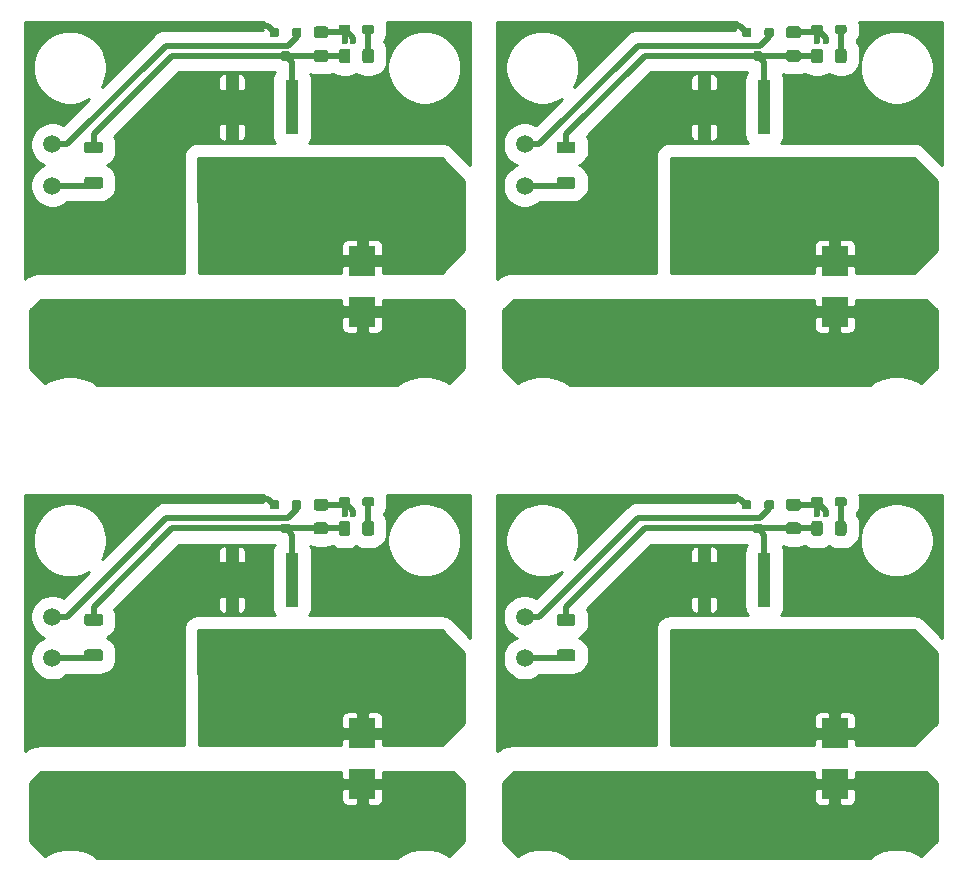
<source format=gbr>
G04 #@! TF.GenerationSoftware,KiCad,Pcbnew,(5.1.5)-3*
G04 #@! TF.CreationDate,2019-12-17T16:33:14+01:00*
G04 #@! TF.ProjectId,Copper,436f7070-6572-42e6-9b69-6361645f7063,rev?*
G04 #@! TF.SameCoordinates,Original*
G04 #@! TF.FileFunction,Copper,L1,Top*
G04 #@! TF.FilePolarity,Positive*
%FSLAX46Y46*%
G04 Gerber Fmt 4.6, Leading zero omitted, Abs format (unit mm)*
G04 Created by KiCad (PCBNEW (5.1.5)-3) date 2019-12-17 16:33:14*
%MOMM*%
%LPD*%
G04 APERTURE LIST*
%ADD10C,1.500000*%
%ADD11C,0.100000*%
%ADD12O,3.500000X2.000000*%
%ADD13R,1.100000X4.600000*%
%ADD14R,10.800000X9.400000*%
%ADD15R,2.300000X2.500000*%
%ADD16C,0.800000*%
%ADD17C,0.600000*%
%ADD18C,0.500000*%
%ADD19C,0.254000*%
G04 APERTURE END LIST*
D10*
X122000000Y-108500000D03*
X122000000Y-105000000D03*
G04 #@! TA.AperFunction,SMDPad,CuDef*
D11*
G36*
X142919631Y-95100153D02*
G01*
X142939048Y-95103033D01*
X142958089Y-95107803D01*
X142976571Y-95114416D01*
X142994316Y-95122809D01*
X143011153Y-95132900D01*
X143026920Y-95144594D01*
X143041464Y-95157776D01*
X143054646Y-95172320D01*
X143066340Y-95188087D01*
X143076431Y-95204924D01*
X143084824Y-95222669D01*
X143091437Y-95241151D01*
X143096207Y-95260192D01*
X143099087Y-95279609D01*
X143100050Y-95299215D01*
X143100050Y-95699265D01*
X143099087Y-95718871D01*
X143096207Y-95738288D01*
X143091437Y-95757329D01*
X143084824Y-95775811D01*
X143076431Y-95793556D01*
X143066340Y-95810393D01*
X143054646Y-95826160D01*
X143041464Y-95840704D01*
X143026920Y-95853886D01*
X143011153Y-95865580D01*
X142994316Y-95875671D01*
X142976571Y-95884064D01*
X142958089Y-95890677D01*
X142939048Y-95895447D01*
X142919631Y-95898327D01*
X142900025Y-95899290D01*
X142499975Y-95899290D01*
X142480369Y-95898327D01*
X142460952Y-95895447D01*
X142441911Y-95890677D01*
X142423429Y-95884064D01*
X142405684Y-95875671D01*
X142388847Y-95865580D01*
X142373080Y-95853886D01*
X142358536Y-95840704D01*
X142345354Y-95826160D01*
X142333660Y-95810393D01*
X142323569Y-95793556D01*
X142315176Y-95775811D01*
X142308563Y-95757329D01*
X142303793Y-95738288D01*
X142300913Y-95718871D01*
X142299950Y-95699265D01*
X142299950Y-95299215D01*
X142300913Y-95279609D01*
X142303793Y-95260192D01*
X142308563Y-95241151D01*
X142315176Y-95222669D01*
X142323569Y-95204924D01*
X142333660Y-95188087D01*
X142345354Y-95172320D01*
X142358536Y-95157776D01*
X142373080Y-95144594D01*
X142388847Y-95132900D01*
X142405684Y-95122809D01*
X142423429Y-95114416D01*
X142441911Y-95107803D01*
X142460952Y-95103033D01*
X142480369Y-95100153D01*
X142499975Y-95099190D01*
X142900025Y-95099190D01*
X142919631Y-95100153D01*
G37*
G04 #@! TD.AperFunction*
G04 #@! TA.AperFunction,SMDPad,CuDef*
G36*
X141019631Y-95100153D02*
G01*
X141039048Y-95103033D01*
X141058089Y-95107803D01*
X141076571Y-95114416D01*
X141094316Y-95122809D01*
X141111153Y-95132900D01*
X141126920Y-95144594D01*
X141141464Y-95157776D01*
X141154646Y-95172320D01*
X141166340Y-95188087D01*
X141176431Y-95204924D01*
X141184824Y-95222669D01*
X141191437Y-95241151D01*
X141196207Y-95260192D01*
X141199087Y-95279609D01*
X141200050Y-95299215D01*
X141200050Y-95699265D01*
X141199087Y-95718871D01*
X141196207Y-95738288D01*
X141191437Y-95757329D01*
X141184824Y-95775811D01*
X141176431Y-95793556D01*
X141166340Y-95810393D01*
X141154646Y-95826160D01*
X141141464Y-95840704D01*
X141126920Y-95853886D01*
X141111153Y-95865580D01*
X141094316Y-95875671D01*
X141076571Y-95884064D01*
X141058089Y-95890677D01*
X141039048Y-95895447D01*
X141019631Y-95898327D01*
X141000025Y-95899290D01*
X140599975Y-95899290D01*
X140580369Y-95898327D01*
X140560952Y-95895447D01*
X140541911Y-95890677D01*
X140523429Y-95884064D01*
X140505684Y-95875671D01*
X140488847Y-95865580D01*
X140473080Y-95853886D01*
X140458536Y-95840704D01*
X140445354Y-95826160D01*
X140433660Y-95810393D01*
X140423569Y-95793556D01*
X140415176Y-95775811D01*
X140408563Y-95757329D01*
X140403793Y-95738288D01*
X140400913Y-95718871D01*
X140399950Y-95699265D01*
X140399950Y-95299215D01*
X140400913Y-95279609D01*
X140403793Y-95260192D01*
X140408563Y-95241151D01*
X140415176Y-95222669D01*
X140423569Y-95204924D01*
X140433660Y-95188087D01*
X140445354Y-95172320D01*
X140458536Y-95157776D01*
X140473080Y-95144594D01*
X140488847Y-95132900D01*
X140505684Y-95122809D01*
X140523429Y-95114416D01*
X140541911Y-95107803D01*
X140560952Y-95103033D01*
X140580369Y-95100153D01*
X140599975Y-95099190D01*
X141000025Y-95099190D01*
X141019631Y-95100153D01*
G37*
G04 #@! TD.AperFunction*
G04 #@! TA.AperFunction,SMDPad,CuDef*
G36*
X141969631Y-97099133D02*
G01*
X141989048Y-97102013D01*
X142008089Y-97106783D01*
X142026571Y-97113396D01*
X142044316Y-97121789D01*
X142061153Y-97131880D01*
X142076920Y-97143574D01*
X142091464Y-97156756D01*
X142104646Y-97171300D01*
X142116340Y-97187067D01*
X142126431Y-97203904D01*
X142134824Y-97221649D01*
X142141437Y-97240131D01*
X142146207Y-97259172D01*
X142149087Y-97278589D01*
X142150050Y-97298195D01*
X142150050Y-97698245D01*
X142149087Y-97717851D01*
X142146207Y-97737268D01*
X142141437Y-97756309D01*
X142134824Y-97774791D01*
X142126431Y-97792536D01*
X142116340Y-97809373D01*
X142104646Y-97825140D01*
X142091464Y-97839684D01*
X142076920Y-97852866D01*
X142061153Y-97864560D01*
X142044316Y-97874651D01*
X142026571Y-97883044D01*
X142008089Y-97889657D01*
X141989048Y-97894427D01*
X141969631Y-97897307D01*
X141950025Y-97898270D01*
X141549975Y-97898270D01*
X141530369Y-97897307D01*
X141510952Y-97894427D01*
X141491911Y-97889657D01*
X141473429Y-97883044D01*
X141455684Y-97874651D01*
X141438847Y-97864560D01*
X141423080Y-97852866D01*
X141408536Y-97839684D01*
X141395354Y-97825140D01*
X141383660Y-97809373D01*
X141373569Y-97792536D01*
X141365176Y-97774791D01*
X141358563Y-97756309D01*
X141353793Y-97737268D01*
X141350913Y-97717851D01*
X141349950Y-97698245D01*
X141349950Y-97298195D01*
X141350913Y-97278589D01*
X141353793Y-97259172D01*
X141358563Y-97240131D01*
X141365176Y-97221649D01*
X141373569Y-97203904D01*
X141383660Y-97187067D01*
X141395354Y-97171300D01*
X141408536Y-97156756D01*
X141423080Y-97143574D01*
X141438847Y-97131880D01*
X141455684Y-97121789D01*
X141473429Y-97113396D01*
X141491911Y-97106783D01*
X141510952Y-97102013D01*
X141530369Y-97099133D01*
X141549975Y-97098170D01*
X141950025Y-97098170D01*
X141969631Y-97099133D01*
G37*
G04 #@! TD.AperFunction*
D12*
X124000000Y-120080000D03*
X124000000Y-115000000D03*
X153000000Y-115000000D03*
X153000000Y-120080000D03*
D13*
X142290000Y-101850000D03*
X137210000Y-101850000D03*
D14*
X139750000Y-111000000D03*
G04 #@! TA.AperFunction,SMDPad,CuDef*
D11*
G36*
X147024504Y-96876204D02*
G01*
X147048773Y-96879804D01*
X147072571Y-96885765D01*
X147095671Y-96894030D01*
X147117849Y-96904520D01*
X147138893Y-96917133D01*
X147158598Y-96931747D01*
X147176777Y-96948223D01*
X147193253Y-96966402D01*
X147207867Y-96986107D01*
X147220480Y-97007151D01*
X147230970Y-97029329D01*
X147239235Y-97052429D01*
X147245196Y-97076227D01*
X147248796Y-97100496D01*
X147250000Y-97125000D01*
X147250000Y-97875000D01*
X147248796Y-97899504D01*
X147245196Y-97923773D01*
X147239235Y-97947571D01*
X147230970Y-97970671D01*
X147220480Y-97992849D01*
X147207867Y-98013893D01*
X147193253Y-98033598D01*
X147176777Y-98051777D01*
X147158598Y-98068253D01*
X147138893Y-98082867D01*
X147117849Y-98095480D01*
X147095671Y-98105970D01*
X147072571Y-98114235D01*
X147048773Y-98120196D01*
X147024504Y-98123796D01*
X147000000Y-98125000D01*
X146500000Y-98125000D01*
X146475496Y-98123796D01*
X146451227Y-98120196D01*
X146427429Y-98114235D01*
X146404329Y-98105970D01*
X146382151Y-98095480D01*
X146361107Y-98082867D01*
X146341402Y-98068253D01*
X146323223Y-98051777D01*
X146306747Y-98033598D01*
X146292133Y-98013893D01*
X146279520Y-97992849D01*
X146269030Y-97970671D01*
X146260765Y-97947571D01*
X146254804Y-97923773D01*
X146251204Y-97899504D01*
X146250000Y-97875000D01*
X146250000Y-97125000D01*
X146251204Y-97100496D01*
X146254804Y-97076227D01*
X146260765Y-97052429D01*
X146269030Y-97029329D01*
X146279520Y-97007151D01*
X146292133Y-96986107D01*
X146306747Y-96966402D01*
X146323223Y-96948223D01*
X146341402Y-96931747D01*
X146361107Y-96917133D01*
X146382151Y-96904520D01*
X146404329Y-96894030D01*
X146427429Y-96885765D01*
X146451227Y-96879804D01*
X146475496Y-96876204D01*
X146500000Y-96875000D01*
X147000000Y-96875000D01*
X147024504Y-96876204D01*
G37*
G04 #@! TD.AperFunction*
G04 #@! TA.AperFunction,SMDPad,CuDef*
G36*
X149024504Y-96876204D02*
G01*
X149048773Y-96879804D01*
X149072571Y-96885765D01*
X149095671Y-96894030D01*
X149117849Y-96904520D01*
X149138893Y-96917133D01*
X149158598Y-96931747D01*
X149176777Y-96948223D01*
X149193253Y-96966402D01*
X149207867Y-96986107D01*
X149220480Y-97007151D01*
X149230970Y-97029329D01*
X149239235Y-97052429D01*
X149245196Y-97076227D01*
X149248796Y-97100496D01*
X149250000Y-97125000D01*
X149250000Y-97875000D01*
X149248796Y-97899504D01*
X149245196Y-97923773D01*
X149239235Y-97947571D01*
X149230970Y-97970671D01*
X149220480Y-97992849D01*
X149207867Y-98013893D01*
X149193253Y-98033598D01*
X149176777Y-98051777D01*
X149158598Y-98068253D01*
X149138893Y-98082867D01*
X149117849Y-98095480D01*
X149095671Y-98105970D01*
X149072571Y-98114235D01*
X149048773Y-98120196D01*
X149024504Y-98123796D01*
X149000000Y-98125000D01*
X148500000Y-98125000D01*
X148475496Y-98123796D01*
X148451227Y-98120196D01*
X148427429Y-98114235D01*
X148404329Y-98105970D01*
X148382151Y-98095480D01*
X148361107Y-98082867D01*
X148341402Y-98068253D01*
X148323223Y-98051777D01*
X148306747Y-98033598D01*
X148292133Y-98013893D01*
X148279520Y-97992849D01*
X148269030Y-97970671D01*
X148260765Y-97947571D01*
X148254804Y-97923773D01*
X148251204Y-97899504D01*
X148250000Y-97875000D01*
X148250000Y-97125000D01*
X148251204Y-97100496D01*
X148254804Y-97076227D01*
X148260765Y-97052429D01*
X148269030Y-97029329D01*
X148279520Y-97007151D01*
X148292133Y-96986107D01*
X148306747Y-96966402D01*
X148323223Y-96948223D01*
X148341402Y-96931747D01*
X148361107Y-96917133D01*
X148382151Y-96904520D01*
X148404329Y-96894030D01*
X148427429Y-96885765D01*
X148451227Y-96879804D01*
X148475496Y-96876204D01*
X148500000Y-96875000D01*
X149000000Y-96875000D01*
X149024504Y-96876204D01*
G37*
G04 #@! TD.AperFunction*
G04 #@! TA.AperFunction,SMDPad,CuDef*
G36*
X145149504Y-97001204D02*
G01*
X145173773Y-97004804D01*
X145197571Y-97010765D01*
X145220671Y-97019030D01*
X145242849Y-97029520D01*
X145263893Y-97042133D01*
X145283598Y-97056747D01*
X145301777Y-97073223D01*
X145318253Y-97091402D01*
X145332867Y-97111107D01*
X145345480Y-97132151D01*
X145355970Y-97154329D01*
X145364235Y-97177429D01*
X145370196Y-97201227D01*
X145373796Y-97225496D01*
X145375000Y-97250000D01*
X145375000Y-97750000D01*
X145373796Y-97774504D01*
X145370196Y-97798773D01*
X145364235Y-97822571D01*
X145355970Y-97845671D01*
X145345480Y-97867849D01*
X145332867Y-97888893D01*
X145318253Y-97908598D01*
X145301777Y-97926777D01*
X145283598Y-97943253D01*
X145263893Y-97957867D01*
X145242849Y-97970480D01*
X145220671Y-97980970D01*
X145197571Y-97989235D01*
X145173773Y-97995196D01*
X145149504Y-97998796D01*
X145125000Y-98000000D01*
X144375000Y-98000000D01*
X144350496Y-97998796D01*
X144326227Y-97995196D01*
X144302429Y-97989235D01*
X144279329Y-97980970D01*
X144257151Y-97970480D01*
X144236107Y-97957867D01*
X144216402Y-97943253D01*
X144198223Y-97926777D01*
X144181747Y-97908598D01*
X144167133Y-97888893D01*
X144154520Y-97867849D01*
X144144030Y-97845671D01*
X144135765Y-97822571D01*
X144129804Y-97798773D01*
X144126204Y-97774504D01*
X144125000Y-97750000D01*
X144125000Y-97250000D01*
X144126204Y-97225496D01*
X144129804Y-97201227D01*
X144135765Y-97177429D01*
X144144030Y-97154329D01*
X144154520Y-97132151D01*
X144167133Y-97111107D01*
X144181747Y-97091402D01*
X144198223Y-97073223D01*
X144216402Y-97056747D01*
X144236107Y-97042133D01*
X144257151Y-97029520D01*
X144279329Y-97019030D01*
X144302429Y-97010765D01*
X144326227Y-97004804D01*
X144350496Y-97001204D01*
X144375000Y-97000000D01*
X145125000Y-97000000D01*
X145149504Y-97001204D01*
G37*
G04 #@! TD.AperFunction*
G04 #@! TA.AperFunction,SMDPad,CuDef*
G36*
X145149504Y-95001204D02*
G01*
X145173773Y-95004804D01*
X145197571Y-95010765D01*
X145220671Y-95019030D01*
X145242849Y-95029520D01*
X145263893Y-95042133D01*
X145283598Y-95056747D01*
X145301777Y-95073223D01*
X145318253Y-95091402D01*
X145332867Y-95111107D01*
X145345480Y-95132151D01*
X145355970Y-95154329D01*
X145364235Y-95177429D01*
X145370196Y-95201227D01*
X145373796Y-95225496D01*
X145375000Y-95250000D01*
X145375000Y-95750000D01*
X145373796Y-95774504D01*
X145370196Y-95798773D01*
X145364235Y-95822571D01*
X145355970Y-95845671D01*
X145345480Y-95867849D01*
X145332867Y-95888893D01*
X145318253Y-95908598D01*
X145301777Y-95926777D01*
X145283598Y-95943253D01*
X145263893Y-95957867D01*
X145242849Y-95970480D01*
X145220671Y-95980970D01*
X145197571Y-95989235D01*
X145173773Y-95995196D01*
X145149504Y-95998796D01*
X145125000Y-96000000D01*
X144375000Y-96000000D01*
X144350496Y-95998796D01*
X144326227Y-95995196D01*
X144302429Y-95989235D01*
X144279329Y-95980970D01*
X144257151Y-95970480D01*
X144236107Y-95957867D01*
X144216402Y-95943253D01*
X144198223Y-95926777D01*
X144181747Y-95908598D01*
X144167133Y-95888893D01*
X144154520Y-95867849D01*
X144144030Y-95845671D01*
X144135765Y-95822571D01*
X144129804Y-95798773D01*
X144126204Y-95774504D01*
X144125000Y-95750000D01*
X144125000Y-95250000D01*
X144126204Y-95225496D01*
X144129804Y-95201227D01*
X144135765Y-95177429D01*
X144144030Y-95154329D01*
X144154520Y-95132151D01*
X144167133Y-95111107D01*
X144181747Y-95091402D01*
X144198223Y-95073223D01*
X144216402Y-95056747D01*
X144236107Y-95042133D01*
X144257151Y-95029520D01*
X144279329Y-95019030D01*
X144302429Y-95010765D01*
X144326227Y-95004804D01*
X144350496Y-95001204D01*
X144375000Y-95000000D01*
X145125000Y-95000000D01*
X145149504Y-95001204D01*
G37*
G04 #@! TD.AperFunction*
G04 #@! TA.AperFunction,SMDPad,CuDef*
G36*
X126074504Y-104751204D02*
G01*
X126098773Y-104754804D01*
X126122571Y-104760765D01*
X126145671Y-104769030D01*
X126167849Y-104779520D01*
X126188893Y-104792133D01*
X126208598Y-104806747D01*
X126226777Y-104823223D01*
X126243253Y-104841402D01*
X126257867Y-104861107D01*
X126270480Y-104882151D01*
X126280970Y-104904329D01*
X126289235Y-104927429D01*
X126295196Y-104951227D01*
X126298796Y-104975496D01*
X126300000Y-105000000D01*
X126300000Y-105500000D01*
X126298796Y-105524504D01*
X126295196Y-105548773D01*
X126289235Y-105572571D01*
X126280970Y-105595671D01*
X126270480Y-105617849D01*
X126257867Y-105638893D01*
X126243253Y-105658598D01*
X126226777Y-105676777D01*
X126208598Y-105693253D01*
X126188893Y-105707867D01*
X126167849Y-105720480D01*
X126145671Y-105730970D01*
X126122571Y-105739235D01*
X126098773Y-105745196D01*
X126074504Y-105748796D01*
X126050000Y-105750000D01*
X124950000Y-105750000D01*
X124925496Y-105748796D01*
X124901227Y-105745196D01*
X124877429Y-105739235D01*
X124854329Y-105730970D01*
X124832151Y-105720480D01*
X124811107Y-105707867D01*
X124791402Y-105693253D01*
X124773223Y-105676777D01*
X124756747Y-105658598D01*
X124742133Y-105638893D01*
X124729520Y-105617849D01*
X124719030Y-105595671D01*
X124710765Y-105572571D01*
X124704804Y-105548773D01*
X124701204Y-105524504D01*
X124700000Y-105500000D01*
X124700000Y-105000000D01*
X124701204Y-104975496D01*
X124704804Y-104951227D01*
X124710765Y-104927429D01*
X124719030Y-104904329D01*
X124729520Y-104882151D01*
X124742133Y-104861107D01*
X124756747Y-104841402D01*
X124773223Y-104823223D01*
X124791402Y-104806747D01*
X124811107Y-104792133D01*
X124832151Y-104779520D01*
X124854329Y-104769030D01*
X124877429Y-104760765D01*
X124901227Y-104754804D01*
X124925496Y-104751204D01*
X124950000Y-104750000D01*
X126050000Y-104750000D01*
X126074504Y-104751204D01*
G37*
G04 #@! TD.AperFunction*
G04 #@! TA.AperFunction,SMDPad,CuDef*
G36*
X126074504Y-107751204D02*
G01*
X126098773Y-107754804D01*
X126122571Y-107760765D01*
X126145671Y-107769030D01*
X126167849Y-107779520D01*
X126188893Y-107792133D01*
X126208598Y-107806747D01*
X126226777Y-107823223D01*
X126243253Y-107841402D01*
X126257867Y-107861107D01*
X126270480Y-107882151D01*
X126280970Y-107904329D01*
X126289235Y-107927429D01*
X126295196Y-107951227D01*
X126298796Y-107975496D01*
X126300000Y-108000000D01*
X126300000Y-108500000D01*
X126298796Y-108524504D01*
X126295196Y-108548773D01*
X126289235Y-108572571D01*
X126280970Y-108595671D01*
X126270480Y-108617849D01*
X126257867Y-108638893D01*
X126243253Y-108658598D01*
X126226777Y-108676777D01*
X126208598Y-108693253D01*
X126188893Y-108707867D01*
X126167849Y-108720480D01*
X126145671Y-108730970D01*
X126122571Y-108739235D01*
X126098773Y-108745196D01*
X126074504Y-108748796D01*
X126050000Y-108750000D01*
X124950000Y-108750000D01*
X124925496Y-108748796D01*
X124901227Y-108745196D01*
X124877429Y-108739235D01*
X124854329Y-108730970D01*
X124832151Y-108720480D01*
X124811107Y-108707867D01*
X124791402Y-108693253D01*
X124773223Y-108676777D01*
X124756747Y-108658598D01*
X124742133Y-108638893D01*
X124729520Y-108617849D01*
X124719030Y-108595671D01*
X124710765Y-108572571D01*
X124704804Y-108548773D01*
X124701204Y-108524504D01*
X124700000Y-108500000D01*
X124700000Y-108000000D01*
X124701204Y-107975496D01*
X124704804Y-107951227D01*
X124710765Y-107927429D01*
X124719030Y-107904329D01*
X124729520Y-107882151D01*
X124742133Y-107861107D01*
X124756747Y-107841402D01*
X124773223Y-107823223D01*
X124791402Y-107806747D01*
X124811107Y-107792133D01*
X124832151Y-107779520D01*
X124854329Y-107769030D01*
X124877429Y-107760765D01*
X124901227Y-107754804D01*
X124925496Y-107751204D01*
X124950000Y-107750000D01*
X126050000Y-107750000D01*
X126074504Y-107751204D01*
G37*
G04 #@! TD.AperFunction*
G04 #@! TA.AperFunction,SMDPad,CuDef*
G36*
X147080878Y-94875903D02*
G01*
X147099079Y-94878603D01*
X147116928Y-94883074D01*
X147134253Y-94889273D01*
X147150887Y-94897140D01*
X147166669Y-94906599D01*
X147181449Y-94917561D01*
X147195083Y-94929917D01*
X147207439Y-94943551D01*
X147218401Y-94958331D01*
X147227860Y-94974113D01*
X147235727Y-94990747D01*
X147241926Y-95008072D01*
X147246397Y-95025921D01*
X147249097Y-95044122D01*
X147250000Y-95062500D01*
X147250000Y-95437500D01*
X147249097Y-95455878D01*
X147246397Y-95474079D01*
X147241926Y-95491928D01*
X147235727Y-95509253D01*
X147227860Y-95525887D01*
X147218401Y-95541669D01*
X147207439Y-95556449D01*
X147195083Y-95570083D01*
X147181449Y-95582439D01*
X147166669Y-95593401D01*
X147150887Y-95602860D01*
X147134253Y-95610727D01*
X147116928Y-95616926D01*
X147099079Y-95621397D01*
X147080878Y-95624097D01*
X147062500Y-95625000D01*
X146437500Y-95625000D01*
X146419122Y-95624097D01*
X146400921Y-95621397D01*
X146383072Y-95616926D01*
X146365747Y-95610727D01*
X146349113Y-95602860D01*
X146333331Y-95593401D01*
X146318551Y-95582439D01*
X146304917Y-95570083D01*
X146292561Y-95556449D01*
X146281599Y-95541669D01*
X146272140Y-95525887D01*
X146264273Y-95509253D01*
X146258074Y-95491928D01*
X146253603Y-95474079D01*
X146250903Y-95455878D01*
X146250000Y-95437500D01*
X146250000Y-95062500D01*
X146250903Y-95044122D01*
X146253603Y-95025921D01*
X146258074Y-95008072D01*
X146264273Y-94990747D01*
X146272140Y-94974113D01*
X146281599Y-94958331D01*
X146292561Y-94943551D01*
X146304917Y-94929917D01*
X146318551Y-94917561D01*
X146333331Y-94906599D01*
X146349113Y-94897140D01*
X146365747Y-94889273D01*
X146383072Y-94883074D01*
X146400921Y-94878603D01*
X146419122Y-94875903D01*
X146437500Y-94875000D01*
X147062500Y-94875000D01*
X147080878Y-94875903D01*
G37*
G04 #@! TD.AperFunction*
G04 #@! TA.AperFunction,SMDPad,CuDef*
G36*
X149080878Y-94875903D02*
G01*
X149099079Y-94878603D01*
X149116928Y-94883074D01*
X149134253Y-94889273D01*
X149150887Y-94897140D01*
X149166669Y-94906599D01*
X149181449Y-94917561D01*
X149195083Y-94929917D01*
X149207439Y-94943551D01*
X149218401Y-94958331D01*
X149227860Y-94974113D01*
X149235727Y-94990747D01*
X149241926Y-95008072D01*
X149246397Y-95025921D01*
X149249097Y-95044122D01*
X149250000Y-95062500D01*
X149250000Y-95437500D01*
X149249097Y-95455878D01*
X149246397Y-95474079D01*
X149241926Y-95491928D01*
X149235727Y-95509253D01*
X149227860Y-95525887D01*
X149218401Y-95541669D01*
X149207439Y-95556449D01*
X149195083Y-95570083D01*
X149181449Y-95582439D01*
X149166669Y-95593401D01*
X149150887Y-95602860D01*
X149134253Y-95610727D01*
X149116928Y-95616926D01*
X149099079Y-95621397D01*
X149080878Y-95624097D01*
X149062500Y-95625000D01*
X148437500Y-95625000D01*
X148419122Y-95624097D01*
X148400921Y-95621397D01*
X148383072Y-95616926D01*
X148365747Y-95610727D01*
X148349113Y-95602860D01*
X148333331Y-95593401D01*
X148318551Y-95582439D01*
X148304917Y-95570083D01*
X148292561Y-95556449D01*
X148281599Y-95541669D01*
X148272140Y-95525887D01*
X148264273Y-95509253D01*
X148258074Y-95491928D01*
X148253603Y-95474079D01*
X148250903Y-95455878D01*
X148250000Y-95437500D01*
X148250000Y-95062500D01*
X148250903Y-95044122D01*
X148253603Y-95025921D01*
X148258074Y-95008072D01*
X148264273Y-94990747D01*
X148272140Y-94974113D01*
X148281599Y-94958331D01*
X148292561Y-94943551D01*
X148304917Y-94929917D01*
X148318551Y-94917561D01*
X148333331Y-94906599D01*
X148349113Y-94897140D01*
X148365747Y-94889273D01*
X148383072Y-94883074D01*
X148400921Y-94878603D01*
X148419122Y-94875903D01*
X148437500Y-94875000D01*
X149062500Y-94875000D01*
X149080878Y-94875903D01*
G37*
G04 #@! TD.AperFunction*
D15*
X148250000Y-119150000D03*
X148250000Y-114850000D03*
D10*
X82000000Y-108500000D03*
X82000000Y-105000000D03*
G04 #@! TA.AperFunction,SMDPad,CuDef*
D11*
G36*
X102919631Y-95100153D02*
G01*
X102939048Y-95103033D01*
X102958089Y-95107803D01*
X102976571Y-95114416D01*
X102994316Y-95122809D01*
X103011153Y-95132900D01*
X103026920Y-95144594D01*
X103041464Y-95157776D01*
X103054646Y-95172320D01*
X103066340Y-95188087D01*
X103076431Y-95204924D01*
X103084824Y-95222669D01*
X103091437Y-95241151D01*
X103096207Y-95260192D01*
X103099087Y-95279609D01*
X103100050Y-95299215D01*
X103100050Y-95699265D01*
X103099087Y-95718871D01*
X103096207Y-95738288D01*
X103091437Y-95757329D01*
X103084824Y-95775811D01*
X103076431Y-95793556D01*
X103066340Y-95810393D01*
X103054646Y-95826160D01*
X103041464Y-95840704D01*
X103026920Y-95853886D01*
X103011153Y-95865580D01*
X102994316Y-95875671D01*
X102976571Y-95884064D01*
X102958089Y-95890677D01*
X102939048Y-95895447D01*
X102919631Y-95898327D01*
X102900025Y-95899290D01*
X102499975Y-95899290D01*
X102480369Y-95898327D01*
X102460952Y-95895447D01*
X102441911Y-95890677D01*
X102423429Y-95884064D01*
X102405684Y-95875671D01*
X102388847Y-95865580D01*
X102373080Y-95853886D01*
X102358536Y-95840704D01*
X102345354Y-95826160D01*
X102333660Y-95810393D01*
X102323569Y-95793556D01*
X102315176Y-95775811D01*
X102308563Y-95757329D01*
X102303793Y-95738288D01*
X102300913Y-95718871D01*
X102299950Y-95699265D01*
X102299950Y-95299215D01*
X102300913Y-95279609D01*
X102303793Y-95260192D01*
X102308563Y-95241151D01*
X102315176Y-95222669D01*
X102323569Y-95204924D01*
X102333660Y-95188087D01*
X102345354Y-95172320D01*
X102358536Y-95157776D01*
X102373080Y-95144594D01*
X102388847Y-95132900D01*
X102405684Y-95122809D01*
X102423429Y-95114416D01*
X102441911Y-95107803D01*
X102460952Y-95103033D01*
X102480369Y-95100153D01*
X102499975Y-95099190D01*
X102900025Y-95099190D01*
X102919631Y-95100153D01*
G37*
G04 #@! TD.AperFunction*
G04 #@! TA.AperFunction,SMDPad,CuDef*
G36*
X101019631Y-95100153D02*
G01*
X101039048Y-95103033D01*
X101058089Y-95107803D01*
X101076571Y-95114416D01*
X101094316Y-95122809D01*
X101111153Y-95132900D01*
X101126920Y-95144594D01*
X101141464Y-95157776D01*
X101154646Y-95172320D01*
X101166340Y-95188087D01*
X101176431Y-95204924D01*
X101184824Y-95222669D01*
X101191437Y-95241151D01*
X101196207Y-95260192D01*
X101199087Y-95279609D01*
X101200050Y-95299215D01*
X101200050Y-95699265D01*
X101199087Y-95718871D01*
X101196207Y-95738288D01*
X101191437Y-95757329D01*
X101184824Y-95775811D01*
X101176431Y-95793556D01*
X101166340Y-95810393D01*
X101154646Y-95826160D01*
X101141464Y-95840704D01*
X101126920Y-95853886D01*
X101111153Y-95865580D01*
X101094316Y-95875671D01*
X101076571Y-95884064D01*
X101058089Y-95890677D01*
X101039048Y-95895447D01*
X101019631Y-95898327D01*
X101000025Y-95899290D01*
X100599975Y-95899290D01*
X100580369Y-95898327D01*
X100560952Y-95895447D01*
X100541911Y-95890677D01*
X100523429Y-95884064D01*
X100505684Y-95875671D01*
X100488847Y-95865580D01*
X100473080Y-95853886D01*
X100458536Y-95840704D01*
X100445354Y-95826160D01*
X100433660Y-95810393D01*
X100423569Y-95793556D01*
X100415176Y-95775811D01*
X100408563Y-95757329D01*
X100403793Y-95738288D01*
X100400913Y-95718871D01*
X100399950Y-95699265D01*
X100399950Y-95299215D01*
X100400913Y-95279609D01*
X100403793Y-95260192D01*
X100408563Y-95241151D01*
X100415176Y-95222669D01*
X100423569Y-95204924D01*
X100433660Y-95188087D01*
X100445354Y-95172320D01*
X100458536Y-95157776D01*
X100473080Y-95144594D01*
X100488847Y-95132900D01*
X100505684Y-95122809D01*
X100523429Y-95114416D01*
X100541911Y-95107803D01*
X100560952Y-95103033D01*
X100580369Y-95100153D01*
X100599975Y-95099190D01*
X101000025Y-95099190D01*
X101019631Y-95100153D01*
G37*
G04 #@! TD.AperFunction*
G04 #@! TA.AperFunction,SMDPad,CuDef*
G36*
X101969631Y-97099133D02*
G01*
X101989048Y-97102013D01*
X102008089Y-97106783D01*
X102026571Y-97113396D01*
X102044316Y-97121789D01*
X102061153Y-97131880D01*
X102076920Y-97143574D01*
X102091464Y-97156756D01*
X102104646Y-97171300D01*
X102116340Y-97187067D01*
X102126431Y-97203904D01*
X102134824Y-97221649D01*
X102141437Y-97240131D01*
X102146207Y-97259172D01*
X102149087Y-97278589D01*
X102150050Y-97298195D01*
X102150050Y-97698245D01*
X102149087Y-97717851D01*
X102146207Y-97737268D01*
X102141437Y-97756309D01*
X102134824Y-97774791D01*
X102126431Y-97792536D01*
X102116340Y-97809373D01*
X102104646Y-97825140D01*
X102091464Y-97839684D01*
X102076920Y-97852866D01*
X102061153Y-97864560D01*
X102044316Y-97874651D01*
X102026571Y-97883044D01*
X102008089Y-97889657D01*
X101989048Y-97894427D01*
X101969631Y-97897307D01*
X101950025Y-97898270D01*
X101549975Y-97898270D01*
X101530369Y-97897307D01*
X101510952Y-97894427D01*
X101491911Y-97889657D01*
X101473429Y-97883044D01*
X101455684Y-97874651D01*
X101438847Y-97864560D01*
X101423080Y-97852866D01*
X101408536Y-97839684D01*
X101395354Y-97825140D01*
X101383660Y-97809373D01*
X101373569Y-97792536D01*
X101365176Y-97774791D01*
X101358563Y-97756309D01*
X101353793Y-97737268D01*
X101350913Y-97717851D01*
X101349950Y-97698245D01*
X101349950Y-97298195D01*
X101350913Y-97278589D01*
X101353793Y-97259172D01*
X101358563Y-97240131D01*
X101365176Y-97221649D01*
X101373569Y-97203904D01*
X101383660Y-97187067D01*
X101395354Y-97171300D01*
X101408536Y-97156756D01*
X101423080Y-97143574D01*
X101438847Y-97131880D01*
X101455684Y-97121789D01*
X101473429Y-97113396D01*
X101491911Y-97106783D01*
X101510952Y-97102013D01*
X101530369Y-97099133D01*
X101549975Y-97098170D01*
X101950025Y-97098170D01*
X101969631Y-97099133D01*
G37*
G04 #@! TD.AperFunction*
D12*
X84000000Y-120080000D03*
X84000000Y-115000000D03*
X113000000Y-115000000D03*
X113000000Y-120080000D03*
D13*
X102290000Y-101850000D03*
X97210000Y-101850000D03*
D14*
X99750000Y-111000000D03*
G04 #@! TA.AperFunction,SMDPad,CuDef*
D11*
G36*
X107024504Y-96876204D02*
G01*
X107048773Y-96879804D01*
X107072571Y-96885765D01*
X107095671Y-96894030D01*
X107117849Y-96904520D01*
X107138893Y-96917133D01*
X107158598Y-96931747D01*
X107176777Y-96948223D01*
X107193253Y-96966402D01*
X107207867Y-96986107D01*
X107220480Y-97007151D01*
X107230970Y-97029329D01*
X107239235Y-97052429D01*
X107245196Y-97076227D01*
X107248796Y-97100496D01*
X107250000Y-97125000D01*
X107250000Y-97875000D01*
X107248796Y-97899504D01*
X107245196Y-97923773D01*
X107239235Y-97947571D01*
X107230970Y-97970671D01*
X107220480Y-97992849D01*
X107207867Y-98013893D01*
X107193253Y-98033598D01*
X107176777Y-98051777D01*
X107158598Y-98068253D01*
X107138893Y-98082867D01*
X107117849Y-98095480D01*
X107095671Y-98105970D01*
X107072571Y-98114235D01*
X107048773Y-98120196D01*
X107024504Y-98123796D01*
X107000000Y-98125000D01*
X106500000Y-98125000D01*
X106475496Y-98123796D01*
X106451227Y-98120196D01*
X106427429Y-98114235D01*
X106404329Y-98105970D01*
X106382151Y-98095480D01*
X106361107Y-98082867D01*
X106341402Y-98068253D01*
X106323223Y-98051777D01*
X106306747Y-98033598D01*
X106292133Y-98013893D01*
X106279520Y-97992849D01*
X106269030Y-97970671D01*
X106260765Y-97947571D01*
X106254804Y-97923773D01*
X106251204Y-97899504D01*
X106250000Y-97875000D01*
X106250000Y-97125000D01*
X106251204Y-97100496D01*
X106254804Y-97076227D01*
X106260765Y-97052429D01*
X106269030Y-97029329D01*
X106279520Y-97007151D01*
X106292133Y-96986107D01*
X106306747Y-96966402D01*
X106323223Y-96948223D01*
X106341402Y-96931747D01*
X106361107Y-96917133D01*
X106382151Y-96904520D01*
X106404329Y-96894030D01*
X106427429Y-96885765D01*
X106451227Y-96879804D01*
X106475496Y-96876204D01*
X106500000Y-96875000D01*
X107000000Y-96875000D01*
X107024504Y-96876204D01*
G37*
G04 #@! TD.AperFunction*
G04 #@! TA.AperFunction,SMDPad,CuDef*
G36*
X109024504Y-96876204D02*
G01*
X109048773Y-96879804D01*
X109072571Y-96885765D01*
X109095671Y-96894030D01*
X109117849Y-96904520D01*
X109138893Y-96917133D01*
X109158598Y-96931747D01*
X109176777Y-96948223D01*
X109193253Y-96966402D01*
X109207867Y-96986107D01*
X109220480Y-97007151D01*
X109230970Y-97029329D01*
X109239235Y-97052429D01*
X109245196Y-97076227D01*
X109248796Y-97100496D01*
X109250000Y-97125000D01*
X109250000Y-97875000D01*
X109248796Y-97899504D01*
X109245196Y-97923773D01*
X109239235Y-97947571D01*
X109230970Y-97970671D01*
X109220480Y-97992849D01*
X109207867Y-98013893D01*
X109193253Y-98033598D01*
X109176777Y-98051777D01*
X109158598Y-98068253D01*
X109138893Y-98082867D01*
X109117849Y-98095480D01*
X109095671Y-98105970D01*
X109072571Y-98114235D01*
X109048773Y-98120196D01*
X109024504Y-98123796D01*
X109000000Y-98125000D01*
X108500000Y-98125000D01*
X108475496Y-98123796D01*
X108451227Y-98120196D01*
X108427429Y-98114235D01*
X108404329Y-98105970D01*
X108382151Y-98095480D01*
X108361107Y-98082867D01*
X108341402Y-98068253D01*
X108323223Y-98051777D01*
X108306747Y-98033598D01*
X108292133Y-98013893D01*
X108279520Y-97992849D01*
X108269030Y-97970671D01*
X108260765Y-97947571D01*
X108254804Y-97923773D01*
X108251204Y-97899504D01*
X108250000Y-97875000D01*
X108250000Y-97125000D01*
X108251204Y-97100496D01*
X108254804Y-97076227D01*
X108260765Y-97052429D01*
X108269030Y-97029329D01*
X108279520Y-97007151D01*
X108292133Y-96986107D01*
X108306747Y-96966402D01*
X108323223Y-96948223D01*
X108341402Y-96931747D01*
X108361107Y-96917133D01*
X108382151Y-96904520D01*
X108404329Y-96894030D01*
X108427429Y-96885765D01*
X108451227Y-96879804D01*
X108475496Y-96876204D01*
X108500000Y-96875000D01*
X109000000Y-96875000D01*
X109024504Y-96876204D01*
G37*
G04 #@! TD.AperFunction*
G04 #@! TA.AperFunction,SMDPad,CuDef*
G36*
X105149504Y-97001204D02*
G01*
X105173773Y-97004804D01*
X105197571Y-97010765D01*
X105220671Y-97019030D01*
X105242849Y-97029520D01*
X105263893Y-97042133D01*
X105283598Y-97056747D01*
X105301777Y-97073223D01*
X105318253Y-97091402D01*
X105332867Y-97111107D01*
X105345480Y-97132151D01*
X105355970Y-97154329D01*
X105364235Y-97177429D01*
X105370196Y-97201227D01*
X105373796Y-97225496D01*
X105375000Y-97250000D01*
X105375000Y-97750000D01*
X105373796Y-97774504D01*
X105370196Y-97798773D01*
X105364235Y-97822571D01*
X105355970Y-97845671D01*
X105345480Y-97867849D01*
X105332867Y-97888893D01*
X105318253Y-97908598D01*
X105301777Y-97926777D01*
X105283598Y-97943253D01*
X105263893Y-97957867D01*
X105242849Y-97970480D01*
X105220671Y-97980970D01*
X105197571Y-97989235D01*
X105173773Y-97995196D01*
X105149504Y-97998796D01*
X105125000Y-98000000D01*
X104375000Y-98000000D01*
X104350496Y-97998796D01*
X104326227Y-97995196D01*
X104302429Y-97989235D01*
X104279329Y-97980970D01*
X104257151Y-97970480D01*
X104236107Y-97957867D01*
X104216402Y-97943253D01*
X104198223Y-97926777D01*
X104181747Y-97908598D01*
X104167133Y-97888893D01*
X104154520Y-97867849D01*
X104144030Y-97845671D01*
X104135765Y-97822571D01*
X104129804Y-97798773D01*
X104126204Y-97774504D01*
X104125000Y-97750000D01*
X104125000Y-97250000D01*
X104126204Y-97225496D01*
X104129804Y-97201227D01*
X104135765Y-97177429D01*
X104144030Y-97154329D01*
X104154520Y-97132151D01*
X104167133Y-97111107D01*
X104181747Y-97091402D01*
X104198223Y-97073223D01*
X104216402Y-97056747D01*
X104236107Y-97042133D01*
X104257151Y-97029520D01*
X104279329Y-97019030D01*
X104302429Y-97010765D01*
X104326227Y-97004804D01*
X104350496Y-97001204D01*
X104375000Y-97000000D01*
X105125000Y-97000000D01*
X105149504Y-97001204D01*
G37*
G04 #@! TD.AperFunction*
G04 #@! TA.AperFunction,SMDPad,CuDef*
G36*
X105149504Y-95001204D02*
G01*
X105173773Y-95004804D01*
X105197571Y-95010765D01*
X105220671Y-95019030D01*
X105242849Y-95029520D01*
X105263893Y-95042133D01*
X105283598Y-95056747D01*
X105301777Y-95073223D01*
X105318253Y-95091402D01*
X105332867Y-95111107D01*
X105345480Y-95132151D01*
X105355970Y-95154329D01*
X105364235Y-95177429D01*
X105370196Y-95201227D01*
X105373796Y-95225496D01*
X105375000Y-95250000D01*
X105375000Y-95750000D01*
X105373796Y-95774504D01*
X105370196Y-95798773D01*
X105364235Y-95822571D01*
X105355970Y-95845671D01*
X105345480Y-95867849D01*
X105332867Y-95888893D01*
X105318253Y-95908598D01*
X105301777Y-95926777D01*
X105283598Y-95943253D01*
X105263893Y-95957867D01*
X105242849Y-95970480D01*
X105220671Y-95980970D01*
X105197571Y-95989235D01*
X105173773Y-95995196D01*
X105149504Y-95998796D01*
X105125000Y-96000000D01*
X104375000Y-96000000D01*
X104350496Y-95998796D01*
X104326227Y-95995196D01*
X104302429Y-95989235D01*
X104279329Y-95980970D01*
X104257151Y-95970480D01*
X104236107Y-95957867D01*
X104216402Y-95943253D01*
X104198223Y-95926777D01*
X104181747Y-95908598D01*
X104167133Y-95888893D01*
X104154520Y-95867849D01*
X104144030Y-95845671D01*
X104135765Y-95822571D01*
X104129804Y-95798773D01*
X104126204Y-95774504D01*
X104125000Y-95750000D01*
X104125000Y-95250000D01*
X104126204Y-95225496D01*
X104129804Y-95201227D01*
X104135765Y-95177429D01*
X104144030Y-95154329D01*
X104154520Y-95132151D01*
X104167133Y-95111107D01*
X104181747Y-95091402D01*
X104198223Y-95073223D01*
X104216402Y-95056747D01*
X104236107Y-95042133D01*
X104257151Y-95029520D01*
X104279329Y-95019030D01*
X104302429Y-95010765D01*
X104326227Y-95004804D01*
X104350496Y-95001204D01*
X104375000Y-95000000D01*
X105125000Y-95000000D01*
X105149504Y-95001204D01*
G37*
G04 #@! TD.AperFunction*
G04 #@! TA.AperFunction,SMDPad,CuDef*
G36*
X86074504Y-104751204D02*
G01*
X86098773Y-104754804D01*
X86122571Y-104760765D01*
X86145671Y-104769030D01*
X86167849Y-104779520D01*
X86188893Y-104792133D01*
X86208598Y-104806747D01*
X86226777Y-104823223D01*
X86243253Y-104841402D01*
X86257867Y-104861107D01*
X86270480Y-104882151D01*
X86280970Y-104904329D01*
X86289235Y-104927429D01*
X86295196Y-104951227D01*
X86298796Y-104975496D01*
X86300000Y-105000000D01*
X86300000Y-105500000D01*
X86298796Y-105524504D01*
X86295196Y-105548773D01*
X86289235Y-105572571D01*
X86280970Y-105595671D01*
X86270480Y-105617849D01*
X86257867Y-105638893D01*
X86243253Y-105658598D01*
X86226777Y-105676777D01*
X86208598Y-105693253D01*
X86188893Y-105707867D01*
X86167849Y-105720480D01*
X86145671Y-105730970D01*
X86122571Y-105739235D01*
X86098773Y-105745196D01*
X86074504Y-105748796D01*
X86050000Y-105750000D01*
X84950000Y-105750000D01*
X84925496Y-105748796D01*
X84901227Y-105745196D01*
X84877429Y-105739235D01*
X84854329Y-105730970D01*
X84832151Y-105720480D01*
X84811107Y-105707867D01*
X84791402Y-105693253D01*
X84773223Y-105676777D01*
X84756747Y-105658598D01*
X84742133Y-105638893D01*
X84729520Y-105617849D01*
X84719030Y-105595671D01*
X84710765Y-105572571D01*
X84704804Y-105548773D01*
X84701204Y-105524504D01*
X84700000Y-105500000D01*
X84700000Y-105000000D01*
X84701204Y-104975496D01*
X84704804Y-104951227D01*
X84710765Y-104927429D01*
X84719030Y-104904329D01*
X84729520Y-104882151D01*
X84742133Y-104861107D01*
X84756747Y-104841402D01*
X84773223Y-104823223D01*
X84791402Y-104806747D01*
X84811107Y-104792133D01*
X84832151Y-104779520D01*
X84854329Y-104769030D01*
X84877429Y-104760765D01*
X84901227Y-104754804D01*
X84925496Y-104751204D01*
X84950000Y-104750000D01*
X86050000Y-104750000D01*
X86074504Y-104751204D01*
G37*
G04 #@! TD.AperFunction*
G04 #@! TA.AperFunction,SMDPad,CuDef*
G36*
X86074504Y-107751204D02*
G01*
X86098773Y-107754804D01*
X86122571Y-107760765D01*
X86145671Y-107769030D01*
X86167849Y-107779520D01*
X86188893Y-107792133D01*
X86208598Y-107806747D01*
X86226777Y-107823223D01*
X86243253Y-107841402D01*
X86257867Y-107861107D01*
X86270480Y-107882151D01*
X86280970Y-107904329D01*
X86289235Y-107927429D01*
X86295196Y-107951227D01*
X86298796Y-107975496D01*
X86300000Y-108000000D01*
X86300000Y-108500000D01*
X86298796Y-108524504D01*
X86295196Y-108548773D01*
X86289235Y-108572571D01*
X86280970Y-108595671D01*
X86270480Y-108617849D01*
X86257867Y-108638893D01*
X86243253Y-108658598D01*
X86226777Y-108676777D01*
X86208598Y-108693253D01*
X86188893Y-108707867D01*
X86167849Y-108720480D01*
X86145671Y-108730970D01*
X86122571Y-108739235D01*
X86098773Y-108745196D01*
X86074504Y-108748796D01*
X86050000Y-108750000D01*
X84950000Y-108750000D01*
X84925496Y-108748796D01*
X84901227Y-108745196D01*
X84877429Y-108739235D01*
X84854329Y-108730970D01*
X84832151Y-108720480D01*
X84811107Y-108707867D01*
X84791402Y-108693253D01*
X84773223Y-108676777D01*
X84756747Y-108658598D01*
X84742133Y-108638893D01*
X84729520Y-108617849D01*
X84719030Y-108595671D01*
X84710765Y-108572571D01*
X84704804Y-108548773D01*
X84701204Y-108524504D01*
X84700000Y-108500000D01*
X84700000Y-108000000D01*
X84701204Y-107975496D01*
X84704804Y-107951227D01*
X84710765Y-107927429D01*
X84719030Y-107904329D01*
X84729520Y-107882151D01*
X84742133Y-107861107D01*
X84756747Y-107841402D01*
X84773223Y-107823223D01*
X84791402Y-107806747D01*
X84811107Y-107792133D01*
X84832151Y-107779520D01*
X84854329Y-107769030D01*
X84877429Y-107760765D01*
X84901227Y-107754804D01*
X84925496Y-107751204D01*
X84950000Y-107750000D01*
X86050000Y-107750000D01*
X86074504Y-107751204D01*
G37*
G04 #@! TD.AperFunction*
G04 #@! TA.AperFunction,SMDPad,CuDef*
G36*
X107080878Y-94875903D02*
G01*
X107099079Y-94878603D01*
X107116928Y-94883074D01*
X107134253Y-94889273D01*
X107150887Y-94897140D01*
X107166669Y-94906599D01*
X107181449Y-94917561D01*
X107195083Y-94929917D01*
X107207439Y-94943551D01*
X107218401Y-94958331D01*
X107227860Y-94974113D01*
X107235727Y-94990747D01*
X107241926Y-95008072D01*
X107246397Y-95025921D01*
X107249097Y-95044122D01*
X107250000Y-95062500D01*
X107250000Y-95437500D01*
X107249097Y-95455878D01*
X107246397Y-95474079D01*
X107241926Y-95491928D01*
X107235727Y-95509253D01*
X107227860Y-95525887D01*
X107218401Y-95541669D01*
X107207439Y-95556449D01*
X107195083Y-95570083D01*
X107181449Y-95582439D01*
X107166669Y-95593401D01*
X107150887Y-95602860D01*
X107134253Y-95610727D01*
X107116928Y-95616926D01*
X107099079Y-95621397D01*
X107080878Y-95624097D01*
X107062500Y-95625000D01*
X106437500Y-95625000D01*
X106419122Y-95624097D01*
X106400921Y-95621397D01*
X106383072Y-95616926D01*
X106365747Y-95610727D01*
X106349113Y-95602860D01*
X106333331Y-95593401D01*
X106318551Y-95582439D01*
X106304917Y-95570083D01*
X106292561Y-95556449D01*
X106281599Y-95541669D01*
X106272140Y-95525887D01*
X106264273Y-95509253D01*
X106258074Y-95491928D01*
X106253603Y-95474079D01*
X106250903Y-95455878D01*
X106250000Y-95437500D01*
X106250000Y-95062500D01*
X106250903Y-95044122D01*
X106253603Y-95025921D01*
X106258074Y-95008072D01*
X106264273Y-94990747D01*
X106272140Y-94974113D01*
X106281599Y-94958331D01*
X106292561Y-94943551D01*
X106304917Y-94929917D01*
X106318551Y-94917561D01*
X106333331Y-94906599D01*
X106349113Y-94897140D01*
X106365747Y-94889273D01*
X106383072Y-94883074D01*
X106400921Y-94878603D01*
X106419122Y-94875903D01*
X106437500Y-94875000D01*
X107062500Y-94875000D01*
X107080878Y-94875903D01*
G37*
G04 #@! TD.AperFunction*
G04 #@! TA.AperFunction,SMDPad,CuDef*
G36*
X109080878Y-94875903D02*
G01*
X109099079Y-94878603D01*
X109116928Y-94883074D01*
X109134253Y-94889273D01*
X109150887Y-94897140D01*
X109166669Y-94906599D01*
X109181449Y-94917561D01*
X109195083Y-94929917D01*
X109207439Y-94943551D01*
X109218401Y-94958331D01*
X109227860Y-94974113D01*
X109235727Y-94990747D01*
X109241926Y-95008072D01*
X109246397Y-95025921D01*
X109249097Y-95044122D01*
X109250000Y-95062500D01*
X109250000Y-95437500D01*
X109249097Y-95455878D01*
X109246397Y-95474079D01*
X109241926Y-95491928D01*
X109235727Y-95509253D01*
X109227860Y-95525887D01*
X109218401Y-95541669D01*
X109207439Y-95556449D01*
X109195083Y-95570083D01*
X109181449Y-95582439D01*
X109166669Y-95593401D01*
X109150887Y-95602860D01*
X109134253Y-95610727D01*
X109116928Y-95616926D01*
X109099079Y-95621397D01*
X109080878Y-95624097D01*
X109062500Y-95625000D01*
X108437500Y-95625000D01*
X108419122Y-95624097D01*
X108400921Y-95621397D01*
X108383072Y-95616926D01*
X108365747Y-95610727D01*
X108349113Y-95602860D01*
X108333331Y-95593401D01*
X108318551Y-95582439D01*
X108304917Y-95570083D01*
X108292561Y-95556449D01*
X108281599Y-95541669D01*
X108272140Y-95525887D01*
X108264273Y-95509253D01*
X108258074Y-95491928D01*
X108253603Y-95474079D01*
X108250903Y-95455878D01*
X108250000Y-95437500D01*
X108250000Y-95062500D01*
X108250903Y-95044122D01*
X108253603Y-95025921D01*
X108258074Y-95008072D01*
X108264273Y-94990747D01*
X108272140Y-94974113D01*
X108281599Y-94958331D01*
X108292561Y-94943551D01*
X108304917Y-94929917D01*
X108318551Y-94917561D01*
X108333331Y-94906599D01*
X108349113Y-94897140D01*
X108365747Y-94889273D01*
X108383072Y-94883074D01*
X108400921Y-94878603D01*
X108419122Y-94875903D01*
X108437500Y-94875000D01*
X109062500Y-94875000D01*
X109080878Y-94875903D01*
G37*
G04 #@! TD.AperFunction*
D15*
X108250000Y-119150000D03*
X108250000Y-114850000D03*
D10*
X122000000Y-148500000D03*
X122000000Y-145000000D03*
G04 #@! TA.AperFunction,SMDPad,CuDef*
D11*
G36*
X142919631Y-135100153D02*
G01*
X142939048Y-135103033D01*
X142958089Y-135107803D01*
X142976571Y-135114416D01*
X142994316Y-135122809D01*
X143011153Y-135132900D01*
X143026920Y-135144594D01*
X143041464Y-135157776D01*
X143054646Y-135172320D01*
X143066340Y-135188087D01*
X143076431Y-135204924D01*
X143084824Y-135222669D01*
X143091437Y-135241151D01*
X143096207Y-135260192D01*
X143099087Y-135279609D01*
X143100050Y-135299215D01*
X143100050Y-135699265D01*
X143099087Y-135718871D01*
X143096207Y-135738288D01*
X143091437Y-135757329D01*
X143084824Y-135775811D01*
X143076431Y-135793556D01*
X143066340Y-135810393D01*
X143054646Y-135826160D01*
X143041464Y-135840704D01*
X143026920Y-135853886D01*
X143011153Y-135865580D01*
X142994316Y-135875671D01*
X142976571Y-135884064D01*
X142958089Y-135890677D01*
X142939048Y-135895447D01*
X142919631Y-135898327D01*
X142900025Y-135899290D01*
X142499975Y-135899290D01*
X142480369Y-135898327D01*
X142460952Y-135895447D01*
X142441911Y-135890677D01*
X142423429Y-135884064D01*
X142405684Y-135875671D01*
X142388847Y-135865580D01*
X142373080Y-135853886D01*
X142358536Y-135840704D01*
X142345354Y-135826160D01*
X142333660Y-135810393D01*
X142323569Y-135793556D01*
X142315176Y-135775811D01*
X142308563Y-135757329D01*
X142303793Y-135738288D01*
X142300913Y-135718871D01*
X142299950Y-135699265D01*
X142299950Y-135299215D01*
X142300913Y-135279609D01*
X142303793Y-135260192D01*
X142308563Y-135241151D01*
X142315176Y-135222669D01*
X142323569Y-135204924D01*
X142333660Y-135188087D01*
X142345354Y-135172320D01*
X142358536Y-135157776D01*
X142373080Y-135144594D01*
X142388847Y-135132900D01*
X142405684Y-135122809D01*
X142423429Y-135114416D01*
X142441911Y-135107803D01*
X142460952Y-135103033D01*
X142480369Y-135100153D01*
X142499975Y-135099190D01*
X142900025Y-135099190D01*
X142919631Y-135100153D01*
G37*
G04 #@! TD.AperFunction*
G04 #@! TA.AperFunction,SMDPad,CuDef*
G36*
X141019631Y-135100153D02*
G01*
X141039048Y-135103033D01*
X141058089Y-135107803D01*
X141076571Y-135114416D01*
X141094316Y-135122809D01*
X141111153Y-135132900D01*
X141126920Y-135144594D01*
X141141464Y-135157776D01*
X141154646Y-135172320D01*
X141166340Y-135188087D01*
X141176431Y-135204924D01*
X141184824Y-135222669D01*
X141191437Y-135241151D01*
X141196207Y-135260192D01*
X141199087Y-135279609D01*
X141200050Y-135299215D01*
X141200050Y-135699265D01*
X141199087Y-135718871D01*
X141196207Y-135738288D01*
X141191437Y-135757329D01*
X141184824Y-135775811D01*
X141176431Y-135793556D01*
X141166340Y-135810393D01*
X141154646Y-135826160D01*
X141141464Y-135840704D01*
X141126920Y-135853886D01*
X141111153Y-135865580D01*
X141094316Y-135875671D01*
X141076571Y-135884064D01*
X141058089Y-135890677D01*
X141039048Y-135895447D01*
X141019631Y-135898327D01*
X141000025Y-135899290D01*
X140599975Y-135899290D01*
X140580369Y-135898327D01*
X140560952Y-135895447D01*
X140541911Y-135890677D01*
X140523429Y-135884064D01*
X140505684Y-135875671D01*
X140488847Y-135865580D01*
X140473080Y-135853886D01*
X140458536Y-135840704D01*
X140445354Y-135826160D01*
X140433660Y-135810393D01*
X140423569Y-135793556D01*
X140415176Y-135775811D01*
X140408563Y-135757329D01*
X140403793Y-135738288D01*
X140400913Y-135718871D01*
X140399950Y-135699265D01*
X140399950Y-135299215D01*
X140400913Y-135279609D01*
X140403793Y-135260192D01*
X140408563Y-135241151D01*
X140415176Y-135222669D01*
X140423569Y-135204924D01*
X140433660Y-135188087D01*
X140445354Y-135172320D01*
X140458536Y-135157776D01*
X140473080Y-135144594D01*
X140488847Y-135132900D01*
X140505684Y-135122809D01*
X140523429Y-135114416D01*
X140541911Y-135107803D01*
X140560952Y-135103033D01*
X140580369Y-135100153D01*
X140599975Y-135099190D01*
X141000025Y-135099190D01*
X141019631Y-135100153D01*
G37*
G04 #@! TD.AperFunction*
G04 #@! TA.AperFunction,SMDPad,CuDef*
G36*
X141969631Y-137099133D02*
G01*
X141989048Y-137102013D01*
X142008089Y-137106783D01*
X142026571Y-137113396D01*
X142044316Y-137121789D01*
X142061153Y-137131880D01*
X142076920Y-137143574D01*
X142091464Y-137156756D01*
X142104646Y-137171300D01*
X142116340Y-137187067D01*
X142126431Y-137203904D01*
X142134824Y-137221649D01*
X142141437Y-137240131D01*
X142146207Y-137259172D01*
X142149087Y-137278589D01*
X142150050Y-137298195D01*
X142150050Y-137698245D01*
X142149087Y-137717851D01*
X142146207Y-137737268D01*
X142141437Y-137756309D01*
X142134824Y-137774791D01*
X142126431Y-137792536D01*
X142116340Y-137809373D01*
X142104646Y-137825140D01*
X142091464Y-137839684D01*
X142076920Y-137852866D01*
X142061153Y-137864560D01*
X142044316Y-137874651D01*
X142026571Y-137883044D01*
X142008089Y-137889657D01*
X141989048Y-137894427D01*
X141969631Y-137897307D01*
X141950025Y-137898270D01*
X141549975Y-137898270D01*
X141530369Y-137897307D01*
X141510952Y-137894427D01*
X141491911Y-137889657D01*
X141473429Y-137883044D01*
X141455684Y-137874651D01*
X141438847Y-137864560D01*
X141423080Y-137852866D01*
X141408536Y-137839684D01*
X141395354Y-137825140D01*
X141383660Y-137809373D01*
X141373569Y-137792536D01*
X141365176Y-137774791D01*
X141358563Y-137756309D01*
X141353793Y-137737268D01*
X141350913Y-137717851D01*
X141349950Y-137698245D01*
X141349950Y-137298195D01*
X141350913Y-137278589D01*
X141353793Y-137259172D01*
X141358563Y-137240131D01*
X141365176Y-137221649D01*
X141373569Y-137203904D01*
X141383660Y-137187067D01*
X141395354Y-137171300D01*
X141408536Y-137156756D01*
X141423080Y-137143574D01*
X141438847Y-137131880D01*
X141455684Y-137121789D01*
X141473429Y-137113396D01*
X141491911Y-137106783D01*
X141510952Y-137102013D01*
X141530369Y-137099133D01*
X141549975Y-137098170D01*
X141950025Y-137098170D01*
X141969631Y-137099133D01*
G37*
G04 #@! TD.AperFunction*
D12*
X124000000Y-160080000D03*
X124000000Y-155000000D03*
X153000000Y-155000000D03*
X153000000Y-160080000D03*
D13*
X142290000Y-141850000D03*
X137210000Y-141850000D03*
D14*
X139750000Y-151000000D03*
G04 #@! TA.AperFunction,SMDPad,CuDef*
D11*
G36*
X147024504Y-136876204D02*
G01*
X147048773Y-136879804D01*
X147072571Y-136885765D01*
X147095671Y-136894030D01*
X147117849Y-136904520D01*
X147138893Y-136917133D01*
X147158598Y-136931747D01*
X147176777Y-136948223D01*
X147193253Y-136966402D01*
X147207867Y-136986107D01*
X147220480Y-137007151D01*
X147230970Y-137029329D01*
X147239235Y-137052429D01*
X147245196Y-137076227D01*
X147248796Y-137100496D01*
X147250000Y-137125000D01*
X147250000Y-137875000D01*
X147248796Y-137899504D01*
X147245196Y-137923773D01*
X147239235Y-137947571D01*
X147230970Y-137970671D01*
X147220480Y-137992849D01*
X147207867Y-138013893D01*
X147193253Y-138033598D01*
X147176777Y-138051777D01*
X147158598Y-138068253D01*
X147138893Y-138082867D01*
X147117849Y-138095480D01*
X147095671Y-138105970D01*
X147072571Y-138114235D01*
X147048773Y-138120196D01*
X147024504Y-138123796D01*
X147000000Y-138125000D01*
X146500000Y-138125000D01*
X146475496Y-138123796D01*
X146451227Y-138120196D01*
X146427429Y-138114235D01*
X146404329Y-138105970D01*
X146382151Y-138095480D01*
X146361107Y-138082867D01*
X146341402Y-138068253D01*
X146323223Y-138051777D01*
X146306747Y-138033598D01*
X146292133Y-138013893D01*
X146279520Y-137992849D01*
X146269030Y-137970671D01*
X146260765Y-137947571D01*
X146254804Y-137923773D01*
X146251204Y-137899504D01*
X146250000Y-137875000D01*
X146250000Y-137125000D01*
X146251204Y-137100496D01*
X146254804Y-137076227D01*
X146260765Y-137052429D01*
X146269030Y-137029329D01*
X146279520Y-137007151D01*
X146292133Y-136986107D01*
X146306747Y-136966402D01*
X146323223Y-136948223D01*
X146341402Y-136931747D01*
X146361107Y-136917133D01*
X146382151Y-136904520D01*
X146404329Y-136894030D01*
X146427429Y-136885765D01*
X146451227Y-136879804D01*
X146475496Y-136876204D01*
X146500000Y-136875000D01*
X147000000Y-136875000D01*
X147024504Y-136876204D01*
G37*
G04 #@! TD.AperFunction*
G04 #@! TA.AperFunction,SMDPad,CuDef*
G36*
X149024504Y-136876204D02*
G01*
X149048773Y-136879804D01*
X149072571Y-136885765D01*
X149095671Y-136894030D01*
X149117849Y-136904520D01*
X149138893Y-136917133D01*
X149158598Y-136931747D01*
X149176777Y-136948223D01*
X149193253Y-136966402D01*
X149207867Y-136986107D01*
X149220480Y-137007151D01*
X149230970Y-137029329D01*
X149239235Y-137052429D01*
X149245196Y-137076227D01*
X149248796Y-137100496D01*
X149250000Y-137125000D01*
X149250000Y-137875000D01*
X149248796Y-137899504D01*
X149245196Y-137923773D01*
X149239235Y-137947571D01*
X149230970Y-137970671D01*
X149220480Y-137992849D01*
X149207867Y-138013893D01*
X149193253Y-138033598D01*
X149176777Y-138051777D01*
X149158598Y-138068253D01*
X149138893Y-138082867D01*
X149117849Y-138095480D01*
X149095671Y-138105970D01*
X149072571Y-138114235D01*
X149048773Y-138120196D01*
X149024504Y-138123796D01*
X149000000Y-138125000D01*
X148500000Y-138125000D01*
X148475496Y-138123796D01*
X148451227Y-138120196D01*
X148427429Y-138114235D01*
X148404329Y-138105970D01*
X148382151Y-138095480D01*
X148361107Y-138082867D01*
X148341402Y-138068253D01*
X148323223Y-138051777D01*
X148306747Y-138033598D01*
X148292133Y-138013893D01*
X148279520Y-137992849D01*
X148269030Y-137970671D01*
X148260765Y-137947571D01*
X148254804Y-137923773D01*
X148251204Y-137899504D01*
X148250000Y-137875000D01*
X148250000Y-137125000D01*
X148251204Y-137100496D01*
X148254804Y-137076227D01*
X148260765Y-137052429D01*
X148269030Y-137029329D01*
X148279520Y-137007151D01*
X148292133Y-136986107D01*
X148306747Y-136966402D01*
X148323223Y-136948223D01*
X148341402Y-136931747D01*
X148361107Y-136917133D01*
X148382151Y-136904520D01*
X148404329Y-136894030D01*
X148427429Y-136885765D01*
X148451227Y-136879804D01*
X148475496Y-136876204D01*
X148500000Y-136875000D01*
X149000000Y-136875000D01*
X149024504Y-136876204D01*
G37*
G04 #@! TD.AperFunction*
G04 #@! TA.AperFunction,SMDPad,CuDef*
G36*
X145149504Y-137001204D02*
G01*
X145173773Y-137004804D01*
X145197571Y-137010765D01*
X145220671Y-137019030D01*
X145242849Y-137029520D01*
X145263893Y-137042133D01*
X145283598Y-137056747D01*
X145301777Y-137073223D01*
X145318253Y-137091402D01*
X145332867Y-137111107D01*
X145345480Y-137132151D01*
X145355970Y-137154329D01*
X145364235Y-137177429D01*
X145370196Y-137201227D01*
X145373796Y-137225496D01*
X145375000Y-137250000D01*
X145375000Y-137750000D01*
X145373796Y-137774504D01*
X145370196Y-137798773D01*
X145364235Y-137822571D01*
X145355970Y-137845671D01*
X145345480Y-137867849D01*
X145332867Y-137888893D01*
X145318253Y-137908598D01*
X145301777Y-137926777D01*
X145283598Y-137943253D01*
X145263893Y-137957867D01*
X145242849Y-137970480D01*
X145220671Y-137980970D01*
X145197571Y-137989235D01*
X145173773Y-137995196D01*
X145149504Y-137998796D01*
X145125000Y-138000000D01*
X144375000Y-138000000D01*
X144350496Y-137998796D01*
X144326227Y-137995196D01*
X144302429Y-137989235D01*
X144279329Y-137980970D01*
X144257151Y-137970480D01*
X144236107Y-137957867D01*
X144216402Y-137943253D01*
X144198223Y-137926777D01*
X144181747Y-137908598D01*
X144167133Y-137888893D01*
X144154520Y-137867849D01*
X144144030Y-137845671D01*
X144135765Y-137822571D01*
X144129804Y-137798773D01*
X144126204Y-137774504D01*
X144125000Y-137750000D01*
X144125000Y-137250000D01*
X144126204Y-137225496D01*
X144129804Y-137201227D01*
X144135765Y-137177429D01*
X144144030Y-137154329D01*
X144154520Y-137132151D01*
X144167133Y-137111107D01*
X144181747Y-137091402D01*
X144198223Y-137073223D01*
X144216402Y-137056747D01*
X144236107Y-137042133D01*
X144257151Y-137029520D01*
X144279329Y-137019030D01*
X144302429Y-137010765D01*
X144326227Y-137004804D01*
X144350496Y-137001204D01*
X144375000Y-137000000D01*
X145125000Y-137000000D01*
X145149504Y-137001204D01*
G37*
G04 #@! TD.AperFunction*
G04 #@! TA.AperFunction,SMDPad,CuDef*
G36*
X145149504Y-135001204D02*
G01*
X145173773Y-135004804D01*
X145197571Y-135010765D01*
X145220671Y-135019030D01*
X145242849Y-135029520D01*
X145263893Y-135042133D01*
X145283598Y-135056747D01*
X145301777Y-135073223D01*
X145318253Y-135091402D01*
X145332867Y-135111107D01*
X145345480Y-135132151D01*
X145355970Y-135154329D01*
X145364235Y-135177429D01*
X145370196Y-135201227D01*
X145373796Y-135225496D01*
X145375000Y-135250000D01*
X145375000Y-135750000D01*
X145373796Y-135774504D01*
X145370196Y-135798773D01*
X145364235Y-135822571D01*
X145355970Y-135845671D01*
X145345480Y-135867849D01*
X145332867Y-135888893D01*
X145318253Y-135908598D01*
X145301777Y-135926777D01*
X145283598Y-135943253D01*
X145263893Y-135957867D01*
X145242849Y-135970480D01*
X145220671Y-135980970D01*
X145197571Y-135989235D01*
X145173773Y-135995196D01*
X145149504Y-135998796D01*
X145125000Y-136000000D01*
X144375000Y-136000000D01*
X144350496Y-135998796D01*
X144326227Y-135995196D01*
X144302429Y-135989235D01*
X144279329Y-135980970D01*
X144257151Y-135970480D01*
X144236107Y-135957867D01*
X144216402Y-135943253D01*
X144198223Y-135926777D01*
X144181747Y-135908598D01*
X144167133Y-135888893D01*
X144154520Y-135867849D01*
X144144030Y-135845671D01*
X144135765Y-135822571D01*
X144129804Y-135798773D01*
X144126204Y-135774504D01*
X144125000Y-135750000D01*
X144125000Y-135250000D01*
X144126204Y-135225496D01*
X144129804Y-135201227D01*
X144135765Y-135177429D01*
X144144030Y-135154329D01*
X144154520Y-135132151D01*
X144167133Y-135111107D01*
X144181747Y-135091402D01*
X144198223Y-135073223D01*
X144216402Y-135056747D01*
X144236107Y-135042133D01*
X144257151Y-135029520D01*
X144279329Y-135019030D01*
X144302429Y-135010765D01*
X144326227Y-135004804D01*
X144350496Y-135001204D01*
X144375000Y-135000000D01*
X145125000Y-135000000D01*
X145149504Y-135001204D01*
G37*
G04 #@! TD.AperFunction*
G04 #@! TA.AperFunction,SMDPad,CuDef*
G36*
X126074504Y-144751204D02*
G01*
X126098773Y-144754804D01*
X126122571Y-144760765D01*
X126145671Y-144769030D01*
X126167849Y-144779520D01*
X126188893Y-144792133D01*
X126208598Y-144806747D01*
X126226777Y-144823223D01*
X126243253Y-144841402D01*
X126257867Y-144861107D01*
X126270480Y-144882151D01*
X126280970Y-144904329D01*
X126289235Y-144927429D01*
X126295196Y-144951227D01*
X126298796Y-144975496D01*
X126300000Y-145000000D01*
X126300000Y-145500000D01*
X126298796Y-145524504D01*
X126295196Y-145548773D01*
X126289235Y-145572571D01*
X126280970Y-145595671D01*
X126270480Y-145617849D01*
X126257867Y-145638893D01*
X126243253Y-145658598D01*
X126226777Y-145676777D01*
X126208598Y-145693253D01*
X126188893Y-145707867D01*
X126167849Y-145720480D01*
X126145671Y-145730970D01*
X126122571Y-145739235D01*
X126098773Y-145745196D01*
X126074504Y-145748796D01*
X126050000Y-145750000D01*
X124950000Y-145750000D01*
X124925496Y-145748796D01*
X124901227Y-145745196D01*
X124877429Y-145739235D01*
X124854329Y-145730970D01*
X124832151Y-145720480D01*
X124811107Y-145707867D01*
X124791402Y-145693253D01*
X124773223Y-145676777D01*
X124756747Y-145658598D01*
X124742133Y-145638893D01*
X124729520Y-145617849D01*
X124719030Y-145595671D01*
X124710765Y-145572571D01*
X124704804Y-145548773D01*
X124701204Y-145524504D01*
X124700000Y-145500000D01*
X124700000Y-145000000D01*
X124701204Y-144975496D01*
X124704804Y-144951227D01*
X124710765Y-144927429D01*
X124719030Y-144904329D01*
X124729520Y-144882151D01*
X124742133Y-144861107D01*
X124756747Y-144841402D01*
X124773223Y-144823223D01*
X124791402Y-144806747D01*
X124811107Y-144792133D01*
X124832151Y-144779520D01*
X124854329Y-144769030D01*
X124877429Y-144760765D01*
X124901227Y-144754804D01*
X124925496Y-144751204D01*
X124950000Y-144750000D01*
X126050000Y-144750000D01*
X126074504Y-144751204D01*
G37*
G04 #@! TD.AperFunction*
G04 #@! TA.AperFunction,SMDPad,CuDef*
G36*
X126074504Y-147751204D02*
G01*
X126098773Y-147754804D01*
X126122571Y-147760765D01*
X126145671Y-147769030D01*
X126167849Y-147779520D01*
X126188893Y-147792133D01*
X126208598Y-147806747D01*
X126226777Y-147823223D01*
X126243253Y-147841402D01*
X126257867Y-147861107D01*
X126270480Y-147882151D01*
X126280970Y-147904329D01*
X126289235Y-147927429D01*
X126295196Y-147951227D01*
X126298796Y-147975496D01*
X126300000Y-148000000D01*
X126300000Y-148500000D01*
X126298796Y-148524504D01*
X126295196Y-148548773D01*
X126289235Y-148572571D01*
X126280970Y-148595671D01*
X126270480Y-148617849D01*
X126257867Y-148638893D01*
X126243253Y-148658598D01*
X126226777Y-148676777D01*
X126208598Y-148693253D01*
X126188893Y-148707867D01*
X126167849Y-148720480D01*
X126145671Y-148730970D01*
X126122571Y-148739235D01*
X126098773Y-148745196D01*
X126074504Y-148748796D01*
X126050000Y-148750000D01*
X124950000Y-148750000D01*
X124925496Y-148748796D01*
X124901227Y-148745196D01*
X124877429Y-148739235D01*
X124854329Y-148730970D01*
X124832151Y-148720480D01*
X124811107Y-148707867D01*
X124791402Y-148693253D01*
X124773223Y-148676777D01*
X124756747Y-148658598D01*
X124742133Y-148638893D01*
X124729520Y-148617849D01*
X124719030Y-148595671D01*
X124710765Y-148572571D01*
X124704804Y-148548773D01*
X124701204Y-148524504D01*
X124700000Y-148500000D01*
X124700000Y-148000000D01*
X124701204Y-147975496D01*
X124704804Y-147951227D01*
X124710765Y-147927429D01*
X124719030Y-147904329D01*
X124729520Y-147882151D01*
X124742133Y-147861107D01*
X124756747Y-147841402D01*
X124773223Y-147823223D01*
X124791402Y-147806747D01*
X124811107Y-147792133D01*
X124832151Y-147779520D01*
X124854329Y-147769030D01*
X124877429Y-147760765D01*
X124901227Y-147754804D01*
X124925496Y-147751204D01*
X124950000Y-147750000D01*
X126050000Y-147750000D01*
X126074504Y-147751204D01*
G37*
G04 #@! TD.AperFunction*
G04 #@! TA.AperFunction,SMDPad,CuDef*
G36*
X147080878Y-134875903D02*
G01*
X147099079Y-134878603D01*
X147116928Y-134883074D01*
X147134253Y-134889273D01*
X147150887Y-134897140D01*
X147166669Y-134906599D01*
X147181449Y-134917561D01*
X147195083Y-134929917D01*
X147207439Y-134943551D01*
X147218401Y-134958331D01*
X147227860Y-134974113D01*
X147235727Y-134990747D01*
X147241926Y-135008072D01*
X147246397Y-135025921D01*
X147249097Y-135044122D01*
X147250000Y-135062500D01*
X147250000Y-135437500D01*
X147249097Y-135455878D01*
X147246397Y-135474079D01*
X147241926Y-135491928D01*
X147235727Y-135509253D01*
X147227860Y-135525887D01*
X147218401Y-135541669D01*
X147207439Y-135556449D01*
X147195083Y-135570083D01*
X147181449Y-135582439D01*
X147166669Y-135593401D01*
X147150887Y-135602860D01*
X147134253Y-135610727D01*
X147116928Y-135616926D01*
X147099079Y-135621397D01*
X147080878Y-135624097D01*
X147062500Y-135625000D01*
X146437500Y-135625000D01*
X146419122Y-135624097D01*
X146400921Y-135621397D01*
X146383072Y-135616926D01*
X146365747Y-135610727D01*
X146349113Y-135602860D01*
X146333331Y-135593401D01*
X146318551Y-135582439D01*
X146304917Y-135570083D01*
X146292561Y-135556449D01*
X146281599Y-135541669D01*
X146272140Y-135525887D01*
X146264273Y-135509253D01*
X146258074Y-135491928D01*
X146253603Y-135474079D01*
X146250903Y-135455878D01*
X146250000Y-135437500D01*
X146250000Y-135062500D01*
X146250903Y-135044122D01*
X146253603Y-135025921D01*
X146258074Y-135008072D01*
X146264273Y-134990747D01*
X146272140Y-134974113D01*
X146281599Y-134958331D01*
X146292561Y-134943551D01*
X146304917Y-134929917D01*
X146318551Y-134917561D01*
X146333331Y-134906599D01*
X146349113Y-134897140D01*
X146365747Y-134889273D01*
X146383072Y-134883074D01*
X146400921Y-134878603D01*
X146419122Y-134875903D01*
X146437500Y-134875000D01*
X147062500Y-134875000D01*
X147080878Y-134875903D01*
G37*
G04 #@! TD.AperFunction*
G04 #@! TA.AperFunction,SMDPad,CuDef*
G36*
X149080878Y-134875903D02*
G01*
X149099079Y-134878603D01*
X149116928Y-134883074D01*
X149134253Y-134889273D01*
X149150887Y-134897140D01*
X149166669Y-134906599D01*
X149181449Y-134917561D01*
X149195083Y-134929917D01*
X149207439Y-134943551D01*
X149218401Y-134958331D01*
X149227860Y-134974113D01*
X149235727Y-134990747D01*
X149241926Y-135008072D01*
X149246397Y-135025921D01*
X149249097Y-135044122D01*
X149250000Y-135062500D01*
X149250000Y-135437500D01*
X149249097Y-135455878D01*
X149246397Y-135474079D01*
X149241926Y-135491928D01*
X149235727Y-135509253D01*
X149227860Y-135525887D01*
X149218401Y-135541669D01*
X149207439Y-135556449D01*
X149195083Y-135570083D01*
X149181449Y-135582439D01*
X149166669Y-135593401D01*
X149150887Y-135602860D01*
X149134253Y-135610727D01*
X149116928Y-135616926D01*
X149099079Y-135621397D01*
X149080878Y-135624097D01*
X149062500Y-135625000D01*
X148437500Y-135625000D01*
X148419122Y-135624097D01*
X148400921Y-135621397D01*
X148383072Y-135616926D01*
X148365747Y-135610727D01*
X148349113Y-135602860D01*
X148333331Y-135593401D01*
X148318551Y-135582439D01*
X148304917Y-135570083D01*
X148292561Y-135556449D01*
X148281599Y-135541669D01*
X148272140Y-135525887D01*
X148264273Y-135509253D01*
X148258074Y-135491928D01*
X148253603Y-135474079D01*
X148250903Y-135455878D01*
X148250000Y-135437500D01*
X148250000Y-135062500D01*
X148250903Y-135044122D01*
X148253603Y-135025921D01*
X148258074Y-135008072D01*
X148264273Y-134990747D01*
X148272140Y-134974113D01*
X148281599Y-134958331D01*
X148292561Y-134943551D01*
X148304917Y-134929917D01*
X148318551Y-134917561D01*
X148333331Y-134906599D01*
X148349113Y-134897140D01*
X148365747Y-134889273D01*
X148383072Y-134883074D01*
X148400921Y-134878603D01*
X148419122Y-134875903D01*
X148437500Y-134875000D01*
X149062500Y-134875000D01*
X149080878Y-134875903D01*
G37*
G04 #@! TD.AperFunction*
D15*
X148250000Y-159150000D03*
X148250000Y-154850000D03*
X108250000Y-154850000D03*
X108250000Y-159150000D03*
G04 #@! TA.AperFunction,SMDPad,CuDef*
D11*
G36*
X109024504Y-136876204D02*
G01*
X109048773Y-136879804D01*
X109072571Y-136885765D01*
X109095671Y-136894030D01*
X109117849Y-136904520D01*
X109138893Y-136917133D01*
X109158598Y-136931747D01*
X109176777Y-136948223D01*
X109193253Y-136966402D01*
X109207867Y-136986107D01*
X109220480Y-137007151D01*
X109230970Y-137029329D01*
X109239235Y-137052429D01*
X109245196Y-137076227D01*
X109248796Y-137100496D01*
X109250000Y-137125000D01*
X109250000Y-137875000D01*
X109248796Y-137899504D01*
X109245196Y-137923773D01*
X109239235Y-137947571D01*
X109230970Y-137970671D01*
X109220480Y-137992849D01*
X109207867Y-138013893D01*
X109193253Y-138033598D01*
X109176777Y-138051777D01*
X109158598Y-138068253D01*
X109138893Y-138082867D01*
X109117849Y-138095480D01*
X109095671Y-138105970D01*
X109072571Y-138114235D01*
X109048773Y-138120196D01*
X109024504Y-138123796D01*
X109000000Y-138125000D01*
X108500000Y-138125000D01*
X108475496Y-138123796D01*
X108451227Y-138120196D01*
X108427429Y-138114235D01*
X108404329Y-138105970D01*
X108382151Y-138095480D01*
X108361107Y-138082867D01*
X108341402Y-138068253D01*
X108323223Y-138051777D01*
X108306747Y-138033598D01*
X108292133Y-138013893D01*
X108279520Y-137992849D01*
X108269030Y-137970671D01*
X108260765Y-137947571D01*
X108254804Y-137923773D01*
X108251204Y-137899504D01*
X108250000Y-137875000D01*
X108250000Y-137125000D01*
X108251204Y-137100496D01*
X108254804Y-137076227D01*
X108260765Y-137052429D01*
X108269030Y-137029329D01*
X108279520Y-137007151D01*
X108292133Y-136986107D01*
X108306747Y-136966402D01*
X108323223Y-136948223D01*
X108341402Y-136931747D01*
X108361107Y-136917133D01*
X108382151Y-136904520D01*
X108404329Y-136894030D01*
X108427429Y-136885765D01*
X108451227Y-136879804D01*
X108475496Y-136876204D01*
X108500000Y-136875000D01*
X109000000Y-136875000D01*
X109024504Y-136876204D01*
G37*
G04 #@! TD.AperFunction*
G04 #@! TA.AperFunction,SMDPad,CuDef*
G36*
X107024504Y-136876204D02*
G01*
X107048773Y-136879804D01*
X107072571Y-136885765D01*
X107095671Y-136894030D01*
X107117849Y-136904520D01*
X107138893Y-136917133D01*
X107158598Y-136931747D01*
X107176777Y-136948223D01*
X107193253Y-136966402D01*
X107207867Y-136986107D01*
X107220480Y-137007151D01*
X107230970Y-137029329D01*
X107239235Y-137052429D01*
X107245196Y-137076227D01*
X107248796Y-137100496D01*
X107250000Y-137125000D01*
X107250000Y-137875000D01*
X107248796Y-137899504D01*
X107245196Y-137923773D01*
X107239235Y-137947571D01*
X107230970Y-137970671D01*
X107220480Y-137992849D01*
X107207867Y-138013893D01*
X107193253Y-138033598D01*
X107176777Y-138051777D01*
X107158598Y-138068253D01*
X107138893Y-138082867D01*
X107117849Y-138095480D01*
X107095671Y-138105970D01*
X107072571Y-138114235D01*
X107048773Y-138120196D01*
X107024504Y-138123796D01*
X107000000Y-138125000D01*
X106500000Y-138125000D01*
X106475496Y-138123796D01*
X106451227Y-138120196D01*
X106427429Y-138114235D01*
X106404329Y-138105970D01*
X106382151Y-138095480D01*
X106361107Y-138082867D01*
X106341402Y-138068253D01*
X106323223Y-138051777D01*
X106306747Y-138033598D01*
X106292133Y-138013893D01*
X106279520Y-137992849D01*
X106269030Y-137970671D01*
X106260765Y-137947571D01*
X106254804Y-137923773D01*
X106251204Y-137899504D01*
X106250000Y-137875000D01*
X106250000Y-137125000D01*
X106251204Y-137100496D01*
X106254804Y-137076227D01*
X106260765Y-137052429D01*
X106269030Y-137029329D01*
X106279520Y-137007151D01*
X106292133Y-136986107D01*
X106306747Y-136966402D01*
X106323223Y-136948223D01*
X106341402Y-136931747D01*
X106361107Y-136917133D01*
X106382151Y-136904520D01*
X106404329Y-136894030D01*
X106427429Y-136885765D01*
X106451227Y-136879804D01*
X106475496Y-136876204D01*
X106500000Y-136875000D01*
X107000000Y-136875000D01*
X107024504Y-136876204D01*
G37*
G04 #@! TD.AperFunction*
G04 #@! TA.AperFunction,SMDPad,CuDef*
G36*
X105149504Y-135001204D02*
G01*
X105173773Y-135004804D01*
X105197571Y-135010765D01*
X105220671Y-135019030D01*
X105242849Y-135029520D01*
X105263893Y-135042133D01*
X105283598Y-135056747D01*
X105301777Y-135073223D01*
X105318253Y-135091402D01*
X105332867Y-135111107D01*
X105345480Y-135132151D01*
X105355970Y-135154329D01*
X105364235Y-135177429D01*
X105370196Y-135201227D01*
X105373796Y-135225496D01*
X105375000Y-135250000D01*
X105375000Y-135750000D01*
X105373796Y-135774504D01*
X105370196Y-135798773D01*
X105364235Y-135822571D01*
X105355970Y-135845671D01*
X105345480Y-135867849D01*
X105332867Y-135888893D01*
X105318253Y-135908598D01*
X105301777Y-135926777D01*
X105283598Y-135943253D01*
X105263893Y-135957867D01*
X105242849Y-135970480D01*
X105220671Y-135980970D01*
X105197571Y-135989235D01*
X105173773Y-135995196D01*
X105149504Y-135998796D01*
X105125000Y-136000000D01*
X104375000Y-136000000D01*
X104350496Y-135998796D01*
X104326227Y-135995196D01*
X104302429Y-135989235D01*
X104279329Y-135980970D01*
X104257151Y-135970480D01*
X104236107Y-135957867D01*
X104216402Y-135943253D01*
X104198223Y-135926777D01*
X104181747Y-135908598D01*
X104167133Y-135888893D01*
X104154520Y-135867849D01*
X104144030Y-135845671D01*
X104135765Y-135822571D01*
X104129804Y-135798773D01*
X104126204Y-135774504D01*
X104125000Y-135750000D01*
X104125000Y-135250000D01*
X104126204Y-135225496D01*
X104129804Y-135201227D01*
X104135765Y-135177429D01*
X104144030Y-135154329D01*
X104154520Y-135132151D01*
X104167133Y-135111107D01*
X104181747Y-135091402D01*
X104198223Y-135073223D01*
X104216402Y-135056747D01*
X104236107Y-135042133D01*
X104257151Y-135029520D01*
X104279329Y-135019030D01*
X104302429Y-135010765D01*
X104326227Y-135004804D01*
X104350496Y-135001204D01*
X104375000Y-135000000D01*
X105125000Y-135000000D01*
X105149504Y-135001204D01*
G37*
G04 #@! TD.AperFunction*
G04 #@! TA.AperFunction,SMDPad,CuDef*
G36*
X105149504Y-137001204D02*
G01*
X105173773Y-137004804D01*
X105197571Y-137010765D01*
X105220671Y-137019030D01*
X105242849Y-137029520D01*
X105263893Y-137042133D01*
X105283598Y-137056747D01*
X105301777Y-137073223D01*
X105318253Y-137091402D01*
X105332867Y-137111107D01*
X105345480Y-137132151D01*
X105355970Y-137154329D01*
X105364235Y-137177429D01*
X105370196Y-137201227D01*
X105373796Y-137225496D01*
X105375000Y-137250000D01*
X105375000Y-137750000D01*
X105373796Y-137774504D01*
X105370196Y-137798773D01*
X105364235Y-137822571D01*
X105355970Y-137845671D01*
X105345480Y-137867849D01*
X105332867Y-137888893D01*
X105318253Y-137908598D01*
X105301777Y-137926777D01*
X105283598Y-137943253D01*
X105263893Y-137957867D01*
X105242849Y-137970480D01*
X105220671Y-137980970D01*
X105197571Y-137989235D01*
X105173773Y-137995196D01*
X105149504Y-137998796D01*
X105125000Y-138000000D01*
X104375000Y-138000000D01*
X104350496Y-137998796D01*
X104326227Y-137995196D01*
X104302429Y-137989235D01*
X104279329Y-137980970D01*
X104257151Y-137970480D01*
X104236107Y-137957867D01*
X104216402Y-137943253D01*
X104198223Y-137926777D01*
X104181747Y-137908598D01*
X104167133Y-137888893D01*
X104154520Y-137867849D01*
X104144030Y-137845671D01*
X104135765Y-137822571D01*
X104129804Y-137798773D01*
X104126204Y-137774504D01*
X104125000Y-137750000D01*
X104125000Y-137250000D01*
X104126204Y-137225496D01*
X104129804Y-137201227D01*
X104135765Y-137177429D01*
X104144030Y-137154329D01*
X104154520Y-137132151D01*
X104167133Y-137111107D01*
X104181747Y-137091402D01*
X104198223Y-137073223D01*
X104216402Y-137056747D01*
X104236107Y-137042133D01*
X104257151Y-137029520D01*
X104279329Y-137019030D01*
X104302429Y-137010765D01*
X104326227Y-137004804D01*
X104350496Y-137001204D01*
X104375000Y-137000000D01*
X105125000Y-137000000D01*
X105149504Y-137001204D01*
G37*
G04 #@! TD.AperFunction*
G04 #@! TA.AperFunction,SMDPad,CuDef*
G36*
X86074504Y-147751204D02*
G01*
X86098773Y-147754804D01*
X86122571Y-147760765D01*
X86145671Y-147769030D01*
X86167849Y-147779520D01*
X86188893Y-147792133D01*
X86208598Y-147806747D01*
X86226777Y-147823223D01*
X86243253Y-147841402D01*
X86257867Y-147861107D01*
X86270480Y-147882151D01*
X86280970Y-147904329D01*
X86289235Y-147927429D01*
X86295196Y-147951227D01*
X86298796Y-147975496D01*
X86300000Y-148000000D01*
X86300000Y-148500000D01*
X86298796Y-148524504D01*
X86295196Y-148548773D01*
X86289235Y-148572571D01*
X86280970Y-148595671D01*
X86270480Y-148617849D01*
X86257867Y-148638893D01*
X86243253Y-148658598D01*
X86226777Y-148676777D01*
X86208598Y-148693253D01*
X86188893Y-148707867D01*
X86167849Y-148720480D01*
X86145671Y-148730970D01*
X86122571Y-148739235D01*
X86098773Y-148745196D01*
X86074504Y-148748796D01*
X86050000Y-148750000D01*
X84950000Y-148750000D01*
X84925496Y-148748796D01*
X84901227Y-148745196D01*
X84877429Y-148739235D01*
X84854329Y-148730970D01*
X84832151Y-148720480D01*
X84811107Y-148707867D01*
X84791402Y-148693253D01*
X84773223Y-148676777D01*
X84756747Y-148658598D01*
X84742133Y-148638893D01*
X84729520Y-148617849D01*
X84719030Y-148595671D01*
X84710765Y-148572571D01*
X84704804Y-148548773D01*
X84701204Y-148524504D01*
X84700000Y-148500000D01*
X84700000Y-148000000D01*
X84701204Y-147975496D01*
X84704804Y-147951227D01*
X84710765Y-147927429D01*
X84719030Y-147904329D01*
X84729520Y-147882151D01*
X84742133Y-147861107D01*
X84756747Y-147841402D01*
X84773223Y-147823223D01*
X84791402Y-147806747D01*
X84811107Y-147792133D01*
X84832151Y-147779520D01*
X84854329Y-147769030D01*
X84877429Y-147760765D01*
X84901227Y-147754804D01*
X84925496Y-147751204D01*
X84950000Y-147750000D01*
X86050000Y-147750000D01*
X86074504Y-147751204D01*
G37*
G04 #@! TD.AperFunction*
G04 #@! TA.AperFunction,SMDPad,CuDef*
G36*
X86074504Y-144751204D02*
G01*
X86098773Y-144754804D01*
X86122571Y-144760765D01*
X86145671Y-144769030D01*
X86167849Y-144779520D01*
X86188893Y-144792133D01*
X86208598Y-144806747D01*
X86226777Y-144823223D01*
X86243253Y-144841402D01*
X86257867Y-144861107D01*
X86270480Y-144882151D01*
X86280970Y-144904329D01*
X86289235Y-144927429D01*
X86295196Y-144951227D01*
X86298796Y-144975496D01*
X86300000Y-145000000D01*
X86300000Y-145500000D01*
X86298796Y-145524504D01*
X86295196Y-145548773D01*
X86289235Y-145572571D01*
X86280970Y-145595671D01*
X86270480Y-145617849D01*
X86257867Y-145638893D01*
X86243253Y-145658598D01*
X86226777Y-145676777D01*
X86208598Y-145693253D01*
X86188893Y-145707867D01*
X86167849Y-145720480D01*
X86145671Y-145730970D01*
X86122571Y-145739235D01*
X86098773Y-145745196D01*
X86074504Y-145748796D01*
X86050000Y-145750000D01*
X84950000Y-145750000D01*
X84925496Y-145748796D01*
X84901227Y-145745196D01*
X84877429Y-145739235D01*
X84854329Y-145730970D01*
X84832151Y-145720480D01*
X84811107Y-145707867D01*
X84791402Y-145693253D01*
X84773223Y-145676777D01*
X84756747Y-145658598D01*
X84742133Y-145638893D01*
X84729520Y-145617849D01*
X84719030Y-145595671D01*
X84710765Y-145572571D01*
X84704804Y-145548773D01*
X84701204Y-145524504D01*
X84700000Y-145500000D01*
X84700000Y-145000000D01*
X84701204Y-144975496D01*
X84704804Y-144951227D01*
X84710765Y-144927429D01*
X84719030Y-144904329D01*
X84729520Y-144882151D01*
X84742133Y-144861107D01*
X84756747Y-144841402D01*
X84773223Y-144823223D01*
X84791402Y-144806747D01*
X84811107Y-144792133D01*
X84832151Y-144779520D01*
X84854329Y-144769030D01*
X84877429Y-144760765D01*
X84901227Y-144754804D01*
X84925496Y-144751204D01*
X84950000Y-144750000D01*
X86050000Y-144750000D01*
X86074504Y-144751204D01*
G37*
G04 #@! TD.AperFunction*
G04 #@! TA.AperFunction,SMDPad,CuDef*
G36*
X109080878Y-134875903D02*
G01*
X109099079Y-134878603D01*
X109116928Y-134883074D01*
X109134253Y-134889273D01*
X109150887Y-134897140D01*
X109166669Y-134906599D01*
X109181449Y-134917561D01*
X109195083Y-134929917D01*
X109207439Y-134943551D01*
X109218401Y-134958331D01*
X109227860Y-134974113D01*
X109235727Y-134990747D01*
X109241926Y-135008072D01*
X109246397Y-135025921D01*
X109249097Y-135044122D01*
X109250000Y-135062500D01*
X109250000Y-135437500D01*
X109249097Y-135455878D01*
X109246397Y-135474079D01*
X109241926Y-135491928D01*
X109235727Y-135509253D01*
X109227860Y-135525887D01*
X109218401Y-135541669D01*
X109207439Y-135556449D01*
X109195083Y-135570083D01*
X109181449Y-135582439D01*
X109166669Y-135593401D01*
X109150887Y-135602860D01*
X109134253Y-135610727D01*
X109116928Y-135616926D01*
X109099079Y-135621397D01*
X109080878Y-135624097D01*
X109062500Y-135625000D01*
X108437500Y-135625000D01*
X108419122Y-135624097D01*
X108400921Y-135621397D01*
X108383072Y-135616926D01*
X108365747Y-135610727D01*
X108349113Y-135602860D01*
X108333331Y-135593401D01*
X108318551Y-135582439D01*
X108304917Y-135570083D01*
X108292561Y-135556449D01*
X108281599Y-135541669D01*
X108272140Y-135525887D01*
X108264273Y-135509253D01*
X108258074Y-135491928D01*
X108253603Y-135474079D01*
X108250903Y-135455878D01*
X108250000Y-135437500D01*
X108250000Y-135062500D01*
X108250903Y-135044122D01*
X108253603Y-135025921D01*
X108258074Y-135008072D01*
X108264273Y-134990747D01*
X108272140Y-134974113D01*
X108281599Y-134958331D01*
X108292561Y-134943551D01*
X108304917Y-134929917D01*
X108318551Y-134917561D01*
X108333331Y-134906599D01*
X108349113Y-134897140D01*
X108365747Y-134889273D01*
X108383072Y-134883074D01*
X108400921Y-134878603D01*
X108419122Y-134875903D01*
X108437500Y-134875000D01*
X109062500Y-134875000D01*
X109080878Y-134875903D01*
G37*
G04 #@! TD.AperFunction*
G04 #@! TA.AperFunction,SMDPad,CuDef*
G36*
X107080878Y-134875903D02*
G01*
X107099079Y-134878603D01*
X107116928Y-134883074D01*
X107134253Y-134889273D01*
X107150887Y-134897140D01*
X107166669Y-134906599D01*
X107181449Y-134917561D01*
X107195083Y-134929917D01*
X107207439Y-134943551D01*
X107218401Y-134958331D01*
X107227860Y-134974113D01*
X107235727Y-134990747D01*
X107241926Y-135008072D01*
X107246397Y-135025921D01*
X107249097Y-135044122D01*
X107250000Y-135062500D01*
X107250000Y-135437500D01*
X107249097Y-135455878D01*
X107246397Y-135474079D01*
X107241926Y-135491928D01*
X107235727Y-135509253D01*
X107227860Y-135525887D01*
X107218401Y-135541669D01*
X107207439Y-135556449D01*
X107195083Y-135570083D01*
X107181449Y-135582439D01*
X107166669Y-135593401D01*
X107150887Y-135602860D01*
X107134253Y-135610727D01*
X107116928Y-135616926D01*
X107099079Y-135621397D01*
X107080878Y-135624097D01*
X107062500Y-135625000D01*
X106437500Y-135625000D01*
X106419122Y-135624097D01*
X106400921Y-135621397D01*
X106383072Y-135616926D01*
X106365747Y-135610727D01*
X106349113Y-135602860D01*
X106333331Y-135593401D01*
X106318551Y-135582439D01*
X106304917Y-135570083D01*
X106292561Y-135556449D01*
X106281599Y-135541669D01*
X106272140Y-135525887D01*
X106264273Y-135509253D01*
X106258074Y-135491928D01*
X106253603Y-135474079D01*
X106250903Y-135455878D01*
X106250000Y-135437500D01*
X106250000Y-135062500D01*
X106250903Y-135044122D01*
X106253603Y-135025921D01*
X106258074Y-135008072D01*
X106264273Y-134990747D01*
X106272140Y-134974113D01*
X106281599Y-134958331D01*
X106292561Y-134943551D01*
X106304917Y-134929917D01*
X106318551Y-134917561D01*
X106333331Y-134906599D01*
X106349113Y-134897140D01*
X106365747Y-134889273D01*
X106383072Y-134883074D01*
X106400921Y-134878603D01*
X106419122Y-134875903D01*
X106437500Y-134875000D01*
X107062500Y-134875000D01*
X107080878Y-134875903D01*
G37*
G04 #@! TD.AperFunction*
D14*
X99750000Y-151000000D03*
D13*
X97210000Y-141850000D03*
X102290000Y-141850000D03*
D10*
X82000000Y-145000000D03*
X82000000Y-148500000D03*
D12*
X84000000Y-155000000D03*
X84000000Y-160080000D03*
X113000000Y-160080000D03*
X113000000Y-155000000D03*
G04 #@! TA.AperFunction,SMDPad,CuDef*
D11*
G36*
X101969631Y-137099133D02*
G01*
X101989048Y-137102013D01*
X102008089Y-137106783D01*
X102026571Y-137113396D01*
X102044316Y-137121789D01*
X102061153Y-137131880D01*
X102076920Y-137143574D01*
X102091464Y-137156756D01*
X102104646Y-137171300D01*
X102116340Y-137187067D01*
X102126431Y-137203904D01*
X102134824Y-137221649D01*
X102141437Y-137240131D01*
X102146207Y-137259172D01*
X102149087Y-137278589D01*
X102150050Y-137298195D01*
X102150050Y-137698245D01*
X102149087Y-137717851D01*
X102146207Y-137737268D01*
X102141437Y-137756309D01*
X102134824Y-137774791D01*
X102126431Y-137792536D01*
X102116340Y-137809373D01*
X102104646Y-137825140D01*
X102091464Y-137839684D01*
X102076920Y-137852866D01*
X102061153Y-137864560D01*
X102044316Y-137874651D01*
X102026571Y-137883044D01*
X102008089Y-137889657D01*
X101989048Y-137894427D01*
X101969631Y-137897307D01*
X101950025Y-137898270D01*
X101549975Y-137898270D01*
X101530369Y-137897307D01*
X101510952Y-137894427D01*
X101491911Y-137889657D01*
X101473429Y-137883044D01*
X101455684Y-137874651D01*
X101438847Y-137864560D01*
X101423080Y-137852866D01*
X101408536Y-137839684D01*
X101395354Y-137825140D01*
X101383660Y-137809373D01*
X101373569Y-137792536D01*
X101365176Y-137774791D01*
X101358563Y-137756309D01*
X101353793Y-137737268D01*
X101350913Y-137717851D01*
X101349950Y-137698245D01*
X101349950Y-137298195D01*
X101350913Y-137278589D01*
X101353793Y-137259172D01*
X101358563Y-137240131D01*
X101365176Y-137221649D01*
X101373569Y-137203904D01*
X101383660Y-137187067D01*
X101395354Y-137171300D01*
X101408536Y-137156756D01*
X101423080Y-137143574D01*
X101438847Y-137131880D01*
X101455684Y-137121789D01*
X101473429Y-137113396D01*
X101491911Y-137106783D01*
X101510952Y-137102013D01*
X101530369Y-137099133D01*
X101549975Y-137098170D01*
X101950025Y-137098170D01*
X101969631Y-137099133D01*
G37*
G04 #@! TD.AperFunction*
G04 #@! TA.AperFunction,SMDPad,CuDef*
G36*
X101019631Y-135100153D02*
G01*
X101039048Y-135103033D01*
X101058089Y-135107803D01*
X101076571Y-135114416D01*
X101094316Y-135122809D01*
X101111153Y-135132900D01*
X101126920Y-135144594D01*
X101141464Y-135157776D01*
X101154646Y-135172320D01*
X101166340Y-135188087D01*
X101176431Y-135204924D01*
X101184824Y-135222669D01*
X101191437Y-135241151D01*
X101196207Y-135260192D01*
X101199087Y-135279609D01*
X101200050Y-135299215D01*
X101200050Y-135699265D01*
X101199087Y-135718871D01*
X101196207Y-135738288D01*
X101191437Y-135757329D01*
X101184824Y-135775811D01*
X101176431Y-135793556D01*
X101166340Y-135810393D01*
X101154646Y-135826160D01*
X101141464Y-135840704D01*
X101126920Y-135853886D01*
X101111153Y-135865580D01*
X101094316Y-135875671D01*
X101076571Y-135884064D01*
X101058089Y-135890677D01*
X101039048Y-135895447D01*
X101019631Y-135898327D01*
X101000025Y-135899290D01*
X100599975Y-135899290D01*
X100580369Y-135898327D01*
X100560952Y-135895447D01*
X100541911Y-135890677D01*
X100523429Y-135884064D01*
X100505684Y-135875671D01*
X100488847Y-135865580D01*
X100473080Y-135853886D01*
X100458536Y-135840704D01*
X100445354Y-135826160D01*
X100433660Y-135810393D01*
X100423569Y-135793556D01*
X100415176Y-135775811D01*
X100408563Y-135757329D01*
X100403793Y-135738288D01*
X100400913Y-135718871D01*
X100399950Y-135699265D01*
X100399950Y-135299215D01*
X100400913Y-135279609D01*
X100403793Y-135260192D01*
X100408563Y-135241151D01*
X100415176Y-135222669D01*
X100423569Y-135204924D01*
X100433660Y-135188087D01*
X100445354Y-135172320D01*
X100458536Y-135157776D01*
X100473080Y-135144594D01*
X100488847Y-135132900D01*
X100505684Y-135122809D01*
X100523429Y-135114416D01*
X100541911Y-135107803D01*
X100560952Y-135103033D01*
X100580369Y-135100153D01*
X100599975Y-135099190D01*
X101000025Y-135099190D01*
X101019631Y-135100153D01*
G37*
G04 #@! TD.AperFunction*
G04 #@! TA.AperFunction,SMDPad,CuDef*
G36*
X102919631Y-135100153D02*
G01*
X102939048Y-135103033D01*
X102958089Y-135107803D01*
X102976571Y-135114416D01*
X102994316Y-135122809D01*
X103011153Y-135132900D01*
X103026920Y-135144594D01*
X103041464Y-135157776D01*
X103054646Y-135172320D01*
X103066340Y-135188087D01*
X103076431Y-135204924D01*
X103084824Y-135222669D01*
X103091437Y-135241151D01*
X103096207Y-135260192D01*
X103099087Y-135279609D01*
X103100050Y-135299215D01*
X103100050Y-135699265D01*
X103099087Y-135718871D01*
X103096207Y-135738288D01*
X103091437Y-135757329D01*
X103084824Y-135775811D01*
X103076431Y-135793556D01*
X103066340Y-135810393D01*
X103054646Y-135826160D01*
X103041464Y-135840704D01*
X103026920Y-135853886D01*
X103011153Y-135865580D01*
X102994316Y-135875671D01*
X102976571Y-135884064D01*
X102958089Y-135890677D01*
X102939048Y-135895447D01*
X102919631Y-135898327D01*
X102900025Y-135899290D01*
X102499975Y-135899290D01*
X102480369Y-135898327D01*
X102460952Y-135895447D01*
X102441911Y-135890677D01*
X102423429Y-135884064D01*
X102405684Y-135875671D01*
X102388847Y-135865580D01*
X102373080Y-135853886D01*
X102358536Y-135840704D01*
X102345354Y-135826160D01*
X102333660Y-135810393D01*
X102323569Y-135793556D01*
X102315176Y-135775811D01*
X102308563Y-135757329D01*
X102303793Y-135738288D01*
X102300913Y-135718871D01*
X102299950Y-135699265D01*
X102299950Y-135299215D01*
X102300913Y-135279609D01*
X102303793Y-135260192D01*
X102308563Y-135241151D01*
X102315176Y-135222669D01*
X102323569Y-135204924D01*
X102333660Y-135188087D01*
X102345354Y-135172320D01*
X102358536Y-135157776D01*
X102373080Y-135144594D01*
X102388847Y-135132900D01*
X102405684Y-135122809D01*
X102423429Y-135114416D01*
X102441911Y-135107803D01*
X102460952Y-135103033D01*
X102480369Y-135100153D01*
X102499975Y-135099190D01*
X102900025Y-135099190D01*
X102919631Y-135100153D01*
G37*
G04 #@! TD.AperFunction*
D16*
X145750000Y-141500000D03*
X145750000Y-142500000D03*
X146750000Y-143500000D03*
X146750000Y-142500000D03*
X146750000Y-141500000D03*
X139250000Y-140500000D03*
X135250000Y-143500000D03*
X139250000Y-142000000D03*
X135250000Y-142000000D03*
X135250000Y-140500000D03*
X134250000Y-140500000D03*
X145750000Y-143500000D03*
X134250000Y-142000000D03*
X134250000Y-143500000D03*
X139250000Y-143500000D03*
D17*
X147500000Y-136250000D03*
X146750000Y-136250000D03*
D16*
X139750000Y-153000000D03*
X141750000Y-153000000D03*
X143750000Y-151000000D03*
X143750000Y-153000000D03*
X135750000Y-155000000D03*
X135750000Y-151000000D03*
X137750000Y-151000000D03*
X139750000Y-151000000D03*
X141750000Y-151000000D03*
X135750000Y-153000000D03*
X137750000Y-153000000D03*
X141750000Y-155000000D03*
X137750000Y-155000000D03*
X139750000Y-155000000D03*
X143750000Y-155000000D03*
X105750000Y-101500000D03*
X105750000Y-102500000D03*
X106750000Y-103500000D03*
X106750000Y-102500000D03*
X106750000Y-101500000D03*
X99250000Y-100500000D03*
X95250000Y-103500000D03*
X99250000Y-102000000D03*
X95250000Y-102000000D03*
X95250000Y-100500000D03*
X94250000Y-100500000D03*
X105750000Y-103500000D03*
X94250000Y-102000000D03*
X94250000Y-103500000D03*
X99250000Y-103500000D03*
D17*
X107500000Y-96250000D03*
X106750000Y-96250000D03*
D16*
X99750000Y-113000000D03*
X101750000Y-113000000D03*
X103750000Y-111000000D03*
X103750000Y-113000000D03*
X95750000Y-115000000D03*
X95750000Y-111000000D03*
X97750000Y-111000000D03*
X99750000Y-111000000D03*
X101750000Y-111000000D03*
X95750000Y-113000000D03*
X97750000Y-113000000D03*
X101750000Y-115000000D03*
X97750000Y-115000000D03*
X99750000Y-115000000D03*
X103750000Y-115000000D03*
X145750000Y-101500000D03*
X145750000Y-102500000D03*
X146750000Y-103500000D03*
X146750000Y-102500000D03*
X146750000Y-101500000D03*
X139250000Y-100500000D03*
X135250000Y-103500000D03*
X139250000Y-102000000D03*
X135250000Y-102000000D03*
X135250000Y-100500000D03*
X134250000Y-100500000D03*
X145750000Y-103500000D03*
X134250000Y-102000000D03*
X134250000Y-103500000D03*
X139250000Y-103500000D03*
D17*
X147500000Y-96250000D03*
X146750000Y-96250000D03*
D16*
X139750000Y-113000000D03*
X141750000Y-113000000D03*
X143750000Y-111000000D03*
X143750000Y-113000000D03*
X135750000Y-115000000D03*
X135750000Y-111000000D03*
X137750000Y-111000000D03*
X139750000Y-111000000D03*
X141750000Y-111000000D03*
X135750000Y-113000000D03*
X137750000Y-113000000D03*
X141750000Y-115000000D03*
X137750000Y-115000000D03*
X139750000Y-115000000D03*
X143750000Y-115000000D03*
X105750000Y-141500000D03*
X105750000Y-142500000D03*
X105750000Y-143500000D03*
X106750000Y-143500000D03*
X106750000Y-142500000D03*
X106750000Y-141500000D03*
X99250000Y-140500000D03*
X99250000Y-142000000D03*
X99250000Y-143500000D03*
X95250000Y-143500000D03*
X95250000Y-142000000D03*
X95250000Y-140500000D03*
X94250000Y-140500000D03*
X94250000Y-142000000D03*
X94250000Y-143500000D03*
D17*
X106750000Y-136250000D03*
X107500000Y-136250000D03*
D16*
X95750000Y-151000000D03*
X97750000Y-151000000D03*
X99750000Y-151000000D03*
X101750000Y-151000000D03*
X95750000Y-153000000D03*
X97750000Y-153000000D03*
X99750000Y-153000000D03*
X101750000Y-153000000D03*
X103750000Y-151000000D03*
X103750000Y-153000000D03*
X95750000Y-155000000D03*
X97750000Y-155000000D03*
X99750000Y-155000000D03*
X101750000Y-155000000D03*
X103750000Y-155000000D03*
D18*
X125350000Y-148500000D02*
X125500000Y-148350000D01*
X122000000Y-148500000D02*
X125350000Y-148500000D01*
X141951130Y-136648160D02*
X142700000Y-135899290D01*
X142700000Y-135899290D02*
X142700000Y-135499240D01*
X122000000Y-145000000D02*
X123250000Y-145000000D01*
X131601840Y-136648160D02*
X141951130Y-136648160D01*
X123250000Y-145000000D02*
X131601840Y-136648160D01*
X144750000Y-135500000D02*
X146500000Y-135500000D01*
X146500000Y-135500000D02*
X146750000Y-135250000D01*
X146750000Y-136250000D02*
X146750000Y-135250000D01*
X147500000Y-136000000D02*
X146750000Y-135250000D01*
X147500000Y-136250000D02*
X147500000Y-136000000D01*
X140800000Y-135499240D02*
X140749240Y-135499240D01*
X140749240Y-135499240D02*
X140250000Y-135000000D01*
X140250000Y-135000000D02*
X139500000Y-135000000D01*
X144750000Y-137500000D02*
X146750000Y-137500000D01*
X141349950Y-137498220D02*
X141750000Y-137498220D01*
X142250000Y-141810000D02*
X142290000Y-141850000D01*
X142290000Y-141850000D02*
X142290000Y-138038220D01*
X142290000Y-138038220D02*
X141750000Y-137498220D01*
X125500000Y-145150000D02*
X125500000Y-144150000D01*
X144748220Y-137498220D02*
X144750000Y-137500000D01*
X141750000Y-137498220D02*
X144748220Y-137498220D01*
X132151780Y-137498220D02*
X141750000Y-137498220D01*
X125500000Y-144150000D02*
X132151780Y-137498220D01*
X148750000Y-137500000D02*
X148750000Y-135250000D01*
X85350000Y-108500000D02*
X85500000Y-108350000D01*
X82000000Y-108500000D02*
X85350000Y-108500000D01*
X101951130Y-96648160D02*
X102700000Y-95899290D01*
X102700000Y-95899290D02*
X102700000Y-95499240D01*
X82000000Y-105000000D02*
X83250000Y-105000000D01*
X91601840Y-96648160D02*
X101951130Y-96648160D01*
X83250000Y-105000000D02*
X91601840Y-96648160D01*
X104750000Y-95500000D02*
X106500000Y-95500000D01*
X106500000Y-95500000D02*
X106750000Y-95250000D01*
X106750000Y-96250000D02*
X106750000Y-95250000D01*
X107500000Y-96000000D02*
X106750000Y-95250000D01*
X107500000Y-96250000D02*
X107500000Y-96000000D01*
X100800000Y-95499240D02*
X100749240Y-95499240D01*
X100749240Y-95499240D02*
X100250000Y-95000000D01*
X100250000Y-95000000D02*
X99500000Y-95000000D01*
X104750000Y-97500000D02*
X106750000Y-97500000D01*
X101349950Y-97498220D02*
X101750000Y-97498220D01*
X102250000Y-101810000D02*
X102290000Y-101850000D01*
X102290000Y-101850000D02*
X102290000Y-98038220D01*
X102290000Y-98038220D02*
X101750000Y-97498220D01*
X85500000Y-105150000D02*
X85500000Y-104150000D01*
X104748220Y-97498220D02*
X104750000Y-97500000D01*
X101750000Y-97498220D02*
X104748220Y-97498220D01*
X92151780Y-97498220D02*
X101750000Y-97498220D01*
X85500000Y-104150000D02*
X92151780Y-97498220D01*
X108750000Y-97500000D02*
X108750000Y-95250000D01*
X125350000Y-108500000D02*
X125500000Y-108350000D01*
X122000000Y-108500000D02*
X125350000Y-108500000D01*
X141951130Y-96648160D02*
X142700000Y-95899290D01*
X142700000Y-95899290D02*
X142700000Y-95499240D01*
X122000000Y-105000000D02*
X123250000Y-105000000D01*
X131601840Y-96648160D02*
X141951130Y-96648160D01*
X123250000Y-105000000D02*
X131601840Y-96648160D01*
X144750000Y-95500000D02*
X146500000Y-95500000D01*
X146500000Y-95500000D02*
X146750000Y-95250000D01*
X146750000Y-96250000D02*
X146750000Y-95250000D01*
X147500000Y-96000000D02*
X146750000Y-95250000D01*
X147500000Y-96250000D02*
X147500000Y-96000000D01*
X140800000Y-95499240D02*
X140749240Y-95499240D01*
X140749240Y-95499240D02*
X140250000Y-95000000D01*
X140250000Y-95000000D02*
X139500000Y-95000000D01*
X144750000Y-97500000D02*
X146750000Y-97500000D01*
X141349950Y-97498220D02*
X141750000Y-97498220D01*
X142250000Y-101810000D02*
X142290000Y-101850000D01*
X142290000Y-101850000D02*
X142290000Y-98038220D01*
X142290000Y-98038220D02*
X141750000Y-97498220D01*
X125500000Y-105150000D02*
X125500000Y-104150000D01*
X144748220Y-97498220D02*
X144750000Y-97500000D01*
X141750000Y-97498220D02*
X144748220Y-97498220D01*
X132151780Y-97498220D02*
X141750000Y-97498220D01*
X125500000Y-104150000D02*
X132151780Y-97498220D01*
X148750000Y-97500000D02*
X148750000Y-95250000D01*
X85350000Y-148500000D02*
X85500000Y-148350000D01*
X82000000Y-148500000D02*
X85350000Y-148500000D01*
X101951130Y-136648160D02*
X102700000Y-135899290D01*
X91601840Y-136648160D02*
X101951130Y-136648160D01*
X83250000Y-145000000D02*
X91601840Y-136648160D01*
X102700000Y-135899290D02*
X102700000Y-135499240D01*
X82000000Y-145000000D02*
X83250000Y-145000000D01*
X106500000Y-135500000D02*
X106750000Y-135250000D01*
X104750000Y-135500000D02*
X106500000Y-135500000D01*
X106750000Y-136250000D02*
X106750000Y-135250000D01*
X107500000Y-136000000D02*
X106750000Y-135250000D01*
X107500000Y-136250000D02*
X107500000Y-136000000D01*
X100800000Y-135499240D02*
X100749240Y-135499240D01*
X100749240Y-135499240D02*
X100250000Y-135000000D01*
X100250000Y-135000000D02*
X99500000Y-135000000D01*
X102250000Y-141810000D02*
X102290000Y-141850000D01*
X101349950Y-137498220D02*
X101750000Y-137498220D01*
X85500000Y-145150000D02*
X85500000Y-144150000D01*
X102290000Y-138038220D02*
X101750000Y-137498220D01*
X102290000Y-141850000D02*
X102290000Y-138038220D01*
X104748220Y-137498220D02*
X104750000Y-137500000D01*
X101750000Y-137498220D02*
X104748220Y-137498220D01*
X104750000Y-137500000D02*
X106750000Y-137500000D01*
X92151780Y-137498220D02*
X101750000Y-137498220D01*
X85500000Y-144150000D02*
X92151780Y-137498220D01*
X108750000Y-137500000D02*
X108750000Y-135250000D01*
D19*
G36*
X106462909Y-158129449D02*
G01*
X106465000Y-158618250D01*
X106623750Y-158777000D01*
X107877000Y-158777000D01*
X107877000Y-158757000D01*
X108623000Y-158757000D01*
X108623000Y-158777000D01*
X109876250Y-158777000D01*
X110035000Y-158618250D01*
X110037091Y-158129449D01*
X110045164Y-158127000D01*
X115947394Y-158127000D01*
X116873000Y-159052606D01*
X116873000Y-163947394D01*
X115588039Y-165232355D01*
X115336448Y-165064247D01*
X114630879Y-164771991D01*
X113881851Y-164623000D01*
X113118149Y-164623000D01*
X112369121Y-164771991D01*
X111663552Y-165064247D01*
X111201471Y-165373000D01*
X85798529Y-165373000D01*
X85336448Y-165064247D01*
X84630879Y-164771991D01*
X83881851Y-164623000D01*
X83118149Y-164623000D01*
X82369121Y-164771991D01*
X81663552Y-165064247D01*
X81411961Y-165232355D01*
X80127000Y-163947394D01*
X80127000Y-160400000D01*
X106461928Y-160400000D01*
X106474188Y-160524482D01*
X106510498Y-160644180D01*
X106569463Y-160754494D01*
X106648815Y-160851185D01*
X106745506Y-160930537D01*
X106855820Y-160989502D01*
X106975518Y-161025812D01*
X107100000Y-161038072D01*
X107718250Y-161035000D01*
X107877000Y-160876250D01*
X107877000Y-159523000D01*
X108623000Y-159523000D01*
X108623000Y-160876250D01*
X108781750Y-161035000D01*
X109400000Y-161038072D01*
X109524482Y-161025812D01*
X109644180Y-160989502D01*
X109754494Y-160930537D01*
X109851185Y-160851185D01*
X109930537Y-160754494D01*
X109989502Y-160644180D01*
X110025812Y-160524482D01*
X110038072Y-160400000D01*
X110035000Y-159681750D01*
X109876250Y-159523000D01*
X108623000Y-159523000D01*
X107877000Y-159523000D01*
X106623750Y-159523000D01*
X106465000Y-159681750D01*
X106461928Y-160400000D01*
X80127000Y-160400000D01*
X80127000Y-159052606D01*
X81052606Y-158127000D01*
X106454836Y-158127000D01*
X106462909Y-158129449D01*
G37*
X106462909Y-158129449D02*
X106465000Y-158618250D01*
X106623750Y-158777000D01*
X107877000Y-158777000D01*
X107877000Y-158757000D01*
X108623000Y-158757000D01*
X108623000Y-158777000D01*
X109876250Y-158777000D01*
X110035000Y-158618250D01*
X110037091Y-158129449D01*
X110045164Y-158127000D01*
X115947394Y-158127000D01*
X116873000Y-159052606D01*
X116873000Y-163947394D01*
X115588039Y-165232355D01*
X115336448Y-165064247D01*
X114630879Y-164771991D01*
X113881851Y-164623000D01*
X113118149Y-164623000D01*
X112369121Y-164771991D01*
X111663552Y-165064247D01*
X111201471Y-165373000D01*
X85798529Y-165373000D01*
X85336448Y-165064247D01*
X84630879Y-164771991D01*
X83881851Y-164623000D01*
X83118149Y-164623000D01*
X82369121Y-164771991D01*
X81663552Y-165064247D01*
X81411961Y-165232355D01*
X80127000Y-163947394D01*
X80127000Y-160400000D01*
X106461928Y-160400000D01*
X106474188Y-160524482D01*
X106510498Y-160644180D01*
X106569463Y-160754494D01*
X106648815Y-160851185D01*
X106745506Y-160930537D01*
X106855820Y-160989502D01*
X106975518Y-161025812D01*
X107100000Y-161038072D01*
X107718250Y-161035000D01*
X107877000Y-160876250D01*
X107877000Y-159523000D01*
X108623000Y-159523000D01*
X108623000Y-160876250D01*
X108781750Y-161035000D01*
X109400000Y-161038072D01*
X109524482Y-161025812D01*
X109644180Y-160989502D01*
X109754494Y-160930537D01*
X109851185Y-160851185D01*
X109930537Y-160754494D01*
X109989502Y-160644180D01*
X110025812Y-160524482D01*
X110038072Y-160400000D01*
X110035000Y-159681750D01*
X109876250Y-159523000D01*
X108623000Y-159523000D01*
X107877000Y-159523000D01*
X106623750Y-159523000D01*
X106465000Y-159681750D01*
X106461928Y-160400000D01*
X80127000Y-160400000D01*
X80127000Y-159052606D01*
X81052606Y-158127000D01*
X106454836Y-158127000D01*
X106462909Y-158129449D01*
G36*
X116883653Y-148052606D02*
G01*
X116883653Y-153947394D01*
X114958047Y-155873000D01*
X110045164Y-155873000D01*
X110037091Y-155870551D01*
X110035000Y-155381750D01*
X109876250Y-155223000D01*
X108623000Y-155223000D01*
X108623000Y-155243000D01*
X107877000Y-155243000D01*
X107877000Y-155223000D01*
X106623750Y-155223000D01*
X106465000Y-155381750D01*
X106462909Y-155870551D01*
X106454836Y-155873000D01*
X94387518Y-155873000D01*
X94385097Y-153600000D01*
X106461928Y-153600000D01*
X106465000Y-154318250D01*
X106623750Y-154477000D01*
X107877000Y-154477000D01*
X107877000Y-153123750D01*
X108623000Y-153123750D01*
X108623000Y-154477000D01*
X109876250Y-154477000D01*
X110035000Y-154318250D01*
X110038072Y-153600000D01*
X110025812Y-153475518D01*
X109989502Y-153355820D01*
X109930537Y-153245506D01*
X109851185Y-153148815D01*
X109754494Y-153069463D01*
X109644180Y-153010498D01*
X109524482Y-152974188D01*
X109400000Y-152961928D01*
X108781750Y-152965000D01*
X108623000Y-153123750D01*
X107877000Y-153123750D01*
X107718250Y-152965000D01*
X107100000Y-152961928D01*
X106975518Y-152974188D01*
X106855820Y-153010498D01*
X106745506Y-153069463D01*
X106648815Y-153148815D01*
X106569463Y-153245506D01*
X106510498Y-153355820D01*
X106474188Y-153475518D01*
X106461928Y-153600000D01*
X94385097Y-153600000D01*
X94377135Y-146127000D01*
X114958047Y-146127000D01*
X116883653Y-148052606D01*
G37*
X116883653Y-148052606D02*
X116883653Y-153947394D01*
X114958047Y-155873000D01*
X110045164Y-155873000D01*
X110037091Y-155870551D01*
X110035000Y-155381750D01*
X109876250Y-155223000D01*
X108623000Y-155223000D01*
X108623000Y-155243000D01*
X107877000Y-155243000D01*
X107877000Y-155223000D01*
X106623750Y-155223000D01*
X106465000Y-155381750D01*
X106462909Y-155870551D01*
X106454836Y-155873000D01*
X94387518Y-155873000D01*
X94385097Y-153600000D01*
X106461928Y-153600000D01*
X106465000Y-154318250D01*
X106623750Y-154477000D01*
X107877000Y-154477000D01*
X107877000Y-153123750D01*
X108623000Y-153123750D01*
X108623000Y-154477000D01*
X109876250Y-154477000D01*
X110035000Y-154318250D01*
X110038072Y-153600000D01*
X110025812Y-153475518D01*
X109989502Y-153355820D01*
X109930537Y-153245506D01*
X109851185Y-153148815D01*
X109754494Y-153069463D01*
X109644180Y-153010498D01*
X109524482Y-152974188D01*
X109400000Y-152961928D01*
X108781750Y-152965000D01*
X108623000Y-153123750D01*
X107877000Y-153123750D01*
X107718250Y-152965000D01*
X107100000Y-152961928D01*
X106975518Y-152974188D01*
X106855820Y-153010498D01*
X106745506Y-153069463D01*
X106648815Y-153148815D01*
X106569463Y-153245506D01*
X106510498Y-153355820D01*
X106474188Y-153475518D01*
X106461928Y-153600000D01*
X94385097Y-153600000D01*
X94377135Y-146127000D01*
X114958047Y-146127000D01*
X116883653Y-148052606D01*
G36*
X99869413Y-134744696D02*
G01*
X99810448Y-134855010D01*
X99774138Y-134974708D01*
X99761878Y-135099190D01*
X99764950Y-135213490D01*
X99822620Y-135271160D01*
X91669476Y-135271160D01*
X91601839Y-135264498D01*
X91534202Y-135271160D01*
X91534200Y-135271160D01*
X91331901Y-135291085D01*
X91072335Y-135369823D01*
X90833119Y-135497687D01*
X90623443Y-135669763D01*
X90580325Y-135722303D01*
X86169768Y-140132861D01*
X86271111Y-139981190D01*
X86506831Y-139412112D01*
X86627000Y-138807983D01*
X86627000Y-138192017D01*
X86506831Y-137587888D01*
X86271111Y-137018810D01*
X85928899Y-136506654D01*
X85493346Y-136071101D01*
X84981190Y-135728889D01*
X84412112Y-135493169D01*
X83807983Y-135373000D01*
X83192017Y-135373000D01*
X82587888Y-135493169D01*
X82018810Y-135728889D01*
X81506654Y-136071101D01*
X81071101Y-136506654D01*
X80728889Y-137018810D01*
X80493169Y-137587888D01*
X80373000Y-138192017D01*
X80373000Y-138807983D01*
X80493169Y-139412112D01*
X80728889Y-139981190D01*
X81071101Y-140493346D01*
X81506654Y-140928899D01*
X82018810Y-141271111D01*
X82587888Y-141506831D01*
X83192017Y-141627000D01*
X83807983Y-141627000D01*
X84412112Y-141506831D01*
X84981190Y-141271111D01*
X85132861Y-141169767D01*
X82935198Y-143367431D01*
X82889093Y-143336624D01*
X82547501Y-143195132D01*
X82184868Y-143123000D01*
X81815132Y-143123000D01*
X81452499Y-143195132D01*
X81110907Y-143336624D01*
X80803482Y-143542039D01*
X80542039Y-143803482D01*
X80336624Y-144110907D01*
X80195132Y-144452499D01*
X80123000Y-144815132D01*
X80123000Y-145184868D01*
X80195132Y-145547501D01*
X80336624Y-145889093D01*
X80542039Y-146196518D01*
X80803482Y-146457961D01*
X81110907Y-146663376D01*
X81320036Y-146750000D01*
X81110907Y-146836624D01*
X80803482Y-147042039D01*
X80542039Y-147303482D01*
X80336624Y-147610907D01*
X80195132Y-147952499D01*
X80123000Y-148315132D01*
X80123000Y-148684868D01*
X80195132Y-149047501D01*
X80336624Y-149389093D01*
X80542039Y-149696518D01*
X80803482Y-149957961D01*
X81110907Y-150163376D01*
X81452499Y-150304868D01*
X81815132Y-150377000D01*
X82184868Y-150377000D01*
X82547501Y-150304868D01*
X82889093Y-150163376D01*
X83196518Y-149957961D01*
X83277479Y-149877000D01*
X84894634Y-149877000D01*
X84950000Y-149882453D01*
X85337725Y-149882453D01*
X85350000Y-149883662D01*
X85362275Y-149882453D01*
X86050000Y-149882453D01*
X86319703Y-149855890D01*
X86579042Y-149777220D01*
X86818050Y-149649468D01*
X87027542Y-149477542D01*
X87199468Y-149268050D01*
X87327220Y-149029042D01*
X87405890Y-148769703D01*
X87432453Y-148500000D01*
X87432453Y-148000000D01*
X87405890Y-147730297D01*
X87327220Y-147470958D01*
X87199468Y-147231950D01*
X87027542Y-147022458D01*
X86818050Y-146850532D01*
X86629967Y-146750000D01*
X86818050Y-146649468D01*
X87027542Y-146477542D01*
X87199468Y-146268050D01*
X87327220Y-146029042D01*
X87405890Y-145769703D01*
X87432453Y-145500000D01*
X87432453Y-145000000D01*
X87405890Y-144730297D01*
X87327220Y-144470958D01*
X87257274Y-144340097D01*
X87451241Y-144146130D01*
X96021940Y-144146130D01*
X96033445Y-144270684D01*
X96069028Y-144390600D01*
X96127322Y-144501270D01*
X96206087Y-144598440D01*
X96302295Y-144678378D01*
X96412250Y-144738010D01*
X96531725Y-144775045D01*
X96628250Y-144785000D01*
X96787000Y-144626250D01*
X96787000Y-143223000D01*
X97633000Y-143223000D01*
X97633000Y-144626250D01*
X97791750Y-144785000D01*
X97888275Y-144775045D01*
X98007750Y-144738010D01*
X98117705Y-144678378D01*
X98213913Y-144598440D01*
X98292678Y-144501270D01*
X98350972Y-144390600D01*
X98386555Y-144270684D01*
X98398060Y-144146130D01*
X98395000Y-143381750D01*
X98236250Y-143223000D01*
X97633000Y-143223000D01*
X96787000Y-143223000D01*
X96183750Y-143223000D01*
X96025000Y-143381750D01*
X96021940Y-144146130D01*
X87451241Y-144146130D01*
X92043501Y-139553870D01*
X96021940Y-139553870D01*
X96025000Y-140318250D01*
X96183750Y-140477000D01*
X96787000Y-140477000D01*
X96787000Y-139073750D01*
X97633000Y-139073750D01*
X97633000Y-140477000D01*
X98236250Y-140477000D01*
X98395000Y-140318250D01*
X98398060Y-139553870D01*
X98386555Y-139429316D01*
X98350972Y-139309400D01*
X98292678Y-139198730D01*
X98213913Y-139101560D01*
X98117705Y-139021622D01*
X98007750Y-138961990D01*
X97888275Y-138924955D01*
X97791750Y-138915000D01*
X97633000Y-139073750D01*
X96787000Y-139073750D01*
X96628250Y-138915000D01*
X96531725Y-138924955D01*
X96412250Y-138961990D01*
X96302295Y-139021622D01*
X96206087Y-139101560D01*
X96127322Y-139198730D01*
X96069028Y-139309400D01*
X96033445Y-139429316D01*
X96021940Y-139553870D01*
X92043501Y-139553870D01*
X92722152Y-138875220D01*
X100835842Y-138875220D01*
X100798400Y-138920843D01*
X100693750Y-139116629D01*
X100629307Y-139329069D01*
X100607547Y-139550000D01*
X100607547Y-144150000D01*
X100629307Y-144370931D01*
X100693750Y-144583371D01*
X100798400Y-144779157D01*
X100875415Y-144873000D01*
X94250000Y-144873000D01*
X94028956Y-144894890D01*
X93817607Y-144959248D01*
X93622874Y-145063601D01*
X93452242Y-145203940D01*
X93312267Y-145374871D01*
X93208329Y-145569825D01*
X93144421Y-145781311D01*
X93123001Y-146001201D01*
X93133517Y-155873000D01*
X81000000Y-155873000D01*
X80585043Y-155913870D01*
X80186032Y-156034908D01*
X79818302Y-156231464D01*
X79652000Y-156367945D01*
X79652000Y-134652000D01*
X99945486Y-134652000D01*
X99869413Y-134744696D01*
G37*
X99869413Y-134744696D02*
X99810448Y-134855010D01*
X99774138Y-134974708D01*
X99761878Y-135099190D01*
X99764950Y-135213490D01*
X99822620Y-135271160D01*
X91669476Y-135271160D01*
X91601839Y-135264498D01*
X91534202Y-135271160D01*
X91534200Y-135271160D01*
X91331901Y-135291085D01*
X91072335Y-135369823D01*
X90833119Y-135497687D01*
X90623443Y-135669763D01*
X90580325Y-135722303D01*
X86169768Y-140132861D01*
X86271111Y-139981190D01*
X86506831Y-139412112D01*
X86627000Y-138807983D01*
X86627000Y-138192017D01*
X86506831Y-137587888D01*
X86271111Y-137018810D01*
X85928899Y-136506654D01*
X85493346Y-136071101D01*
X84981190Y-135728889D01*
X84412112Y-135493169D01*
X83807983Y-135373000D01*
X83192017Y-135373000D01*
X82587888Y-135493169D01*
X82018810Y-135728889D01*
X81506654Y-136071101D01*
X81071101Y-136506654D01*
X80728889Y-137018810D01*
X80493169Y-137587888D01*
X80373000Y-138192017D01*
X80373000Y-138807983D01*
X80493169Y-139412112D01*
X80728889Y-139981190D01*
X81071101Y-140493346D01*
X81506654Y-140928899D01*
X82018810Y-141271111D01*
X82587888Y-141506831D01*
X83192017Y-141627000D01*
X83807983Y-141627000D01*
X84412112Y-141506831D01*
X84981190Y-141271111D01*
X85132861Y-141169767D01*
X82935198Y-143367431D01*
X82889093Y-143336624D01*
X82547501Y-143195132D01*
X82184868Y-143123000D01*
X81815132Y-143123000D01*
X81452499Y-143195132D01*
X81110907Y-143336624D01*
X80803482Y-143542039D01*
X80542039Y-143803482D01*
X80336624Y-144110907D01*
X80195132Y-144452499D01*
X80123000Y-144815132D01*
X80123000Y-145184868D01*
X80195132Y-145547501D01*
X80336624Y-145889093D01*
X80542039Y-146196518D01*
X80803482Y-146457961D01*
X81110907Y-146663376D01*
X81320036Y-146750000D01*
X81110907Y-146836624D01*
X80803482Y-147042039D01*
X80542039Y-147303482D01*
X80336624Y-147610907D01*
X80195132Y-147952499D01*
X80123000Y-148315132D01*
X80123000Y-148684868D01*
X80195132Y-149047501D01*
X80336624Y-149389093D01*
X80542039Y-149696518D01*
X80803482Y-149957961D01*
X81110907Y-150163376D01*
X81452499Y-150304868D01*
X81815132Y-150377000D01*
X82184868Y-150377000D01*
X82547501Y-150304868D01*
X82889093Y-150163376D01*
X83196518Y-149957961D01*
X83277479Y-149877000D01*
X84894634Y-149877000D01*
X84950000Y-149882453D01*
X85337725Y-149882453D01*
X85350000Y-149883662D01*
X85362275Y-149882453D01*
X86050000Y-149882453D01*
X86319703Y-149855890D01*
X86579042Y-149777220D01*
X86818050Y-149649468D01*
X87027542Y-149477542D01*
X87199468Y-149268050D01*
X87327220Y-149029042D01*
X87405890Y-148769703D01*
X87432453Y-148500000D01*
X87432453Y-148000000D01*
X87405890Y-147730297D01*
X87327220Y-147470958D01*
X87199468Y-147231950D01*
X87027542Y-147022458D01*
X86818050Y-146850532D01*
X86629967Y-146750000D01*
X86818050Y-146649468D01*
X87027542Y-146477542D01*
X87199468Y-146268050D01*
X87327220Y-146029042D01*
X87405890Y-145769703D01*
X87432453Y-145500000D01*
X87432453Y-145000000D01*
X87405890Y-144730297D01*
X87327220Y-144470958D01*
X87257274Y-144340097D01*
X87451241Y-144146130D01*
X96021940Y-144146130D01*
X96033445Y-144270684D01*
X96069028Y-144390600D01*
X96127322Y-144501270D01*
X96206087Y-144598440D01*
X96302295Y-144678378D01*
X96412250Y-144738010D01*
X96531725Y-144775045D01*
X96628250Y-144785000D01*
X96787000Y-144626250D01*
X96787000Y-143223000D01*
X97633000Y-143223000D01*
X97633000Y-144626250D01*
X97791750Y-144785000D01*
X97888275Y-144775045D01*
X98007750Y-144738010D01*
X98117705Y-144678378D01*
X98213913Y-144598440D01*
X98292678Y-144501270D01*
X98350972Y-144390600D01*
X98386555Y-144270684D01*
X98398060Y-144146130D01*
X98395000Y-143381750D01*
X98236250Y-143223000D01*
X97633000Y-143223000D01*
X96787000Y-143223000D01*
X96183750Y-143223000D01*
X96025000Y-143381750D01*
X96021940Y-144146130D01*
X87451241Y-144146130D01*
X92043501Y-139553870D01*
X96021940Y-139553870D01*
X96025000Y-140318250D01*
X96183750Y-140477000D01*
X96787000Y-140477000D01*
X96787000Y-139073750D01*
X97633000Y-139073750D01*
X97633000Y-140477000D01*
X98236250Y-140477000D01*
X98395000Y-140318250D01*
X98398060Y-139553870D01*
X98386555Y-139429316D01*
X98350972Y-139309400D01*
X98292678Y-139198730D01*
X98213913Y-139101560D01*
X98117705Y-139021622D01*
X98007750Y-138961990D01*
X97888275Y-138924955D01*
X97791750Y-138915000D01*
X97633000Y-139073750D01*
X96787000Y-139073750D01*
X96628250Y-138915000D01*
X96531725Y-138924955D01*
X96412250Y-138961990D01*
X96302295Y-139021622D01*
X96206087Y-139101560D01*
X96127322Y-139198730D01*
X96069028Y-139309400D01*
X96033445Y-139429316D01*
X96021940Y-139553870D01*
X92043501Y-139553870D01*
X92722152Y-138875220D01*
X100835842Y-138875220D01*
X100798400Y-138920843D01*
X100693750Y-139116629D01*
X100629307Y-139329069D01*
X100607547Y-139550000D01*
X100607547Y-144150000D01*
X100629307Y-144370931D01*
X100693750Y-144583371D01*
X100798400Y-144779157D01*
X100875415Y-144873000D01*
X94250000Y-144873000D01*
X94028956Y-144894890D01*
X93817607Y-144959248D01*
X93622874Y-145063601D01*
X93452242Y-145203940D01*
X93312267Y-145374871D01*
X93208329Y-145569825D01*
X93144421Y-145781311D01*
X93123001Y-146001201D01*
X93133517Y-155873000D01*
X81000000Y-155873000D01*
X80585043Y-155913870D01*
X80186032Y-156034908D01*
X79818302Y-156231464D01*
X79652000Y-156367945D01*
X79652000Y-134652000D01*
X99945486Y-134652000D01*
X99869413Y-134744696D01*
G36*
X117348000Y-146743529D02*
G01*
X115807562Y-145203091D01*
X115636781Y-145062934D01*
X115441937Y-144958788D01*
X115230520Y-144894655D01*
X115010653Y-144873000D01*
X103704585Y-144873000D01*
X103781600Y-144779157D01*
X103886250Y-144583371D01*
X103950693Y-144370931D01*
X103972453Y-144150000D01*
X103972453Y-139550000D01*
X103950693Y-139329069D01*
X103886250Y-139116629D01*
X103835461Y-139021609D01*
X103845958Y-139027220D01*
X104105297Y-139105890D01*
X104375000Y-139132453D01*
X105125000Y-139132453D01*
X105394703Y-139105890D01*
X105654042Y-139027220D01*
X105703253Y-139000917D01*
X105731950Y-139024468D01*
X105970958Y-139152220D01*
X106230297Y-139230890D01*
X106500000Y-139257453D01*
X107000000Y-139257453D01*
X107269703Y-139230890D01*
X107529042Y-139152220D01*
X107750000Y-139034116D01*
X107970958Y-139152220D01*
X108230297Y-139230890D01*
X108500000Y-139257453D01*
X109000000Y-139257453D01*
X109269703Y-139230890D01*
X109529042Y-139152220D01*
X109768050Y-139024468D01*
X109977542Y-138852542D01*
X110149468Y-138643050D01*
X110277220Y-138404042D01*
X110341537Y-138192017D01*
X110373000Y-138192017D01*
X110373000Y-138807983D01*
X110493169Y-139412112D01*
X110728889Y-139981190D01*
X111071101Y-140493346D01*
X111506654Y-140928899D01*
X112018810Y-141271111D01*
X112587888Y-141506831D01*
X113192017Y-141627000D01*
X113807983Y-141627000D01*
X114412112Y-141506831D01*
X114981190Y-141271111D01*
X115493346Y-140928899D01*
X115928899Y-140493346D01*
X116271111Y-139981190D01*
X116506831Y-139412112D01*
X116627000Y-138807983D01*
X116627000Y-138192017D01*
X116506831Y-137587888D01*
X116271111Y-137018810D01*
X115928899Y-136506654D01*
X115493346Y-136071101D01*
X114981190Y-135728889D01*
X114412112Y-135493169D01*
X113807983Y-135373000D01*
X113192017Y-135373000D01*
X112587888Y-135493169D01*
X112018810Y-135728889D01*
X111506654Y-136071101D01*
X111071101Y-136506654D01*
X110728889Y-137018810D01*
X110493169Y-137587888D01*
X110373000Y-138192017D01*
X110341537Y-138192017D01*
X110355890Y-138144703D01*
X110382453Y-137875000D01*
X110382453Y-137125000D01*
X110355890Y-136855297D01*
X110277220Y-136595958D01*
X110149468Y-136356950D01*
X110127000Y-136329573D01*
X110127000Y-136211039D01*
X110160001Y-136170827D01*
X110281978Y-135942624D01*
X110357090Y-135695010D01*
X110382453Y-135437500D01*
X110382453Y-135062500D01*
X110357090Y-134804990D01*
X110310682Y-134652000D01*
X117348000Y-134652000D01*
X117348000Y-146743529D01*
G37*
X117348000Y-146743529D02*
X115807562Y-145203091D01*
X115636781Y-145062934D01*
X115441937Y-144958788D01*
X115230520Y-144894655D01*
X115010653Y-144873000D01*
X103704585Y-144873000D01*
X103781600Y-144779157D01*
X103886250Y-144583371D01*
X103950693Y-144370931D01*
X103972453Y-144150000D01*
X103972453Y-139550000D01*
X103950693Y-139329069D01*
X103886250Y-139116629D01*
X103835461Y-139021609D01*
X103845958Y-139027220D01*
X104105297Y-139105890D01*
X104375000Y-139132453D01*
X105125000Y-139132453D01*
X105394703Y-139105890D01*
X105654042Y-139027220D01*
X105703253Y-139000917D01*
X105731950Y-139024468D01*
X105970958Y-139152220D01*
X106230297Y-139230890D01*
X106500000Y-139257453D01*
X107000000Y-139257453D01*
X107269703Y-139230890D01*
X107529042Y-139152220D01*
X107750000Y-139034116D01*
X107970958Y-139152220D01*
X108230297Y-139230890D01*
X108500000Y-139257453D01*
X109000000Y-139257453D01*
X109269703Y-139230890D01*
X109529042Y-139152220D01*
X109768050Y-139024468D01*
X109977542Y-138852542D01*
X110149468Y-138643050D01*
X110277220Y-138404042D01*
X110341537Y-138192017D01*
X110373000Y-138192017D01*
X110373000Y-138807983D01*
X110493169Y-139412112D01*
X110728889Y-139981190D01*
X111071101Y-140493346D01*
X111506654Y-140928899D01*
X112018810Y-141271111D01*
X112587888Y-141506831D01*
X113192017Y-141627000D01*
X113807983Y-141627000D01*
X114412112Y-141506831D01*
X114981190Y-141271111D01*
X115493346Y-140928899D01*
X115928899Y-140493346D01*
X116271111Y-139981190D01*
X116506831Y-139412112D01*
X116627000Y-138807983D01*
X116627000Y-138192017D01*
X116506831Y-137587888D01*
X116271111Y-137018810D01*
X115928899Y-136506654D01*
X115493346Y-136071101D01*
X114981190Y-135728889D01*
X114412112Y-135493169D01*
X113807983Y-135373000D01*
X113192017Y-135373000D01*
X112587888Y-135493169D01*
X112018810Y-135728889D01*
X111506654Y-136071101D01*
X111071101Y-136506654D01*
X110728889Y-137018810D01*
X110493169Y-137587888D01*
X110373000Y-138192017D01*
X110341537Y-138192017D01*
X110355890Y-138144703D01*
X110382453Y-137875000D01*
X110382453Y-137125000D01*
X110355890Y-136855297D01*
X110277220Y-136595958D01*
X110149468Y-136356950D01*
X110127000Y-136329573D01*
X110127000Y-136211039D01*
X110160001Y-136170827D01*
X110281978Y-135942624D01*
X110357090Y-135695010D01*
X110382453Y-135437500D01*
X110382453Y-135062500D01*
X110357090Y-134804990D01*
X110310682Y-134652000D01*
X117348000Y-134652000D01*
X117348000Y-146743529D01*
G36*
X104877000Y-135373000D02*
G01*
X104897000Y-135373000D01*
X104897000Y-135627000D01*
X104877000Y-135627000D01*
X104877000Y-135647000D01*
X104623000Y-135647000D01*
X104623000Y-135627000D01*
X104603000Y-135627000D01*
X104603000Y-135373000D01*
X104623000Y-135373000D01*
X104623000Y-135353000D01*
X104877000Y-135353000D01*
X104877000Y-135373000D01*
G37*
X104877000Y-135373000D02*
X104897000Y-135373000D01*
X104897000Y-135627000D01*
X104877000Y-135627000D01*
X104877000Y-135647000D01*
X104623000Y-135647000D01*
X104623000Y-135627000D01*
X104603000Y-135627000D01*
X104603000Y-135373000D01*
X104623000Y-135373000D01*
X104623000Y-135353000D01*
X104877000Y-135353000D01*
X104877000Y-135373000D01*
G36*
X106877000Y-135123000D02*
G01*
X106897000Y-135123000D01*
X106897000Y-135377000D01*
X106877000Y-135377000D01*
X106877000Y-135397000D01*
X106623000Y-135397000D01*
X106623000Y-135377000D01*
X106603000Y-135377000D01*
X106603000Y-135123000D01*
X106623000Y-135123000D01*
X106623000Y-135103000D01*
X106877000Y-135103000D01*
X106877000Y-135123000D01*
G37*
X106877000Y-135123000D02*
X106897000Y-135123000D01*
X106897000Y-135377000D01*
X106877000Y-135377000D01*
X106877000Y-135397000D01*
X106623000Y-135397000D01*
X106623000Y-135377000D01*
X106603000Y-135377000D01*
X106603000Y-135123000D01*
X106623000Y-135123000D01*
X106623000Y-135103000D01*
X106877000Y-135103000D01*
X106877000Y-135123000D01*
G36*
X156883653Y-148052606D02*
G01*
X156883653Y-153947394D01*
X154958047Y-155873000D01*
X150045164Y-155873000D01*
X150037091Y-155870551D01*
X150035000Y-155381750D01*
X149876250Y-155223000D01*
X148623000Y-155223000D01*
X148623000Y-155243000D01*
X147877000Y-155243000D01*
X147877000Y-155223000D01*
X146623750Y-155223000D01*
X146465000Y-155381750D01*
X146462909Y-155870551D01*
X146454836Y-155873000D01*
X134387518Y-155873000D01*
X134385097Y-153600000D01*
X146461928Y-153600000D01*
X146465000Y-154318250D01*
X146623750Y-154477000D01*
X147877000Y-154477000D01*
X147877000Y-153123750D01*
X148623000Y-153123750D01*
X148623000Y-154477000D01*
X149876250Y-154477000D01*
X150035000Y-154318250D01*
X150038072Y-153600000D01*
X150025812Y-153475518D01*
X149989502Y-153355820D01*
X149930537Y-153245506D01*
X149851185Y-153148815D01*
X149754494Y-153069463D01*
X149644180Y-153010498D01*
X149524482Y-152974188D01*
X149400000Y-152961928D01*
X148781750Y-152965000D01*
X148623000Y-153123750D01*
X147877000Y-153123750D01*
X147718250Y-152965000D01*
X147100000Y-152961928D01*
X146975518Y-152974188D01*
X146855820Y-153010498D01*
X146745506Y-153069463D01*
X146648815Y-153148815D01*
X146569463Y-153245506D01*
X146510498Y-153355820D01*
X146474188Y-153475518D01*
X146461928Y-153600000D01*
X134385097Y-153600000D01*
X134377135Y-146127000D01*
X154958047Y-146127000D01*
X156883653Y-148052606D01*
G37*
X156883653Y-148052606D02*
X156883653Y-153947394D01*
X154958047Y-155873000D01*
X150045164Y-155873000D01*
X150037091Y-155870551D01*
X150035000Y-155381750D01*
X149876250Y-155223000D01*
X148623000Y-155223000D01*
X148623000Y-155243000D01*
X147877000Y-155243000D01*
X147877000Y-155223000D01*
X146623750Y-155223000D01*
X146465000Y-155381750D01*
X146462909Y-155870551D01*
X146454836Y-155873000D01*
X134387518Y-155873000D01*
X134385097Y-153600000D01*
X146461928Y-153600000D01*
X146465000Y-154318250D01*
X146623750Y-154477000D01*
X147877000Y-154477000D01*
X147877000Y-153123750D01*
X148623000Y-153123750D01*
X148623000Y-154477000D01*
X149876250Y-154477000D01*
X150035000Y-154318250D01*
X150038072Y-153600000D01*
X150025812Y-153475518D01*
X149989502Y-153355820D01*
X149930537Y-153245506D01*
X149851185Y-153148815D01*
X149754494Y-153069463D01*
X149644180Y-153010498D01*
X149524482Y-152974188D01*
X149400000Y-152961928D01*
X148781750Y-152965000D01*
X148623000Y-153123750D01*
X147877000Y-153123750D01*
X147718250Y-152965000D01*
X147100000Y-152961928D01*
X146975518Y-152974188D01*
X146855820Y-153010498D01*
X146745506Y-153069463D01*
X146648815Y-153148815D01*
X146569463Y-153245506D01*
X146510498Y-153355820D01*
X146474188Y-153475518D01*
X146461928Y-153600000D01*
X134385097Y-153600000D01*
X134377135Y-146127000D01*
X154958047Y-146127000D01*
X156883653Y-148052606D01*
G36*
X139869413Y-134744696D02*
G01*
X139810448Y-134855010D01*
X139774138Y-134974708D01*
X139761878Y-135099190D01*
X139764950Y-135213490D01*
X139822620Y-135271160D01*
X131669476Y-135271160D01*
X131601839Y-135264498D01*
X131534202Y-135271160D01*
X131534200Y-135271160D01*
X131331901Y-135291085D01*
X131072335Y-135369823D01*
X130833119Y-135497687D01*
X130623443Y-135669763D01*
X130580325Y-135722303D01*
X126169768Y-140132861D01*
X126271111Y-139981190D01*
X126506831Y-139412112D01*
X126627000Y-138807983D01*
X126627000Y-138192017D01*
X126506831Y-137587888D01*
X126271111Y-137018810D01*
X125928899Y-136506654D01*
X125493346Y-136071101D01*
X124981190Y-135728889D01*
X124412112Y-135493169D01*
X123807983Y-135373000D01*
X123192017Y-135373000D01*
X122587888Y-135493169D01*
X122018810Y-135728889D01*
X121506654Y-136071101D01*
X121071101Y-136506654D01*
X120728889Y-137018810D01*
X120493169Y-137587888D01*
X120373000Y-138192017D01*
X120373000Y-138807983D01*
X120493169Y-139412112D01*
X120728889Y-139981190D01*
X121071101Y-140493346D01*
X121506654Y-140928899D01*
X122018810Y-141271111D01*
X122587888Y-141506831D01*
X123192017Y-141627000D01*
X123807983Y-141627000D01*
X124412112Y-141506831D01*
X124981190Y-141271111D01*
X125132861Y-141169767D01*
X122935198Y-143367431D01*
X122889093Y-143336624D01*
X122547501Y-143195132D01*
X122184868Y-143123000D01*
X121815132Y-143123000D01*
X121452499Y-143195132D01*
X121110907Y-143336624D01*
X120803482Y-143542039D01*
X120542039Y-143803482D01*
X120336624Y-144110907D01*
X120195132Y-144452499D01*
X120123000Y-144815132D01*
X120123000Y-145184868D01*
X120195132Y-145547501D01*
X120336624Y-145889093D01*
X120542039Y-146196518D01*
X120803482Y-146457961D01*
X121110907Y-146663376D01*
X121320036Y-146750000D01*
X121110907Y-146836624D01*
X120803482Y-147042039D01*
X120542039Y-147303482D01*
X120336624Y-147610907D01*
X120195132Y-147952499D01*
X120123000Y-148315132D01*
X120123000Y-148684868D01*
X120195132Y-149047501D01*
X120336624Y-149389093D01*
X120542039Y-149696518D01*
X120803482Y-149957961D01*
X121110907Y-150163376D01*
X121452499Y-150304868D01*
X121815132Y-150377000D01*
X122184868Y-150377000D01*
X122547501Y-150304868D01*
X122889093Y-150163376D01*
X123196518Y-149957961D01*
X123277479Y-149877000D01*
X124894634Y-149877000D01*
X124950000Y-149882453D01*
X125337725Y-149882453D01*
X125350000Y-149883662D01*
X125362275Y-149882453D01*
X126050000Y-149882453D01*
X126319703Y-149855890D01*
X126579042Y-149777220D01*
X126818050Y-149649468D01*
X127027542Y-149477542D01*
X127199468Y-149268050D01*
X127327220Y-149029042D01*
X127405890Y-148769703D01*
X127432453Y-148500000D01*
X127432453Y-148000000D01*
X127405890Y-147730297D01*
X127327220Y-147470958D01*
X127199468Y-147231950D01*
X127027542Y-147022458D01*
X126818050Y-146850532D01*
X126629967Y-146750000D01*
X126818050Y-146649468D01*
X127027542Y-146477542D01*
X127199468Y-146268050D01*
X127327220Y-146029042D01*
X127405890Y-145769703D01*
X127432453Y-145500000D01*
X127432453Y-145000000D01*
X127405890Y-144730297D01*
X127327220Y-144470958D01*
X127257274Y-144340097D01*
X127451241Y-144146130D01*
X136021940Y-144146130D01*
X136033445Y-144270684D01*
X136069028Y-144390600D01*
X136127322Y-144501270D01*
X136206087Y-144598440D01*
X136302295Y-144678378D01*
X136412250Y-144738010D01*
X136531725Y-144775045D01*
X136628250Y-144785000D01*
X136787000Y-144626250D01*
X136787000Y-143223000D01*
X137633000Y-143223000D01*
X137633000Y-144626250D01*
X137791750Y-144785000D01*
X137888275Y-144775045D01*
X138007750Y-144738010D01*
X138117705Y-144678378D01*
X138213913Y-144598440D01*
X138292678Y-144501270D01*
X138350972Y-144390600D01*
X138386555Y-144270684D01*
X138398060Y-144146130D01*
X138395000Y-143381750D01*
X138236250Y-143223000D01*
X137633000Y-143223000D01*
X136787000Y-143223000D01*
X136183750Y-143223000D01*
X136025000Y-143381750D01*
X136021940Y-144146130D01*
X127451241Y-144146130D01*
X132043501Y-139553870D01*
X136021940Y-139553870D01*
X136025000Y-140318250D01*
X136183750Y-140477000D01*
X136787000Y-140477000D01*
X136787000Y-139073750D01*
X137633000Y-139073750D01*
X137633000Y-140477000D01*
X138236250Y-140477000D01*
X138395000Y-140318250D01*
X138398060Y-139553870D01*
X138386555Y-139429316D01*
X138350972Y-139309400D01*
X138292678Y-139198730D01*
X138213913Y-139101560D01*
X138117705Y-139021622D01*
X138007750Y-138961990D01*
X137888275Y-138924955D01*
X137791750Y-138915000D01*
X137633000Y-139073750D01*
X136787000Y-139073750D01*
X136628250Y-138915000D01*
X136531725Y-138924955D01*
X136412250Y-138961990D01*
X136302295Y-139021622D01*
X136206087Y-139101560D01*
X136127322Y-139198730D01*
X136069028Y-139309400D01*
X136033445Y-139429316D01*
X136021940Y-139553870D01*
X132043501Y-139553870D01*
X132722152Y-138875220D01*
X140835842Y-138875220D01*
X140798400Y-138920843D01*
X140693750Y-139116629D01*
X140629307Y-139329069D01*
X140607547Y-139550000D01*
X140607547Y-144150000D01*
X140629307Y-144370931D01*
X140693750Y-144583371D01*
X140798400Y-144779157D01*
X140875415Y-144873000D01*
X134250000Y-144873000D01*
X134028956Y-144894890D01*
X133817607Y-144959248D01*
X133622874Y-145063601D01*
X133452242Y-145203940D01*
X133312267Y-145374871D01*
X133208329Y-145569825D01*
X133144421Y-145781311D01*
X133123001Y-146001201D01*
X133133517Y-155873000D01*
X121000000Y-155873000D01*
X120585043Y-155913870D01*
X120186032Y-156034908D01*
X119818302Y-156231464D01*
X119652000Y-156367945D01*
X119652000Y-134652000D01*
X139945486Y-134652000D01*
X139869413Y-134744696D01*
G37*
X139869413Y-134744696D02*
X139810448Y-134855010D01*
X139774138Y-134974708D01*
X139761878Y-135099190D01*
X139764950Y-135213490D01*
X139822620Y-135271160D01*
X131669476Y-135271160D01*
X131601839Y-135264498D01*
X131534202Y-135271160D01*
X131534200Y-135271160D01*
X131331901Y-135291085D01*
X131072335Y-135369823D01*
X130833119Y-135497687D01*
X130623443Y-135669763D01*
X130580325Y-135722303D01*
X126169768Y-140132861D01*
X126271111Y-139981190D01*
X126506831Y-139412112D01*
X126627000Y-138807983D01*
X126627000Y-138192017D01*
X126506831Y-137587888D01*
X126271111Y-137018810D01*
X125928899Y-136506654D01*
X125493346Y-136071101D01*
X124981190Y-135728889D01*
X124412112Y-135493169D01*
X123807983Y-135373000D01*
X123192017Y-135373000D01*
X122587888Y-135493169D01*
X122018810Y-135728889D01*
X121506654Y-136071101D01*
X121071101Y-136506654D01*
X120728889Y-137018810D01*
X120493169Y-137587888D01*
X120373000Y-138192017D01*
X120373000Y-138807983D01*
X120493169Y-139412112D01*
X120728889Y-139981190D01*
X121071101Y-140493346D01*
X121506654Y-140928899D01*
X122018810Y-141271111D01*
X122587888Y-141506831D01*
X123192017Y-141627000D01*
X123807983Y-141627000D01*
X124412112Y-141506831D01*
X124981190Y-141271111D01*
X125132861Y-141169767D01*
X122935198Y-143367431D01*
X122889093Y-143336624D01*
X122547501Y-143195132D01*
X122184868Y-143123000D01*
X121815132Y-143123000D01*
X121452499Y-143195132D01*
X121110907Y-143336624D01*
X120803482Y-143542039D01*
X120542039Y-143803482D01*
X120336624Y-144110907D01*
X120195132Y-144452499D01*
X120123000Y-144815132D01*
X120123000Y-145184868D01*
X120195132Y-145547501D01*
X120336624Y-145889093D01*
X120542039Y-146196518D01*
X120803482Y-146457961D01*
X121110907Y-146663376D01*
X121320036Y-146750000D01*
X121110907Y-146836624D01*
X120803482Y-147042039D01*
X120542039Y-147303482D01*
X120336624Y-147610907D01*
X120195132Y-147952499D01*
X120123000Y-148315132D01*
X120123000Y-148684868D01*
X120195132Y-149047501D01*
X120336624Y-149389093D01*
X120542039Y-149696518D01*
X120803482Y-149957961D01*
X121110907Y-150163376D01*
X121452499Y-150304868D01*
X121815132Y-150377000D01*
X122184868Y-150377000D01*
X122547501Y-150304868D01*
X122889093Y-150163376D01*
X123196518Y-149957961D01*
X123277479Y-149877000D01*
X124894634Y-149877000D01*
X124950000Y-149882453D01*
X125337725Y-149882453D01*
X125350000Y-149883662D01*
X125362275Y-149882453D01*
X126050000Y-149882453D01*
X126319703Y-149855890D01*
X126579042Y-149777220D01*
X126818050Y-149649468D01*
X127027542Y-149477542D01*
X127199468Y-149268050D01*
X127327220Y-149029042D01*
X127405890Y-148769703D01*
X127432453Y-148500000D01*
X127432453Y-148000000D01*
X127405890Y-147730297D01*
X127327220Y-147470958D01*
X127199468Y-147231950D01*
X127027542Y-147022458D01*
X126818050Y-146850532D01*
X126629967Y-146750000D01*
X126818050Y-146649468D01*
X127027542Y-146477542D01*
X127199468Y-146268050D01*
X127327220Y-146029042D01*
X127405890Y-145769703D01*
X127432453Y-145500000D01*
X127432453Y-145000000D01*
X127405890Y-144730297D01*
X127327220Y-144470958D01*
X127257274Y-144340097D01*
X127451241Y-144146130D01*
X136021940Y-144146130D01*
X136033445Y-144270684D01*
X136069028Y-144390600D01*
X136127322Y-144501270D01*
X136206087Y-144598440D01*
X136302295Y-144678378D01*
X136412250Y-144738010D01*
X136531725Y-144775045D01*
X136628250Y-144785000D01*
X136787000Y-144626250D01*
X136787000Y-143223000D01*
X137633000Y-143223000D01*
X137633000Y-144626250D01*
X137791750Y-144785000D01*
X137888275Y-144775045D01*
X138007750Y-144738010D01*
X138117705Y-144678378D01*
X138213913Y-144598440D01*
X138292678Y-144501270D01*
X138350972Y-144390600D01*
X138386555Y-144270684D01*
X138398060Y-144146130D01*
X138395000Y-143381750D01*
X138236250Y-143223000D01*
X137633000Y-143223000D01*
X136787000Y-143223000D01*
X136183750Y-143223000D01*
X136025000Y-143381750D01*
X136021940Y-144146130D01*
X127451241Y-144146130D01*
X132043501Y-139553870D01*
X136021940Y-139553870D01*
X136025000Y-140318250D01*
X136183750Y-140477000D01*
X136787000Y-140477000D01*
X136787000Y-139073750D01*
X137633000Y-139073750D01*
X137633000Y-140477000D01*
X138236250Y-140477000D01*
X138395000Y-140318250D01*
X138398060Y-139553870D01*
X138386555Y-139429316D01*
X138350972Y-139309400D01*
X138292678Y-139198730D01*
X138213913Y-139101560D01*
X138117705Y-139021622D01*
X138007750Y-138961990D01*
X137888275Y-138924955D01*
X137791750Y-138915000D01*
X137633000Y-139073750D01*
X136787000Y-139073750D01*
X136628250Y-138915000D01*
X136531725Y-138924955D01*
X136412250Y-138961990D01*
X136302295Y-139021622D01*
X136206087Y-139101560D01*
X136127322Y-139198730D01*
X136069028Y-139309400D01*
X136033445Y-139429316D01*
X136021940Y-139553870D01*
X132043501Y-139553870D01*
X132722152Y-138875220D01*
X140835842Y-138875220D01*
X140798400Y-138920843D01*
X140693750Y-139116629D01*
X140629307Y-139329069D01*
X140607547Y-139550000D01*
X140607547Y-144150000D01*
X140629307Y-144370931D01*
X140693750Y-144583371D01*
X140798400Y-144779157D01*
X140875415Y-144873000D01*
X134250000Y-144873000D01*
X134028956Y-144894890D01*
X133817607Y-144959248D01*
X133622874Y-145063601D01*
X133452242Y-145203940D01*
X133312267Y-145374871D01*
X133208329Y-145569825D01*
X133144421Y-145781311D01*
X133123001Y-146001201D01*
X133133517Y-155873000D01*
X121000000Y-155873000D01*
X120585043Y-155913870D01*
X120186032Y-156034908D01*
X119818302Y-156231464D01*
X119652000Y-156367945D01*
X119652000Y-134652000D01*
X139945486Y-134652000D01*
X139869413Y-134744696D01*
G36*
X157348000Y-146743529D02*
G01*
X155807562Y-145203091D01*
X155636781Y-145062934D01*
X155441937Y-144958788D01*
X155230520Y-144894655D01*
X155010653Y-144873000D01*
X143704585Y-144873000D01*
X143781600Y-144779157D01*
X143886250Y-144583371D01*
X143950693Y-144370931D01*
X143972453Y-144150000D01*
X143972453Y-139550000D01*
X143950693Y-139329069D01*
X143886250Y-139116629D01*
X143835461Y-139021609D01*
X143845958Y-139027220D01*
X144105297Y-139105890D01*
X144375000Y-139132453D01*
X145125000Y-139132453D01*
X145394703Y-139105890D01*
X145654042Y-139027220D01*
X145703253Y-139000917D01*
X145731950Y-139024468D01*
X145970958Y-139152220D01*
X146230297Y-139230890D01*
X146500000Y-139257453D01*
X147000000Y-139257453D01*
X147269703Y-139230890D01*
X147529042Y-139152220D01*
X147750000Y-139034116D01*
X147970958Y-139152220D01*
X148230297Y-139230890D01*
X148500000Y-139257453D01*
X149000000Y-139257453D01*
X149269703Y-139230890D01*
X149529042Y-139152220D01*
X149768050Y-139024468D01*
X149977542Y-138852542D01*
X150149468Y-138643050D01*
X150277220Y-138404042D01*
X150341537Y-138192017D01*
X150373000Y-138192017D01*
X150373000Y-138807983D01*
X150493169Y-139412112D01*
X150728889Y-139981190D01*
X151071101Y-140493346D01*
X151506654Y-140928899D01*
X152018810Y-141271111D01*
X152587888Y-141506831D01*
X153192017Y-141627000D01*
X153807983Y-141627000D01*
X154412112Y-141506831D01*
X154981190Y-141271111D01*
X155493346Y-140928899D01*
X155928899Y-140493346D01*
X156271111Y-139981190D01*
X156506831Y-139412112D01*
X156627000Y-138807983D01*
X156627000Y-138192017D01*
X156506831Y-137587888D01*
X156271111Y-137018810D01*
X155928899Y-136506654D01*
X155493346Y-136071101D01*
X154981190Y-135728889D01*
X154412112Y-135493169D01*
X153807983Y-135373000D01*
X153192017Y-135373000D01*
X152587888Y-135493169D01*
X152018810Y-135728889D01*
X151506654Y-136071101D01*
X151071101Y-136506654D01*
X150728889Y-137018810D01*
X150493169Y-137587888D01*
X150373000Y-138192017D01*
X150341537Y-138192017D01*
X150355890Y-138144703D01*
X150382453Y-137875000D01*
X150382453Y-137125000D01*
X150355890Y-136855297D01*
X150277220Y-136595958D01*
X150149468Y-136356950D01*
X150127000Y-136329573D01*
X150127000Y-136211039D01*
X150160001Y-136170827D01*
X150281978Y-135942624D01*
X150357090Y-135695010D01*
X150382453Y-135437500D01*
X150382453Y-135062500D01*
X150357090Y-134804990D01*
X150310682Y-134652000D01*
X157348000Y-134652000D01*
X157348000Y-146743529D01*
G37*
X157348000Y-146743529D02*
X155807562Y-145203091D01*
X155636781Y-145062934D01*
X155441937Y-144958788D01*
X155230520Y-144894655D01*
X155010653Y-144873000D01*
X143704585Y-144873000D01*
X143781600Y-144779157D01*
X143886250Y-144583371D01*
X143950693Y-144370931D01*
X143972453Y-144150000D01*
X143972453Y-139550000D01*
X143950693Y-139329069D01*
X143886250Y-139116629D01*
X143835461Y-139021609D01*
X143845958Y-139027220D01*
X144105297Y-139105890D01*
X144375000Y-139132453D01*
X145125000Y-139132453D01*
X145394703Y-139105890D01*
X145654042Y-139027220D01*
X145703253Y-139000917D01*
X145731950Y-139024468D01*
X145970958Y-139152220D01*
X146230297Y-139230890D01*
X146500000Y-139257453D01*
X147000000Y-139257453D01*
X147269703Y-139230890D01*
X147529042Y-139152220D01*
X147750000Y-139034116D01*
X147970958Y-139152220D01*
X148230297Y-139230890D01*
X148500000Y-139257453D01*
X149000000Y-139257453D01*
X149269703Y-139230890D01*
X149529042Y-139152220D01*
X149768050Y-139024468D01*
X149977542Y-138852542D01*
X150149468Y-138643050D01*
X150277220Y-138404042D01*
X150341537Y-138192017D01*
X150373000Y-138192017D01*
X150373000Y-138807983D01*
X150493169Y-139412112D01*
X150728889Y-139981190D01*
X151071101Y-140493346D01*
X151506654Y-140928899D01*
X152018810Y-141271111D01*
X152587888Y-141506831D01*
X153192017Y-141627000D01*
X153807983Y-141627000D01*
X154412112Y-141506831D01*
X154981190Y-141271111D01*
X155493346Y-140928899D01*
X155928899Y-140493346D01*
X156271111Y-139981190D01*
X156506831Y-139412112D01*
X156627000Y-138807983D01*
X156627000Y-138192017D01*
X156506831Y-137587888D01*
X156271111Y-137018810D01*
X155928899Y-136506654D01*
X155493346Y-136071101D01*
X154981190Y-135728889D01*
X154412112Y-135493169D01*
X153807983Y-135373000D01*
X153192017Y-135373000D01*
X152587888Y-135493169D01*
X152018810Y-135728889D01*
X151506654Y-136071101D01*
X151071101Y-136506654D01*
X150728889Y-137018810D01*
X150493169Y-137587888D01*
X150373000Y-138192017D01*
X150341537Y-138192017D01*
X150355890Y-138144703D01*
X150382453Y-137875000D01*
X150382453Y-137125000D01*
X150355890Y-136855297D01*
X150277220Y-136595958D01*
X150149468Y-136356950D01*
X150127000Y-136329573D01*
X150127000Y-136211039D01*
X150160001Y-136170827D01*
X150281978Y-135942624D01*
X150357090Y-135695010D01*
X150382453Y-135437500D01*
X150382453Y-135062500D01*
X150357090Y-134804990D01*
X150310682Y-134652000D01*
X157348000Y-134652000D01*
X157348000Y-146743529D01*
G36*
X144877000Y-135373000D02*
G01*
X144897000Y-135373000D01*
X144897000Y-135627000D01*
X144877000Y-135627000D01*
X144877000Y-135647000D01*
X144623000Y-135647000D01*
X144623000Y-135627000D01*
X144603000Y-135627000D01*
X144603000Y-135373000D01*
X144623000Y-135373000D01*
X144623000Y-135353000D01*
X144877000Y-135353000D01*
X144877000Y-135373000D01*
G37*
X144877000Y-135373000D02*
X144897000Y-135373000D01*
X144897000Y-135627000D01*
X144877000Y-135627000D01*
X144877000Y-135647000D01*
X144623000Y-135647000D01*
X144623000Y-135627000D01*
X144603000Y-135627000D01*
X144603000Y-135373000D01*
X144623000Y-135373000D01*
X144623000Y-135353000D01*
X144877000Y-135353000D01*
X144877000Y-135373000D01*
G36*
X146877000Y-135123000D02*
G01*
X146897000Y-135123000D01*
X146897000Y-135377000D01*
X146877000Y-135377000D01*
X146877000Y-135397000D01*
X146623000Y-135397000D01*
X146623000Y-135377000D01*
X146603000Y-135377000D01*
X146603000Y-135123000D01*
X146623000Y-135123000D01*
X146623000Y-135103000D01*
X146877000Y-135103000D01*
X146877000Y-135123000D01*
G37*
X146877000Y-135123000D02*
X146897000Y-135123000D01*
X146897000Y-135377000D01*
X146877000Y-135377000D01*
X146877000Y-135397000D01*
X146623000Y-135397000D01*
X146623000Y-135377000D01*
X146603000Y-135377000D01*
X146603000Y-135123000D01*
X146623000Y-135123000D01*
X146623000Y-135103000D01*
X146877000Y-135103000D01*
X146877000Y-135123000D01*
G36*
X146462909Y-158129449D02*
G01*
X146465000Y-158618250D01*
X146623750Y-158777000D01*
X147877000Y-158777000D01*
X147877000Y-158757000D01*
X148623000Y-158757000D01*
X148623000Y-158777000D01*
X149876250Y-158777000D01*
X150035000Y-158618250D01*
X150037091Y-158129449D01*
X150045164Y-158127000D01*
X155947394Y-158127000D01*
X156873000Y-159052606D01*
X156873000Y-163947394D01*
X155588039Y-165232355D01*
X155336448Y-165064247D01*
X154630879Y-164771991D01*
X153881851Y-164623000D01*
X153118149Y-164623000D01*
X152369121Y-164771991D01*
X151663552Y-165064247D01*
X151201471Y-165373000D01*
X125798529Y-165373000D01*
X125336448Y-165064247D01*
X124630879Y-164771991D01*
X123881851Y-164623000D01*
X123118149Y-164623000D01*
X122369121Y-164771991D01*
X121663552Y-165064247D01*
X121411961Y-165232355D01*
X120127000Y-163947394D01*
X120127000Y-160400000D01*
X146461928Y-160400000D01*
X146474188Y-160524482D01*
X146510498Y-160644180D01*
X146569463Y-160754494D01*
X146648815Y-160851185D01*
X146745506Y-160930537D01*
X146855820Y-160989502D01*
X146975518Y-161025812D01*
X147100000Y-161038072D01*
X147718250Y-161035000D01*
X147877000Y-160876250D01*
X147877000Y-159523000D01*
X148623000Y-159523000D01*
X148623000Y-160876250D01*
X148781750Y-161035000D01*
X149400000Y-161038072D01*
X149524482Y-161025812D01*
X149644180Y-160989502D01*
X149754494Y-160930537D01*
X149851185Y-160851185D01*
X149930537Y-160754494D01*
X149989502Y-160644180D01*
X150025812Y-160524482D01*
X150038072Y-160400000D01*
X150035000Y-159681750D01*
X149876250Y-159523000D01*
X148623000Y-159523000D01*
X147877000Y-159523000D01*
X146623750Y-159523000D01*
X146465000Y-159681750D01*
X146461928Y-160400000D01*
X120127000Y-160400000D01*
X120127000Y-159052606D01*
X121052606Y-158127000D01*
X146454836Y-158127000D01*
X146462909Y-158129449D01*
G37*
X146462909Y-158129449D02*
X146465000Y-158618250D01*
X146623750Y-158777000D01*
X147877000Y-158777000D01*
X147877000Y-158757000D01*
X148623000Y-158757000D01*
X148623000Y-158777000D01*
X149876250Y-158777000D01*
X150035000Y-158618250D01*
X150037091Y-158129449D01*
X150045164Y-158127000D01*
X155947394Y-158127000D01*
X156873000Y-159052606D01*
X156873000Y-163947394D01*
X155588039Y-165232355D01*
X155336448Y-165064247D01*
X154630879Y-164771991D01*
X153881851Y-164623000D01*
X153118149Y-164623000D01*
X152369121Y-164771991D01*
X151663552Y-165064247D01*
X151201471Y-165373000D01*
X125798529Y-165373000D01*
X125336448Y-165064247D01*
X124630879Y-164771991D01*
X123881851Y-164623000D01*
X123118149Y-164623000D01*
X122369121Y-164771991D01*
X121663552Y-165064247D01*
X121411961Y-165232355D01*
X120127000Y-163947394D01*
X120127000Y-160400000D01*
X146461928Y-160400000D01*
X146474188Y-160524482D01*
X146510498Y-160644180D01*
X146569463Y-160754494D01*
X146648815Y-160851185D01*
X146745506Y-160930537D01*
X146855820Y-160989502D01*
X146975518Y-161025812D01*
X147100000Y-161038072D01*
X147718250Y-161035000D01*
X147877000Y-160876250D01*
X147877000Y-159523000D01*
X148623000Y-159523000D01*
X148623000Y-160876250D01*
X148781750Y-161035000D01*
X149400000Y-161038072D01*
X149524482Y-161025812D01*
X149644180Y-160989502D01*
X149754494Y-160930537D01*
X149851185Y-160851185D01*
X149930537Y-160754494D01*
X149989502Y-160644180D01*
X150025812Y-160524482D01*
X150038072Y-160400000D01*
X150035000Y-159681750D01*
X149876250Y-159523000D01*
X148623000Y-159523000D01*
X147877000Y-159523000D01*
X146623750Y-159523000D01*
X146465000Y-159681750D01*
X146461928Y-160400000D01*
X120127000Y-160400000D01*
X120127000Y-159052606D01*
X121052606Y-158127000D01*
X146454836Y-158127000D01*
X146462909Y-158129449D01*
G36*
X116883653Y-108052606D02*
G01*
X116883653Y-113947394D01*
X114958047Y-115873000D01*
X110045164Y-115873000D01*
X110037091Y-115870551D01*
X110035000Y-115381750D01*
X109876250Y-115223000D01*
X108623000Y-115223000D01*
X108623000Y-115243000D01*
X107877000Y-115243000D01*
X107877000Y-115223000D01*
X106623750Y-115223000D01*
X106465000Y-115381750D01*
X106462909Y-115870551D01*
X106454836Y-115873000D01*
X94387518Y-115873000D01*
X94385097Y-113600000D01*
X106461928Y-113600000D01*
X106465000Y-114318250D01*
X106623750Y-114477000D01*
X107877000Y-114477000D01*
X107877000Y-113123750D01*
X108623000Y-113123750D01*
X108623000Y-114477000D01*
X109876250Y-114477000D01*
X110035000Y-114318250D01*
X110038072Y-113600000D01*
X110025812Y-113475518D01*
X109989502Y-113355820D01*
X109930537Y-113245506D01*
X109851185Y-113148815D01*
X109754494Y-113069463D01*
X109644180Y-113010498D01*
X109524482Y-112974188D01*
X109400000Y-112961928D01*
X108781750Y-112965000D01*
X108623000Y-113123750D01*
X107877000Y-113123750D01*
X107718250Y-112965000D01*
X107100000Y-112961928D01*
X106975518Y-112974188D01*
X106855820Y-113010498D01*
X106745506Y-113069463D01*
X106648815Y-113148815D01*
X106569463Y-113245506D01*
X106510498Y-113355820D01*
X106474188Y-113475518D01*
X106461928Y-113600000D01*
X94385097Y-113600000D01*
X94377135Y-106127000D01*
X114958047Y-106127000D01*
X116883653Y-108052606D01*
G37*
X116883653Y-108052606D02*
X116883653Y-113947394D01*
X114958047Y-115873000D01*
X110045164Y-115873000D01*
X110037091Y-115870551D01*
X110035000Y-115381750D01*
X109876250Y-115223000D01*
X108623000Y-115223000D01*
X108623000Y-115243000D01*
X107877000Y-115243000D01*
X107877000Y-115223000D01*
X106623750Y-115223000D01*
X106465000Y-115381750D01*
X106462909Y-115870551D01*
X106454836Y-115873000D01*
X94387518Y-115873000D01*
X94385097Y-113600000D01*
X106461928Y-113600000D01*
X106465000Y-114318250D01*
X106623750Y-114477000D01*
X107877000Y-114477000D01*
X107877000Y-113123750D01*
X108623000Y-113123750D01*
X108623000Y-114477000D01*
X109876250Y-114477000D01*
X110035000Y-114318250D01*
X110038072Y-113600000D01*
X110025812Y-113475518D01*
X109989502Y-113355820D01*
X109930537Y-113245506D01*
X109851185Y-113148815D01*
X109754494Y-113069463D01*
X109644180Y-113010498D01*
X109524482Y-112974188D01*
X109400000Y-112961928D01*
X108781750Y-112965000D01*
X108623000Y-113123750D01*
X107877000Y-113123750D01*
X107718250Y-112965000D01*
X107100000Y-112961928D01*
X106975518Y-112974188D01*
X106855820Y-113010498D01*
X106745506Y-113069463D01*
X106648815Y-113148815D01*
X106569463Y-113245506D01*
X106510498Y-113355820D01*
X106474188Y-113475518D01*
X106461928Y-113600000D01*
X94385097Y-113600000D01*
X94377135Y-106127000D01*
X114958047Y-106127000D01*
X116883653Y-108052606D01*
G36*
X99869413Y-94744696D02*
G01*
X99810448Y-94855010D01*
X99774138Y-94974708D01*
X99761878Y-95099190D01*
X99764950Y-95213490D01*
X99822620Y-95271160D01*
X91669476Y-95271160D01*
X91601839Y-95264498D01*
X91534202Y-95271160D01*
X91534200Y-95271160D01*
X91331901Y-95291085D01*
X91072335Y-95369823D01*
X90833119Y-95497687D01*
X90623443Y-95669763D01*
X90580325Y-95722303D01*
X86169768Y-100132861D01*
X86271111Y-99981190D01*
X86506831Y-99412112D01*
X86627000Y-98807983D01*
X86627000Y-98192017D01*
X86506831Y-97587888D01*
X86271111Y-97018810D01*
X85928899Y-96506654D01*
X85493346Y-96071101D01*
X84981190Y-95728889D01*
X84412112Y-95493169D01*
X83807983Y-95373000D01*
X83192017Y-95373000D01*
X82587888Y-95493169D01*
X82018810Y-95728889D01*
X81506654Y-96071101D01*
X81071101Y-96506654D01*
X80728889Y-97018810D01*
X80493169Y-97587888D01*
X80373000Y-98192017D01*
X80373000Y-98807983D01*
X80493169Y-99412112D01*
X80728889Y-99981190D01*
X81071101Y-100493346D01*
X81506654Y-100928899D01*
X82018810Y-101271111D01*
X82587888Y-101506831D01*
X83192017Y-101627000D01*
X83807983Y-101627000D01*
X84412112Y-101506831D01*
X84981190Y-101271111D01*
X85132861Y-101169767D01*
X82935198Y-103367431D01*
X82889093Y-103336624D01*
X82547501Y-103195132D01*
X82184868Y-103123000D01*
X81815132Y-103123000D01*
X81452499Y-103195132D01*
X81110907Y-103336624D01*
X80803482Y-103542039D01*
X80542039Y-103803482D01*
X80336624Y-104110907D01*
X80195132Y-104452499D01*
X80123000Y-104815132D01*
X80123000Y-105184868D01*
X80195132Y-105547501D01*
X80336624Y-105889093D01*
X80542039Y-106196518D01*
X80803482Y-106457961D01*
X81110907Y-106663376D01*
X81320036Y-106750000D01*
X81110907Y-106836624D01*
X80803482Y-107042039D01*
X80542039Y-107303482D01*
X80336624Y-107610907D01*
X80195132Y-107952499D01*
X80123000Y-108315132D01*
X80123000Y-108684868D01*
X80195132Y-109047501D01*
X80336624Y-109389093D01*
X80542039Y-109696518D01*
X80803482Y-109957961D01*
X81110907Y-110163376D01*
X81452499Y-110304868D01*
X81815132Y-110377000D01*
X82184868Y-110377000D01*
X82547501Y-110304868D01*
X82889093Y-110163376D01*
X83196518Y-109957961D01*
X83277479Y-109877000D01*
X84894634Y-109877000D01*
X84950000Y-109882453D01*
X85337725Y-109882453D01*
X85350000Y-109883662D01*
X85362275Y-109882453D01*
X86050000Y-109882453D01*
X86319703Y-109855890D01*
X86579042Y-109777220D01*
X86818050Y-109649468D01*
X87027542Y-109477542D01*
X87199468Y-109268050D01*
X87327220Y-109029042D01*
X87405890Y-108769703D01*
X87432453Y-108500000D01*
X87432453Y-108000000D01*
X87405890Y-107730297D01*
X87327220Y-107470958D01*
X87199468Y-107231950D01*
X87027542Y-107022458D01*
X86818050Y-106850532D01*
X86629967Y-106750000D01*
X86818050Y-106649468D01*
X87027542Y-106477542D01*
X87199468Y-106268050D01*
X87327220Y-106029042D01*
X87405890Y-105769703D01*
X87432453Y-105500000D01*
X87432453Y-105000000D01*
X87405890Y-104730297D01*
X87327220Y-104470958D01*
X87257274Y-104340097D01*
X87451241Y-104146130D01*
X96021940Y-104146130D01*
X96033445Y-104270684D01*
X96069028Y-104390600D01*
X96127322Y-104501270D01*
X96206087Y-104598440D01*
X96302295Y-104678378D01*
X96412250Y-104738010D01*
X96531725Y-104775045D01*
X96628250Y-104785000D01*
X96787000Y-104626250D01*
X96787000Y-103223000D01*
X97633000Y-103223000D01*
X97633000Y-104626250D01*
X97791750Y-104785000D01*
X97888275Y-104775045D01*
X98007750Y-104738010D01*
X98117705Y-104678378D01*
X98213913Y-104598440D01*
X98292678Y-104501270D01*
X98350972Y-104390600D01*
X98386555Y-104270684D01*
X98398060Y-104146130D01*
X98395000Y-103381750D01*
X98236250Y-103223000D01*
X97633000Y-103223000D01*
X96787000Y-103223000D01*
X96183750Y-103223000D01*
X96025000Y-103381750D01*
X96021940Y-104146130D01*
X87451241Y-104146130D01*
X92043501Y-99553870D01*
X96021940Y-99553870D01*
X96025000Y-100318250D01*
X96183750Y-100477000D01*
X96787000Y-100477000D01*
X96787000Y-99073750D01*
X97633000Y-99073750D01*
X97633000Y-100477000D01*
X98236250Y-100477000D01*
X98395000Y-100318250D01*
X98398060Y-99553870D01*
X98386555Y-99429316D01*
X98350972Y-99309400D01*
X98292678Y-99198730D01*
X98213913Y-99101560D01*
X98117705Y-99021622D01*
X98007750Y-98961990D01*
X97888275Y-98924955D01*
X97791750Y-98915000D01*
X97633000Y-99073750D01*
X96787000Y-99073750D01*
X96628250Y-98915000D01*
X96531725Y-98924955D01*
X96412250Y-98961990D01*
X96302295Y-99021622D01*
X96206087Y-99101560D01*
X96127322Y-99198730D01*
X96069028Y-99309400D01*
X96033445Y-99429316D01*
X96021940Y-99553870D01*
X92043501Y-99553870D01*
X92722152Y-98875220D01*
X100835842Y-98875220D01*
X100798400Y-98920843D01*
X100693750Y-99116629D01*
X100629307Y-99329069D01*
X100607547Y-99550000D01*
X100607547Y-104150000D01*
X100629307Y-104370931D01*
X100693750Y-104583371D01*
X100798400Y-104779157D01*
X100875415Y-104873000D01*
X94250000Y-104873000D01*
X94028956Y-104894890D01*
X93817607Y-104959248D01*
X93622874Y-105063601D01*
X93452242Y-105203940D01*
X93312267Y-105374871D01*
X93208329Y-105569825D01*
X93144421Y-105781311D01*
X93123001Y-106001201D01*
X93133517Y-115873000D01*
X81000000Y-115873000D01*
X80585043Y-115913870D01*
X80186032Y-116034908D01*
X79818302Y-116231464D01*
X79652000Y-116367945D01*
X79652000Y-94652000D01*
X99945486Y-94652000D01*
X99869413Y-94744696D01*
G37*
X99869413Y-94744696D02*
X99810448Y-94855010D01*
X99774138Y-94974708D01*
X99761878Y-95099190D01*
X99764950Y-95213490D01*
X99822620Y-95271160D01*
X91669476Y-95271160D01*
X91601839Y-95264498D01*
X91534202Y-95271160D01*
X91534200Y-95271160D01*
X91331901Y-95291085D01*
X91072335Y-95369823D01*
X90833119Y-95497687D01*
X90623443Y-95669763D01*
X90580325Y-95722303D01*
X86169768Y-100132861D01*
X86271111Y-99981190D01*
X86506831Y-99412112D01*
X86627000Y-98807983D01*
X86627000Y-98192017D01*
X86506831Y-97587888D01*
X86271111Y-97018810D01*
X85928899Y-96506654D01*
X85493346Y-96071101D01*
X84981190Y-95728889D01*
X84412112Y-95493169D01*
X83807983Y-95373000D01*
X83192017Y-95373000D01*
X82587888Y-95493169D01*
X82018810Y-95728889D01*
X81506654Y-96071101D01*
X81071101Y-96506654D01*
X80728889Y-97018810D01*
X80493169Y-97587888D01*
X80373000Y-98192017D01*
X80373000Y-98807983D01*
X80493169Y-99412112D01*
X80728889Y-99981190D01*
X81071101Y-100493346D01*
X81506654Y-100928899D01*
X82018810Y-101271111D01*
X82587888Y-101506831D01*
X83192017Y-101627000D01*
X83807983Y-101627000D01*
X84412112Y-101506831D01*
X84981190Y-101271111D01*
X85132861Y-101169767D01*
X82935198Y-103367431D01*
X82889093Y-103336624D01*
X82547501Y-103195132D01*
X82184868Y-103123000D01*
X81815132Y-103123000D01*
X81452499Y-103195132D01*
X81110907Y-103336624D01*
X80803482Y-103542039D01*
X80542039Y-103803482D01*
X80336624Y-104110907D01*
X80195132Y-104452499D01*
X80123000Y-104815132D01*
X80123000Y-105184868D01*
X80195132Y-105547501D01*
X80336624Y-105889093D01*
X80542039Y-106196518D01*
X80803482Y-106457961D01*
X81110907Y-106663376D01*
X81320036Y-106750000D01*
X81110907Y-106836624D01*
X80803482Y-107042039D01*
X80542039Y-107303482D01*
X80336624Y-107610907D01*
X80195132Y-107952499D01*
X80123000Y-108315132D01*
X80123000Y-108684868D01*
X80195132Y-109047501D01*
X80336624Y-109389093D01*
X80542039Y-109696518D01*
X80803482Y-109957961D01*
X81110907Y-110163376D01*
X81452499Y-110304868D01*
X81815132Y-110377000D01*
X82184868Y-110377000D01*
X82547501Y-110304868D01*
X82889093Y-110163376D01*
X83196518Y-109957961D01*
X83277479Y-109877000D01*
X84894634Y-109877000D01*
X84950000Y-109882453D01*
X85337725Y-109882453D01*
X85350000Y-109883662D01*
X85362275Y-109882453D01*
X86050000Y-109882453D01*
X86319703Y-109855890D01*
X86579042Y-109777220D01*
X86818050Y-109649468D01*
X87027542Y-109477542D01*
X87199468Y-109268050D01*
X87327220Y-109029042D01*
X87405890Y-108769703D01*
X87432453Y-108500000D01*
X87432453Y-108000000D01*
X87405890Y-107730297D01*
X87327220Y-107470958D01*
X87199468Y-107231950D01*
X87027542Y-107022458D01*
X86818050Y-106850532D01*
X86629967Y-106750000D01*
X86818050Y-106649468D01*
X87027542Y-106477542D01*
X87199468Y-106268050D01*
X87327220Y-106029042D01*
X87405890Y-105769703D01*
X87432453Y-105500000D01*
X87432453Y-105000000D01*
X87405890Y-104730297D01*
X87327220Y-104470958D01*
X87257274Y-104340097D01*
X87451241Y-104146130D01*
X96021940Y-104146130D01*
X96033445Y-104270684D01*
X96069028Y-104390600D01*
X96127322Y-104501270D01*
X96206087Y-104598440D01*
X96302295Y-104678378D01*
X96412250Y-104738010D01*
X96531725Y-104775045D01*
X96628250Y-104785000D01*
X96787000Y-104626250D01*
X96787000Y-103223000D01*
X97633000Y-103223000D01*
X97633000Y-104626250D01*
X97791750Y-104785000D01*
X97888275Y-104775045D01*
X98007750Y-104738010D01*
X98117705Y-104678378D01*
X98213913Y-104598440D01*
X98292678Y-104501270D01*
X98350972Y-104390600D01*
X98386555Y-104270684D01*
X98398060Y-104146130D01*
X98395000Y-103381750D01*
X98236250Y-103223000D01*
X97633000Y-103223000D01*
X96787000Y-103223000D01*
X96183750Y-103223000D01*
X96025000Y-103381750D01*
X96021940Y-104146130D01*
X87451241Y-104146130D01*
X92043501Y-99553870D01*
X96021940Y-99553870D01*
X96025000Y-100318250D01*
X96183750Y-100477000D01*
X96787000Y-100477000D01*
X96787000Y-99073750D01*
X97633000Y-99073750D01*
X97633000Y-100477000D01*
X98236250Y-100477000D01*
X98395000Y-100318250D01*
X98398060Y-99553870D01*
X98386555Y-99429316D01*
X98350972Y-99309400D01*
X98292678Y-99198730D01*
X98213913Y-99101560D01*
X98117705Y-99021622D01*
X98007750Y-98961990D01*
X97888275Y-98924955D01*
X97791750Y-98915000D01*
X97633000Y-99073750D01*
X96787000Y-99073750D01*
X96628250Y-98915000D01*
X96531725Y-98924955D01*
X96412250Y-98961990D01*
X96302295Y-99021622D01*
X96206087Y-99101560D01*
X96127322Y-99198730D01*
X96069028Y-99309400D01*
X96033445Y-99429316D01*
X96021940Y-99553870D01*
X92043501Y-99553870D01*
X92722152Y-98875220D01*
X100835842Y-98875220D01*
X100798400Y-98920843D01*
X100693750Y-99116629D01*
X100629307Y-99329069D01*
X100607547Y-99550000D01*
X100607547Y-104150000D01*
X100629307Y-104370931D01*
X100693750Y-104583371D01*
X100798400Y-104779157D01*
X100875415Y-104873000D01*
X94250000Y-104873000D01*
X94028956Y-104894890D01*
X93817607Y-104959248D01*
X93622874Y-105063601D01*
X93452242Y-105203940D01*
X93312267Y-105374871D01*
X93208329Y-105569825D01*
X93144421Y-105781311D01*
X93123001Y-106001201D01*
X93133517Y-115873000D01*
X81000000Y-115873000D01*
X80585043Y-115913870D01*
X80186032Y-116034908D01*
X79818302Y-116231464D01*
X79652000Y-116367945D01*
X79652000Y-94652000D01*
X99945486Y-94652000D01*
X99869413Y-94744696D01*
G36*
X117348000Y-106743529D02*
G01*
X115807562Y-105203091D01*
X115636781Y-105062934D01*
X115441937Y-104958788D01*
X115230520Y-104894655D01*
X115010653Y-104873000D01*
X103704585Y-104873000D01*
X103781600Y-104779157D01*
X103886250Y-104583371D01*
X103950693Y-104370931D01*
X103972453Y-104150000D01*
X103972453Y-99550000D01*
X103950693Y-99329069D01*
X103886250Y-99116629D01*
X103835461Y-99021609D01*
X103845958Y-99027220D01*
X104105297Y-99105890D01*
X104375000Y-99132453D01*
X105125000Y-99132453D01*
X105394703Y-99105890D01*
X105654042Y-99027220D01*
X105703253Y-99000917D01*
X105731950Y-99024468D01*
X105970958Y-99152220D01*
X106230297Y-99230890D01*
X106500000Y-99257453D01*
X107000000Y-99257453D01*
X107269703Y-99230890D01*
X107529042Y-99152220D01*
X107750000Y-99034116D01*
X107970958Y-99152220D01*
X108230297Y-99230890D01*
X108500000Y-99257453D01*
X109000000Y-99257453D01*
X109269703Y-99230890D01*
X109529042Y-99152220D01*
X109768050Y-99024468D01*
X109977542Y-98852542D01*
X110149468Y-98643050D01*
X110277220Y-98404042D01*
X110341537Y-98192017D01*
X110373000Y-98192017D01*
X110373000Y-98807983D01*
X110493169Y-99412112D01*
X110728889Y-99981190D01*
X111071101Y-100493346D01*
X111506654Y-100928899D01*
X112018810Y-101271111D01*
X112587888Y-101506831D01*
X113192017Y-101627000D01*
X113807983Y-101627000D01*
X114412112Y-101506831D01*
X114981190Y-101271111D01*
X115493346Y-100928899D01*
X115928899Y-100493346D01*
X116271111Y-99981190D01*
X116506831Y-99412112D01*
X116627000Y-98807983D01*
X116627000Y-98192017D01*
X116506831Y-97587888D01*
X116271111Y-97018810D01*
X115928899Y-96506654D01*
X115493346Y-96071101D01*
X114981190Y-95728889D01*
X114412112Y-95493169D01*
X113807983Y-95373000D01*
X113192017Y-95373000D01*
X112587888Y-95493169D01*
X112018810Y-95728889D01*
X111506654Y-96071101D01*
X111071101Y-96506654D01*
X110728889Y-97018810D01*
X110493169Y-97587888D01*
X110373000Y-98192017D01*
X110341537Y-98192017D01*
X110355890Y-98144703D01*
X110382453Y-97875000D01*
X110382453Y-97125000D01*
X110355890Y-96855297D01*
X110277220Y-96595958D01*
X110149468Y-96356950D01*
X110127000Y-96329573D01*
X110127000Y-96211039D01*
X110160001Y-96170827D01*
X110281978Y-95942624D01*
X110357090Y-95695010D01*
X110382453Y-95437500D01*
X110382453Y-95062500D01*
X110357090Y-94804990D01*
X110310682Y-94652000D01*
X117348000Y-94652000D01*
X117348000Y-106743529D01*
G37*
X117348000Y-106743529D02*
X115807562Y-105203091D01*
X115636781Y-105062934D01*
X115441937Y-104958788D01*
X115230520Y-104894655D01*
X115010653Y-104873000D01*
X103704585Y-104873000D01*
X103781600Y-104779157D01*
X103886250Y-104583371D01*
X103950693Y-104370931D01*
X103972453Y-104150000D01*
X103972453Y-99550000D01*
X103950693Y-99329069D01*
X103886250Y-99116629D01*
X103835461Y-99021609D01*
X103845958Y-99027220D01*
X104105297Y-99105890D01*
X104375000Y-99132453D01*
X105125000Y-99132453D01*
X105394703Y-99105890D01*
X105654042Y-99027220D01*
X105703253Y-99000917D01*
X105731950Y-99024468D01*
X105970958Y-99152220D01*
X106230297Y-99230890D01*
X106500000Y-99257453D01*
X107000000Y-99257453D01*
X107269703Y-99230890D01*
X107529042Y-99152220D01*
X107750000Y-99034116D01*
X107970958Y-99152220D01*
X108230297Y-99230890D01*
X108500000Y-99257453D01*
X109000000Y-99257453D01*
X109269703Y-99230890D01*
X109529042Y-99152220D01*
X109768050Y-99024468D01*
X109977542Y-98852542D01*
X110149468Y-98643050D01*
X110277220Y-98404042D01*
X110341537Y-98192017D01*
X110373000Y-98192017D01*
X110373000Y-98807983D01*
X110493169Y-99412112D01*
X110728889Y-99981190D01*
X111071101Y-100493346D01*
X111506654Y-100928899D01*
X112018810Y-101271111D01*
X112587888Y-101506831D01*
X113192017Y-101627000D01*
X113807983Y-101627000D01*
X114412112Y-101506831D01*
X114981190Y-101271111D01*
X115493346Y-100928899D01*
X115928899Y-100493346D01*
X116271111Y-99981190D01*
X116506831Y-99412112D01*
X116627000Y-98807983D01*
X116627000Y-98192017D01*
X116506831Y-97587888D01*
X116271111Y-97018810D01*
X115928899Y-96506654D01*
X115493346Y-96071101D01*
X114981190Y-95728889D01*
X114412112Y-95493169D01*
X113807983Y-95373000D01*
X113192017Y-95373000D01*
X112587888Y-95493169D01*
X112018810Y-95728889D01*
X111506654Y-96071101D01*
X111071101Y-96506654D01*
X110728889Y-97018810D01*
X110493169Y-97587888D01*
X110373000Y-98192017D01*
X110341537Y-98192017D01*
X110355890Y-98144703D01*
X110382453Y-97875000D01*
X110382453Y-97125000D01*
X110355890Y-96855297D01*
X110277220Y-96595958D01*
X110149468Y-96356950D01*
X110127000Y-96329573D01*
X110127000Y-96211039D01*
X110160001Y-96170827D01*
X110281978Y-95942624D01*
X110357090Y-95695010D01*
X110382453Y-95437500D01*
X110382453Y-95062500D01*
X110357090Y-94804990D01*
X110310682Y-94652000D01*
X117348000Y-94652000D01*
X117348000Y-106743529D01*
G36*
X104877000Y-95373000D02*
G01*
X104897000Y-95373000D01*
X104897000Y-95627000D01*
X104877000Y-95627000D01*
X104877000Y-95647000D01*
X104623000Y-95647000D01*
X104623000Y-95627000D01*
X104603000Y-95627000D01*
X104603000Y-95373000D01*
X104623000Y-95373000D01*
X104623000Y-95353000D01*
X104877000Y-95353000D01*
X104877000Y-95373000D01*
G37*
X104877000Y-95373000D02*
X104897000Y-95373000D01*
X104897000Y-95627000D01*
X104877000Y-95627000D01*
X104877000Y-95647000D01*
X104623000Y-95647000D01*
X104623000Y-95627000D01*
X104603000Y-95627000D01*
X104603000Y-95373000D01*
X104623000Y-95373000D01*
X104623000Y-95353000D01*
X104877000Y-95353000D01*
X104877000Y-95373000D01*
G36*
X106877000Y-95123000D02*
G01*
X106897000Y-95123000D01*
X106897000Y-95377000D01*
X106877000Y-95377000D01*
X106877000Y-95397000D01*
X106623000Y-95397000D01*
X106623000Y-95377000D01*
X106603000Y-95377000D01*
X106603000Y-95123000D01*
X106623000Y-95123000D01*
X106623000Y-95103000D01*
X106877000Y-95103000D01*
X106877000Y-95123000D01*
G37*
X106877000Y-95123000D02*
X106897000Y-95123000D01*
X106897000Y-95377000D01*
X106877000Y-95377000D01*
X106877000Y-95397000D01*
X106623000Y-95397000D01*
X106623000Y-95377000D01*
X106603000Y-95377000D01*
X106603000Y-95123000D01*
X106623000Y-95123000D01*
X106623000Y-95103000D01*
X106877000Y-95103000D01*
X106877000Y-95123000D01*
G36*
X106462909Y-118129449D02*
G01*
X106465000Y-118618250D01*
X106623750Y-118777000D01*
X107877000Y-118777000D01*
X107877000Y-118757000D01*
X108623000Y-118757000D01*
X108623000Y-118777000D01*
X109876250Y-118777000D01*
X110035000Y-118618250D01*
X110037091Y-118129449D01*
X110045164Y-118127000D01*
X115947394Y-118127000D01*
X116873000Y-119052606D01*
X116873000Y-123947394D01*
X115588039Y-125232355D01*
X115336448Y-125064247D01*
X114630879Y-124771991D01*
X113881851Y-124623000D01*
X113118149Y-124623000D01*
X112369121Y-124771991D01*
X111663552Y-125064247D01*
X111201471Y-125373000D01*
X85798529Y-125373000D01*
X85336448Y-125064247D01*
X84630879Y-124771991D01*
X83881851Y-124623000D01*
X83118149Y-124623000D01*
X82369121Y-124771991D01*
X81663552Y-125064247D01*
X81411961Y-125232355D01*
X80127000Y-123947394D01*
X80127000Y-120400000D01*
X106461928Y-120400000D01*
X106474188Y-120524482D01*
X106510498Y-120644180D01*
X106569463Y-120754494D01*
X106648815Y-120851185D01*
X106745506Y-120930537D01*
X106855820Y-120989502D01*
X106975518Y-121025812D01*
X107100000Y-121038072D01*
X107718250Y-121035000D01*
X107877000Y-120876250D01*
X107877000Y-119523000D01*
X108623000Y-119523000D01*
X108623000Y-120876250D01*
X108781750Y-121035000D01*
X109400000Y-121038072D01*
X109524482Y-121025812D01*
X109644180Y-120989502D01*
X109754494Y-120930537D01*
X109851185Y-120851185D01*
X109930537Y-120754494D01*
X109989502Y-120644180D01*
X110025812Y-120524482D01*
X110038072Y-120400000D01*
X110035000Y-119681750D01*
X109876250Y-119523000D01*
X108623000Y-119523000D01*
X107877000Y-119523000D01*
X106623750Y-119523000D01*
X106465000Y-119681750D01*
X106461928Y-120400000D01*
X80127000Y-120400000D01*
X80127000Y-119052606D01*
X81052606Y-118127000D01*
X106454836Y-118127000D01*
X106462909Y-118129449D01*
G37*
X106462909Y-118129449D02*
X106465000Y-118618250D01*
X106623750Y-118777000D01*
X107877000Y-118777000D01*
X107877000Y-118757000D01*
X108623000Y-118757000D01*
X108623000Y-118777000D01*
X109876250Y-118777000D01*
X110035000Y-118618250D01*
X110037091Y-118129449D01*
X110045164Y-118127000D01*
X115947394Y-118127000D01*
X116873000Y-119052606D01*
X116873000Y-123947394D01*
X115588039Y-125232355D01*
X115336448Y-125064247D01*
X114630879Y-124771991D01*
X113881851Y-124623000D01*
X113118149Y-124623000D01*
X112369121Y-124771991D01*
X111663552Y-125064247D01*
X111201471Y-125373000D01*
X85798529Y-125373000D01*
X85336448Y-125064247D01*
X84630879Y-124771991D01*
X83881851Y-124623000D01*
X83118149Y-124623000D01*
X82369121Y-124771991D01*
X81663552Y-125064247D01*
X81411961Y-125232355D01*
X80127000Y-123947394D01*
X80127000Y-120400000D01*
X106461928Y-120400000D01*
X106474188Y-120524482D01*
X106510498Y-120644180D01*
X106569463Y-120754494D01*
X106648815Y-120851185D01*
X106745506Y-120930537D01*
X106855820Y-120989502D01*
X106975518Y-121025812D01*
X107100000Y-121038072D01*
X107718250Y-121035000D01*
X107877000Y-120876250D01*
X107877000Y-119523000D01*
X108623000Y-119523000D01*
X108623000Y-120876250D01*
X108781750Y-121035000D01*
X109400000Y-121038072D01*
X109524482Y-121025812D01*
X109644180Y-120989502D01*
X109754494Y-120930537D01*
X109851185Y-120851185D01*
X109930537Y-120754494D01*
X109989502Y-120644180D01*
X110025812Y-120524482D01*
X110038072Y-120400000D01*
X110035000Y-119681750D01*
X109876250Y-119523000D01*
X108623000Y-119523000D01*
X107877000Y-119523000D01*
X106623750Y-119523000D01*
X106465000Y-119681750D01*
X106461928Y-120400000D01*
X80127000Y-120400000D01*
X80127000Y-119052606D01*
X81052606Y-118127000D01*
X106454836Y-118127000D01*
X106462909Y-118129449D01*
G36*
X156883653Y-108052606D02*
G01*
X156883653Y-113947394D01*
X154958047Y-115873000D01*
X150045164Y-115873000D01*
X150037091Y-115870551D01*
X150035000Y-115381750D01*
X149876250Y-115223000D01*
X148623000Y-115223000D01*
X148623000Y-115243000D01*
X147877000Y-115243000D01*
X147877000Y-115223000D01*
X146623750Y-115223000D01*
X146465000Y-115381750D01*
X146462909Y-115870551D01*
X146454836Y-115873000D01*
X134387518Y-115873000D01*
X134385097Y-113600000D01*
X146461928Y-113600000D01*
X146465000Y-114318250D01*
X146623750Y-114477000D01*
X147877000Y-114477000D01*
X147877000Y-113123750D01*
X148623000Y-113123750D01*
X148623000Y-114477000D01*
X149876250Y-114477000D01*
X150035000Y-114318250D01*
X150038072Y-113600000D01*
X150025812Y-113475518D01*
X149989502Y-113355820D01*
X149930537Y-113245506D01*
X149851185Y-113148815D01*
X149754494Y-113069463D01*
X149644180Y-113010498D01*
X149524482Y-112974188D01*
X149400000Y-112961928D01*
X148781750Y-112965000D01*
X148623000Y-113123750D01*
X147877000Y-113123750D01*
X147718250Y-112965000D01*
X147100000Y-112961928D01*
X146975518Y-112974188D01*
X146855820Y-113010498D01*
X146745506Y-113069463D01*
X146648815Y-113148815D01*
X146569463Y-113245506D01*
X146510498Y-113355820D01*
X146474188Y-113475518D01*
X146461928Y-113600000D01*
X134385097Y-113600000D01*
X134377135Y-106127000D01*
X154958047Y-106127000D01*
X156883653Y-108052606D01*
G37*
X156883653Y-108052606D02*
X156883653Y-113947394D01*
X154958047Y-115873000D01*
X150045164Y-115873000D01*
X150037091Y-115870551D01*
X150035000Y-115381750D01*
X149876250Y-115223000D01*
X148623000Y-115223000D01*
X148623000Y-115243000D01*
X147877000Y-115243000D01*
X147877000Y-115223000D01*
X146623750Y-115223000D01*
X146465000Y-115381750D01*
X146462909Y-115870551D01*
X146454836Y-115873000D01*
X134387518Y-115873000D01*
X134385097Y-113600000D01*
X146461928Y-113600000D01*
X146465000Y-114318250D01*
X146623750Y-114477000D01*
X147877000Y-114477000D01*
X147877000Y-113123750D01*
X148623000Y-113123750D01*
X148623000Y-114477000D01*
X149876250Y-114477000D01*
X150035000Y-114318250D01*
X150038072Y-113600000D01*
X150025812Y-113475518D01*
X149989502Y-113355820D01*
X149930537Y-113245506D01*
X149851185Y-113148815D01*
X149754494Y-113069463D01*
X149644180Y-113010498D01*
X149524482Y-112974188D01*
X149400000Y-112961928D01*
X148781750Y-112965000D01*
X148623000Y-113123750D01*
X147877000Y-113123750D01*
X147718250Y-112965000D01*
X147100000Y-112961928D01*
X146975518Y-112974188D01*
X146855820Y-113010498D01*
X146745506Y-113069463D01*
X146648815Y-113148815D01*
X146569463Y-113245506D01*
X146510498Y-113355820D01*
X146474188Y-113475518D01*
X146461928Y-113600000D01*
X134385097Y-113600000D01*
X134377135Y-106127000D01*
X154958047Y-106127000D01*
X156883653Y-108052606D01*
G36*
X139869413Y-94744696D02*
G01*
X139810448Y-94855010D01*
X139774138Y-94974708D01*
X139761878Y-95099190D01*
X139764950Y-95213490D01*
X139822620Y-95271160D01*
X131669476Y-95271160D01*
X131601839Y-95264498D01*
X131534202Y-95271160D01*
X131534200Y-95271160D01*
X131331901Y-95291085D01*
X131072335Y-95369823D01*
X130833119Y-95497687D01*
X130623443Y-95669763D01*
X130580325Y-95722303D01*
X126169768Y-100132861D01*
X126271111Y-99981190D01*
X126506831Y-99412112D01*
X126627000Y-98807983D01*
X126627000Y-98192017D01*
X126506831Y-97587888D01*
X126271111Y-97018810D01*
X125928899Y-96506654D01*
X125493346Y-96071101D01*
X124981190Y-95728889D01*
X124412112Y-95493169D01*
X123807983Y-95373000D01*
X123192017Y-95373000D01*
X122587888Y-95493169D01*
X122018810Y-95728889D01*
X121506654Y-96071101D01*
X121071101Y-96506654D01*
X120728889Y-97018810D01*
X120493169Y-97587888D01*
X120373000Y-98192017D01*
X120373000Y-98807983D01*
X120493169Y-99412112D01*
X120728889Y-99981190D01*
X121071101Y-100493346D01*
X121506654Y-100928899D01*
X122018810Y-101271111D01*
X122587888Y-101506831D01*
X123192017Y-101627000D01*
X123807983Y-101627000D01*
X124412112Y-101506831D01*
X124981190Y-101271111D01*
X125132861Y-101169767D01*
X122935198Y-103367431D01*
X122889093Y-103336624D01*
X122547501Y-103195132D01*
X122184868Y-103123000D01*
X121815132Y-103123000D01*
X121452499Y-103195132D01*
X121110907Y-103336624D01*
X120803482Y-103542039D01*
X120542039Y-103803482D01*
X120336624Y-104110907D01*
X120195132Y-104452499D01*
X120123000Y-104815132D01*
X120123000Y-105184868D01*
X120195132Y-105547501D01*
X120336624Y-105889093D01*
X120542039Y-106196518D01*
X120803482Y-106457961D01*
X121110907Y-106663376D01*
X121320036Y-106750000D01*
X121110907Y-106836624D01*
X120803482Y-107042039D01*
X120542039Y-107303482D01*
X120336624Y-107610907D01*
X120195132Y-107952499D01*
X120123000Y-108315132D01*
X120123000Y-108684868D01*
X120195132Y-109047501D01*
X120336624Y-109389093D01*
X120542039Y-109696518D01*
X120803482Y-109957961D01*
X121110907Y-110163376D01*
X121452499Y-110304868D01*
X121815132Y-110377000D01*
X122184868Y-110377000D01*
X122547501Y-110304868D01*
X122889093Y-110163376D01*
X123196518Y-109957961D01*
X123277479Y-109877000D01*
X124894634Y-109877000D01*
X124950000Y-109882453D01*
X125337725Y-109882453D01*
X125350000Y-109883662D01*
X125362275Y-109882453D01*
X126050000Y-109882453D01*
X126319703Y-109855890D01*
X126579042Y-109777220D01*
X126818050Y-109649468D01*
X127027542Y-109477542D01*
X127199468Y-109268050D01*
X127327220Y-109029042D01*
X127405890Y-108769703D01*
X127432453Y-108500000D01*
X127432453Y-108000000D01*
X127405890Y-107730297D01*
X127327220Y-107470958D01*
X127199468Y-107231950D01*
X127027542Y-107022458D01*
X126818050Y-106850532D01*
X126629967Y-106750000D01*
X126818050Y-106649468D01*
X127027542Y-106477542D01*
X127199468Y-106268050D01*
X127327220Y-106029042D01*
X127405890Y-105769703D01*
X127432453Y-105500000D01*
X127432453Y-105000000D01*
X127405890Y-104730297D01*
X127327220Y-104470958D01*
X127257274Y-104340097D01*
X127451241Y-104146130D01*
X136021940Y-104146130D01*
X136033445Y-104270684D01*
X136069028Y-104390600D01*
X136127322Y-104501270D01*
X136206087Y-104598440D01*
X136302295Y-104678378D01*
X136412250Y-104738010D01*
X136531725Y-104775045D01*
X136628250Y-104785000D01*
X136787000Y-104626250D01*
X136787000Y-103223000D01*
X137633000Y-103223000D01*
X137633000Y-104626250D01*
X137791750Y-104785000D01*
X137888275Y-104775045D01*
X138007750Y-104738010D01*
X138117705Y-104678378D01*
X138213913Y-104598440D01*
X138292678Y-104501270D01*
X138350972Y-104390600D01*
X138386555Y-104270684D01*
X138398060Y-104146130D01*
X138395000Y-103381750D01*
X138236250Y-103223000D01*
X137633000Y-103223000D01*
X136787000Y-103223000D01*
X136183750Y-103223000D01*
X136025000Y-103381750D01*
X136021940Y-104146130D01*
X127451241Y-104146130D01*
X132043501Y-99553870D01*
X136021940Y-99553870D01*
X136025000Y-100318250D01*
X136183750Y-100477000D01*
X136787000Y-100477000D01*
X136787000Y-99073750D01*
X137633000Y-99073750D01*
X137633000Y-100477000D01*
X138236250Y-100477000D01*
X138395000Y-100318250D01*
X138398060Y-99553870D01*
X138386555Y-99429316D01*
X138350972Y-99309400D01*
X138292678Y-99198730D01*
X138213913Y-99101560D01*
X138117705Y-99021622D01*
X138007750Y-98961990D01*
X137888275Y-98924955D01*
X137791750Y-98915000D01*
X137633000Y-99073750D01*
X136787000Y-99073750D01*
X136628250Y-98915000D01*
X136531725Y-98924955D01*
X136412250Y-98961990D01*
X136302295Y-99021622D01*
X136206087Y-99101560D01*
X136127322Y-99198730D01*
X136069028Y-99309400D01*
X136033445Y-99429316D01*
X136021940Y-99553870D01*
X132043501Y-99553870D01*
X132722152Y-98875220D01*
X140835842Y-98875220D01*
X140798400Y-98920843D01*
X140693750Y-99116629D01*
X140629307Y-99329069D01*
X140607547Y-99550000D01*
X140607547Y-104150000D01*
X140629307Y-104370931D01*
X140693750Y-104583371D01*
X140798400Y-104779157D01*
X140875415Y-104873000D01*
X134250000Y-104873000D01*
X134028956Y-104894890D01*
X133817607Y-104959248D01*
X133622874Y-105063601D01*
X133452242Y-105203940D01*
X133312267Y-105374871D01*
X133208329Y-105569825D01*
X133144421Y-105781311D01*
X133123001Y-106001201D01*
X133133517Y-115873000D01*
X121000000Y-115873000D01*
X120585043Y-115913870D01*
X120186032Y-116034908D01*
X119818302Y-116231464D01*
X119652000Y-116367945D01*
X119652000Y-94652000D01*
X139945486Y-94652000D01*
X139869413Y-94744696D01*
G37*
X139869413Y-94744696D02*
X139810448Y-94855010D01*
X139774138Y-94974708D01*
X139761878Y-95099190D01*
X139764950Y-95213490D01*
X139822620Y-95271160D01*
X131669476Y-95271160D01*
X131601839Y-95264498D01*
X131534202Y-95271160D01*
X131534200Y-95271160D01*
X131331901Y-95291085D01*
X131072335Y-95369823D01*
X130833119Y-95497687D01*
X130623443Y-95669763D01*
X130580325Y-95722303D01*
X126169768Y-100132861D01*
X126271111Y-99981190D01*
X126506831Y-99412112D01*
X126627000Y-98807983D01*
X126627000Y-98192017D01*
X126506831Y-97587888D01*
X126271111Y-97018810D01*
X125928899Y-96506654D01*
X125493346Y-96071101D01*
X124981190Y-95728889D01*
X124412112Y-95493169D01*
X123807983Y-95373000D01*
X123192017Y-95373000D01*
X122587888Y-95493169D01*
X122018810Y-95728889D01*
X121506654Y-96071101D01*
X121071101Y-96506654D01*
X120728889Y-97018810D01*
X120493169Y-97587888D01*
X120373000Y-98192017D01*
X120373000Y-98807983D01*
X120493169Y-99412112D01*
X120728889Y-99981190D01*
X121071101Y-100493346D01*
X121506654Y-100928899D01*
X122018810Y-101271111D01*
X122587888Y-101506831D01*
X123192017Y-101627000D01*
X123807983Y-101627000D01*
X124412112Y-101506831D01*
X124981190Y-101271111D01*
X125132861Y-101169767D01*
X122935198Y-103367431D01*
X122889093Y-103336624D01*
X122547501Y-103195132D01*
X122184868Y-103123000D01*
X121815132Y-103123000D01*
X121452499Y-103195132D01*
X121110907Y-103336624D01*
X120803482Y-103542039D01*
X120542039Y-103803482D01*
X120336624Y-104110907D01*
X120195132Y-104452499D01*
X120123000Y-104815132D01*
X120123000Y-105184868D01*
X120195132Y-105547501D01*
X120336624Y-105889093D01*
X120542039Y-106196518D01*
X120803482Y-106457961D01*
X121110907Y-106663376D01*
X121320036Y-106750000D01*
X121110907Y-106836624D01*
X120803482Y-107042039D01*
X120542039Y-107303482D01*
X120336624Y-107610907D01*
X120195132Y-107952499D01*
X120123000Y-108315132D01*
X120123000Y-108684868D01*
X120195132Y-109047501D01*
X120336624Y-109389093D01*
X120542039Y-109696518D01*
X120803482Y-109957961D01*
X121110907Y-110163376D01*
X121452499Y-110304868D01*
X121815132Y-110377000D01*
X122184868Y-110377000D01*
X122547501Y-110304868D01*
X122889093Y-110163376D01*
X123196518Y-109957961D01*
X123277479Y-109877000D01*
X124894634Y-109877000D01*
X124950000Y-109882453D01*
X125337725Y-109882453D01*
X125350000Y-109883662D01*
X125362275Y-109882453D01*
X126050000Y-109882453D01*
X126319703Y-109855890D01*
X126579042Y-109777220D01*
X126818050Y-109649468D01*
X127027542Y-109477542D01*
X127199468Y-109268050D01*
X127327220Y-109029042D01*
X127405890Y-108769703D01*
X127432453Y-108500000D01*
X127432453Y-108000000D01*
X127405890Y-107730297D01*
X127327220Y-107470958D01*
X127199468Y-107231950D01*
X127027542Y-107022458D01*
X126818050Y-106850532D01*
X126629967Y-106750000D01*
X126818050Y-106649468D01*
X127027542Y-106477542D01*
X127199468Y-106268050D01*
X127327220Y-106029042D01*
X127405890Y-105769703D01*
X127432453Y-105500000D01*
X127432453Y-105000000D01*
X127405890Y-104730297D01*
X127327220Y-104470958D01*
X127257274Y-104340097D01*
X127451241Y-104146130D01*
X136021940Y-104146130D01*
X136033445Y-104270684D01*
X136069028Y-104390600D01*
X136127322Y-104501270D01*
X136206087Y-104598440D01*
X136302295Y-104678378D01*
X136412250Y-104738010D01*
X136531725Y-104775045D01*
X136628250Y-104785000D01*
X136787000Y-104626250D01*
X136787000Y-103223000D01*
X137633000Y-103223000D01*
X137633000Y-104626250D01*
X137791750Y-104785000D01*
X137888275Y-104775045D01*
X138007750Y-104738010D01*
X138117705Y-104678378D01*
X138213913Y-104598440D01*
X138292678Y-104501270D01*
X138350972Y-104390600D01*
X138386555Y-104270684D01*
X138398060Y-104146130D01*
X138395000Y-103381750D01*
X138236250Y-103223000D01*
X137633000Y-103223000D01*
X136787000Y-103223000D01*
X136183750Y-103223000D01*
X136025000Y-103381750D01*
X136021940Y-104146130D01*
X127451241Y-104146130D01*
X132043501Y-99553870D01*
X136021940Y-99553870D01*
X136025000Y-100318250D01*
X136183750Y-100477000D01*
X136787000Y-100477000D01*
X136787000Y-99073750D01*
X137633000Y-99073750D01*
X137633000Y-100477000D01*
X138236250Y-100477000D01*
X138395000Y-100318250D01*
X138398060Y-99553870D01*
X138386555Y-99429316D01*
X138350972Y-99309400D01*
X138292678Y-99198730D01*
X138213913Y-99101560D01*
X138117705Y-99021622D01*
X138007750Y-98961990D01*
X137888275Y-98924955D01*
X137791750Y-98915000D01*
X137633000Y-99073750D01*
X136787000Y-99073750D01*
X136628250Y-98915000D01*
X136531725Y-98924955D01*
X136412250Y-98961990D01*
X136302295Y-99021622D01*
X136206087Y-99101560D01*
X136127322Y-99198730D01*
X136069028Y-99309400D01*
X136033445Y-99429316D01*
X136021940Y-99553870D01*
X132043501Y-99553870D01*
X132722152Y-98875220D01*
X140835842Y-98875220D01*
X140798400Y-98920843D01*
X140693750Y-99116629D01*
X140629307Y-99329069D01*
X140607547Y-99550000D01*
X140607547Y-104150000D01*
X140629307Y-104370931D01*
X140693750Y-104583371D01*
X140798400Y-104779157D01*
X140875415Y-104873000D01*
X134250000Y-104873000D01*
X134028956Y-104894890D01*
X133817607Y-104959248D01*
X133622874Y-105063601D01*
X133452242Y-105203940D01*
X133312267Y-105374871D01*
X133208329Y-105569825D01*
X133144421Y-105781311D01*
X133123001Y-106001201D01*
X133133517Y-115873000D01*
X121000000Y-115873000D01*
X120585043Y-115913870D01*
X120186032Y-116034908D01*
X119818302Y-116231464D01*
X119652000Y-116367945D01*
X119652000Y-94652000D01*
X139945486Y-94652000D01*
X139869413Y-94744696D01*
G36*
X157348000Y-106743529D02*
G01*
X155807562Y-105203091D01*
X155636781Y-105062934D01*
X155441937Y-104958788D01*
X155230520Y-104894655D01*
X155010653Y-104873000D01*
X143704585Y-104873000D01*
X143781600Y-104779157D01*
X143886250Y-104583371D01*
X143950693Y-104370931D01*
X143972453Y-104150000D01*
X143972453Y-99550000D01*
X143950693Y-99329069D01*
X143886250Y-99116629D01*
X143835461Y-99021609D01*
X143845958Y-99027220D01*
X144105297Y-99105890D01*
X144375000Y-99132453D01*
X145125000Y-99132453D01*
X145394703Y-99105890D01*
X145654042Y-99027220D01*
X145703253Y-99000917D01*
X145731950Y-99024468D01*
X145970958Y-99152220D01*
X146230297Y-99230890D01*
X146500000Y-99257453D01*
X147000000Y-99257453D01*
X147269703Y-99230890D01*
X147529042Y-99152220D01*
X147750000Y-99034116D01*
X147970958Y-99152220D01*
X148230297Y-99230890D01*
X148500000Y-99257453D01*
X149000000Y-99257453D01*
X149269703Y-99230890D01*
X149529042Y-99152220D01*
X149768050Y-99024468D01*
X149977542Y-98852542D01*
X150149468Y-98643050D01*
X150277220Y-98404042D01*
X150341537Y-98192017D01*
X150373000Y-98192017D01*
X150373000Y-98807983D01*
X150493169Y-99412112D01*
X150728889Y-99981190D01*
X151071101Y-100493346D01*
X151506654Y-100928899D01*
X152018810Y-101271111D01*
X152587888Y-101506831D01*
X153192017Y-101627000D01*
X153807983Y-101627000D01*
X154412112Y-101506831D01*
X154981190Y-101271111D01*
X155493346Y-100928899D01*
X155928899Y-100493346D01*
X156271111Y-99981190D01*
X156506831Y-99412112D01*
X156627000Y-98807983D01*
X156627000Y-98192017D01*
X156506831Y-97587888D01*
X156271111Y-97018810D01*
X155928899Y-96506654D01*
X155493346Y-96071101D01*
X154981190Y-95728889D01*
X154412112Y-95493169D01*
X153807983Y-95373000D01*
X153192017Y-95373000D01*
X152587888Y-95493169D01*
X152018810Y-95728889D01*
X151506654Y-96071101D01*
X151071101Y-96506654D01*
X150728889Y-97018810D01*
X150493169Y-97587888D01*
X150373000Y-98192017D01*
X150341537Y-98192017D01*
X150355890Y-98144703D01*
X150382453Y-97875000D01*
X150382453Y-97125000D01*
X150355890Y-96855297D01*
X150277220Y-96595958D01*
X150149468Y-96356950D01*
X150127000Y-96329573D01*
X150127000Y-96211039D01*
X150160001Y-96170827D01*
X150281978Y-95942624D01*
X150357090Y-95695010D01*
X150382453Y-95437500D01*
X150382453Y-95062500D01*
X150357090Y-94804990D01*
X150310682Y-94652000D01*
X157348000Y-94652000D01*
X157348000Y-106743529D01*
G37*
X157348000Y-106743529D02*
X155807562Y-105203091D01*
X155636781Y-105062934D01*
X155441937Y-104958788D01*
X155230520Y-104894655D01*
X155010653Y-104873000D01*
X143704585Y-104873000D01*
X143781600Y-104779157D01*
X143886250Y-104583371D01*
X143950693Y-104370931D01*
X143972453Y-104150000D01*
X143972453Y-99550000D01*
X143950693Y-99329069D01*
X143886250Y-99116629D01*
X143835461Y-99021609D01*
X143845958Y-99027220D01*
X144105297Y-99105890D01*
X144375000Y-99132453D01*
X145125000Y-99132453D01*
X145394703Y-99105890D01*
X145654042Y-99027220D01*
X145703253Y-99000917D01*
X145731950Y-99024468D01*
X145970958Y-99152220D01*
X146230297Y-99230890D01*
X146500000Y-99257453D01*
X147000000Y-99257453D01*
X147269703Y-99230890D01*
X147529042Y-99152220D01*
X147750000Y-99034116D01*
X147970958Y-99152220D01*
X148230297Y-99230890D01*
X148500000Y-99257453D01*
X149000000Y-99257453D01*
X149269703Y-99230890D01*
X149529042Y-99152220D01*
X149768050Y-99024468D01*
X149977542Y-98852542D01*
X150149468Y-98643050D01*
X150277220Y-98404042D01*
X150341537Y-98192017D01*
X150373000Y-98192017D01*
X150373000Y-98807983D01*
X150493169Y-99412112D01*
X150728889Y-99981190D01*
X151071101Y-100493346D01*
X151506654Y-100928899D01*
X152018810Y-101271111D01*
X152587888Y-101506831D01*
X153192017Y-101627000D01*
X153807983Y-101627000D01*
X154412112Y-101506831D01*
X154981190Y-101271111D01*
X155493346Y-100928899D01*
X155928899Y-100493346D01*
X156271111Y-99981190D01*
X156506831Y-99412112D01*
X156627000Y-98807983D01*
X156627000Y-98192017D01*
X156506831Y-97587888D01*
X156271111Y-97018810D01*
X155928899Y-96506654D01*
X155493346Y-96071101D01*
X154981190Y-95728889D01*
X154412112Y-95493169D01*
X153807983Y-95373000D01*
X153192017Y-95373000D01*
X152587888Y-95493169D01*
X152018810Y-95728889D01*
X151506654Y-96071101D01*
X151071101Y-96506654D01*
X150728889Y-97018810D01*
X150493169Y-97587888D01*
X150373000Y-98192017D01*
X150341537Y-98192017D01*
X150355890Y-98144703D01*
X150382453Y-97875000D01*
X150382453Y-97125000D01*
X150355890Y-96855297D01*
X150277220Y-96595958D01*
X150149468Y-96356950D01*
X150127000Y-96329573D01*
X150127000Y-96211039D01*
X150160001Y-96170827D01*
X150281978Y-95942624D01*
X150357090Y-95695010D01*
X150382453Y-95437500D01*
X150382453Y-95062500D01*
X150357090Y-94804990D01*
X150310682Y-94652000D01*
X157348000Y-94652000D01*
X157348000Y-106743529D01*
G36*
X144877000Y-95373000D02*
G01*
X144897000Y-95373000D01*
X144897000Y-95627000D01*
X144877000Y-95627000D01*
X144877000Y-95647000D01*
X144623000Y-95647000D01*
X144623000Y-95627000D01*
X144603000Y-95627000D01*
X144603000Y-95373000D01*
X144623000Y-95373000D01*
X144623000Y-95353000D01*
X144877000Y-95353000D01*
X144877000Y-95373000D01*
G37*
X144877000Y-95373000D02*
X144897000Y-95373000D01*
X144897000Y-95627000D01*
X144877000Y-95627000D01*
X144877000Y-95647000D01*
X144623000Y-95647000D01*
X144623000Y-95627000D01*
X144603000Y-95627000D01*
X144603000Y-95373000D01*
X144623000Y-95373000D01*
X144623000Y-95353000D01*
X144877000Y-95353000D01*
X144877000Y-95373000D01*
G36*
X146877000Y-95123000D02*
G01*
X146897000Y-95123000D01*
X146897000Y-95377000D01*
X146877000Y-95377000D01*
X146877000Y-95397000D01*
X146623000Y-95397000D01*
X146623000Y-95377000D01*
X146603000Y-95377000D01*
X146603000Y-95123000D01*
X146623000Y-95123000D01*
X146623000Y-95103000D01*
X146877000Y-95103000D01*
X146877000Y-95123000D01*
G37*
X146877000Y-95123000D02*
X146897000Y-95123000D01*
X146897000Y-95377000D01*
X146877000Y-95377000D01*
X146877000Y-95397000D01*
X146623000Y-95397000D01*
X146623000Y-95377000D01*
X146603000Y-95377000D01*
X146603000Y-95123000D01*
X146623000Y-95123000D01*
X146623000Y-95103000D01*
X146877000Y-95103000D01*
X146877000Y-95123000D01*
G36*
X146462909Y-118129449D02*
G01*
X146465000Y-118618250D01*
X146623750Y-118777000D01*
X147877000Y-118777000D01*
X147877000Y-118757000D01*
X148623000Y-118757000D01*
X148623000Y-118777000D01*
X149876250Y-118777000D01*
X150035000Y-118618250D01*
X150037091Y-118129449D01*
X150045164Y-118127000D01*
X155947394Y-118127000D01*
X156873000Y-119052606D01*
X156873000Y-123947394D01*
X155588039Y-125232355D01*
X155336448Y-125064247D01*
X154630879Y-124771991D01*
X153881851Y-124623000D01*
X153118149Y-124623000D01*
X152369121Y-124771991D01*
X151663552Y-125064247D01*
X151201471Y-125373000D01*
X125798529Y-125373000D01*
X125336448Y-125064247D01*
X124630879Y-124771991D01*
X123881851Y-124623000D01*
X123118149Y-124623000D01*
X122369121Y-124771991D01*
X121663552Y-125064247D01*
X121411961Y-125232355D01*
X120127000Y-123947394D01*
X120127000Y-120400000D01*
X146461928Y-120400000D01*
X146474188Y-120524482D01*
X146510498Y-120644180D01*
X146569463Y-120754494D01*
X146648815Y-120851185D01*
X146745506Y-120930537D01*
X146855820Y-120989502D01*
X146975518Y-121025812D01*
X147100000Y-121038072D01*
X147718250Y-121035000D01*
X147877000Y-120876250D01*
X147877000Y-119523000D01*
X148623000Y-119523000D01*
X148623000Y-120876250D01*
X148781750Y-121035000D01*
X149400000Y-121038072D01*
X149524482Y-121025812D01*
X149644180Y-120989502D01*
X149754494Y-120930537D01*
X149851185Y-120851185D01*
X149930537Y-120754494D01*
X149989502Y-120644180D01*
X150025812Y-120524482D01*
X150038072Y-120400000D01*
X150035000Y-119681750D01*
X149876250Y-119523000D01*
X148623000Y-119523000D01*
X147877000Y-119523000D01*
X146623750Y-119523000D01*
X146465000Y-119681750D01*
X146461928Y-120400000D01*
X120127000Y-120400000D01*
X120127000Y-119052606D01*
X121052606Y-118127000D01*
X146454836Y-118127000D01*
X146462909Y-118129449D01*
G37*
X146462909Y-118129449D02*
X146465000Y-118618250D01*
X146623750Y-118777000D01*
X147877000Y-118777000D01*
X147877000Y-118757000D01*
X148623000Y-118757000D01*
X148623000Y-118777000D01*
X149876250Y-118777000D01*
X150035000Y-118618250D01*
X150037091Y-118129449D01*
X150045164Y-118127000D01*
X155947394Y-118127000D01*
X156873000Y-119052606D01*
X156873000Y-123947394D01*
X155588039Y-125232355D01*
X155336448Y-125064247D01*
X154630879Y-124771991D01*
X153881851Y-124623000D01*
X153118149Y-124623000D01*
X152369121Y-124771991D01*
X151663552Y-125064247D01*
X151201471Y-125373000D01*
X125798529Y-125373000D01*
X125336448Y-125064247D01*
X124630879Y-124771991D01*
X123881851Y-124623000D01*
X123118149Y-124623000D01*
X122369121Y-124771991D01*
X121663552Y-125064247D01*
X121411961Y-125232355D01*
X120127000Y-123947394D01*
X120127000Y-120400000D01*
X146461928Y-120400000D01*
X146474188Y-120524482D01*
X146510498Y-120644180D01*
X146569463Y-120754494D01*
X146648815Y-120851185D01*
X146745506Y-120930537D01*
X146855820Y-120989502D01*
X146975518Y-121025812D01*
X147100000Y-121038072D01*
X147718250Y-121035000D01*
X147877000Y-120876250D01*
X147877000Y-119523000D01*
X148623000Y-119523000D01*
X148623000Y-120876250D01*
X148781750Y-121035000D01*
X149400000Y-121038072D01*
X149524482Y-121025812D01*
X149644180Y-120989502D01*
X149754494Y-120930537D01*
X149851185Y-120851185D01*
X149930537Y-120754494D01*
X149989502Y-120644180D01*
X150025812Y-120524482D01*
X150038072Y-120400000D01*
X150035000Y-119681750D01*
X149876250Y-119523000D01*
X148623000Y-119523000D01*
X147877000Y-119523000D01*
X146623750Y-119523000D01*
X146465000Y-119681750D01*
X146461928Y-120400000D01*
X120127000Y-120400000D01*
X120127000Y-119052606D01*
X121052606Y-118127000D01*
X146454836Y-118127000D01*
X146462909Y-118129449D01*
M02*

</source>
